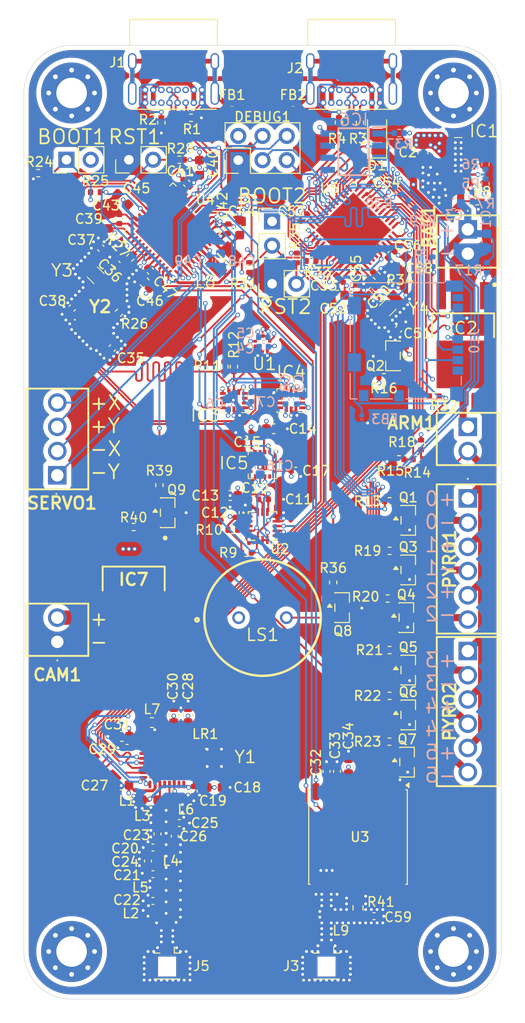
<source format=kicad_pcb>
(kicad_pcb (version 20241229) (generator "pcbnew") (generator_version "9.0")
  (layers (0 "F.Cu" signal) (4 "In1.Cu" signal) (6 "In2.Cu" signal) (2 "B.Cu" signal) (13 "F.Paste" user) (15 "B.Paste" user) (5 "F.SilkS" user "F.Silkscreen") (7 "B.SilkS" user "B.Silkscreen") (1 "F.Mask" user) (3 "B.Mask" user) (25 "Edge.Cuts" user))
  (net 0 "")
  (net 1 "GND")
  (net 2 "+3.3V")
  (net 3 "+5V")
  (net 4 "Net-(BOOT1-Pin_1)")
  (net 7 "Net-(IC1-EN)")
  (net 9 "Net-(IC1-FB)")
  (net 10 "Net-(IC1-AAM)")
  (net 12 "i2c1_sda")
  (net 14 "i2c1_sck")
  (net 18 "+BATT_SWITCHED")
  (net 19 "/rf/vr_pa")
  (net 20 "arm")
  (net 22 "imu1_int1")
  (net 26 "c1_fire")
  (net 27 "c6_fire")
  (net 29 "c2_fire")
  (net 30 "imu2_int1")
  (net 32 "c4_fire")
  (net 33 "c3_fire")
  (net 34 "Net-(J2-SHIELD)")
  (net 36 "Net-(J2-CC1)")
  (net 38 "Net-(J2-CC2)")
  (net 39 "c5_fire")
  (net 40 "/sensors/mag_cap")
  (net 41 "Net-(Q1-G)")
  (net 42 "/rf/lr_pre_rfin")
  (net 43 "Net-(Q3-G)")
  (net 44 "Net-(Q4-G)")
  (net 45 "Net-(LR1-LXB)")
  (net 46 "Net-(Q5-G)")
  (net 47 "Net-(LR1-LXA)")
  (net 48 "cont_test_out")
  (net 49 "Net-(C36-Pad1)")
  (net 50 "Net-(BOOT2-Pin_2)")
  (net 51 "USB_D-")
  (net 52 "USB_D+")
  (net 53 "bmp_int")
  (net 54 "gps_int")
  (net 55 "i2c2_sck")
  (net 56 "spi_miso")
  (net 57 "mag_int")
  (net 58 "telem_rst")
  (net 59 "spi_mosi")
  (net 60 "spi_sclk")
  (net 61 "gps_rst")
  (net 62 "Net-(IC2-G)")
  (net 63 "/main micro/lse_A")
  (net 65 "/peripheral micro/flash_clk")
  (net 66 "/peripheral micro/flash_miso")
  (net 67 "/peripheral micro/flash_cs")
  (net 69 "/peripheral micro/flash_mosi")
  (net 70 "/peripheral micro/sd_mosi")
  (net 71 "/peripheral micro/vbat_sense")
  (net 72 "+BATT")
  (net 80 "mpu_tx_external")
  (net 81 "ppu_tx_external")
  (net 82 "mpu_rx_external")
  (net 83 "USB2_D+")
  (net 84 "USB2_D-")
  (net 85 "/main micro/servo4")
  (net 86 "/main micro/servo1")
  (net 87 "/main micro/servo2")
  (net 88 "/main micro/servo3")
  (net 89 "/main micro/hse_A")
  (net 90 "usart_miso")
  (net 91 "ppu_rx_external")
  (net 92 "usart_mosi")
  (net 93 "usart_ck")
  (net 94 "telem_busy")
  (net 95 "i2c2_sda")
  (net 96 "/main micro/vdd11")
  (net 97 "Net-(C50-Pad1)")
  (net 98 "/peripheral micro/lse_A")
  (net 110 "/peripheral micro/sd_clk")
  (net 111 "/peripheral micro/sd_miso")
  (net 112 "/peripheral micro/sd_cs")
  (net 113 "spi_nss")
  (net 114 "/x")
  (net 115 "Net-(ARM1-Pin_1)")
  (net 116 "/mosfets/c3_n")
  (net 117 "/mosfets/c2_n")
  (net 118 "/mosfets/c1_n")
  (net 119 "/mosfets/c5_n")
  (net 120 "/rf/lr_rfout")
  (net 121 "/mosfets/c4_n")
  (net 122 "Net-(C20-Pad2)")
  (net 123 "Net-(C21-Pad2)")
  (net 124 "Net-(C23-Pad1)")
  (net 125 "Net-(C25-Pad1)")
  (net 126 "/rf/lr_rfin")
  (net 127 "Net-(Y2-OUT{slash}IN)")
  (net 128 "/rf/txco_out")
  (net 129 "/rf/txco_vdd")
  (net 130 "/mosfets/c0_n")
  (net 131 "/main micro/boot")
  (net 132 "/main micro/hse_B")
  (net 133 "/main micro/lse_B")
  (net 134 "/main micro/reset")
  (net 135 "Net-(J1-SHIELD)")
  (net 136 "Net-(J10-SHIELD)")
  (net 138 "Net-(J1-CC1)")
  (net 139 "Net-(J1-CC2)")
  (net 145 "Net-(U4-VLXSMPS)")
  (net 146 "Net-(Q8-E)")
  (net 147 "Net-(Q2-B)")
  (net 148 "Net-(Q6-G)")
  (net 149 "Net-(Q7-G)")
  (net 150 "Net-(Q8-B)")
  (net 151 "/peripheral micro/boot")
  (net 152 "/peripheral micro/lse_B")
  (net 153 "/peripheral micro/reset")
  (net 154 "/peripheral micro/piezo")
  (net 155 "accel_int1")
  (net 164 "Net-(C59-Pad1)")
  (net 166 "Net-(U3-VCC_RF)")
  (net 171 "Net-(CAM1-Pin_2)")
  (net 175 "Net-(J3-In)")
  (net 176 "Net-(IC7-G)")
  (net 177 "Net-(Q9-B)")
  (net 178 "cam_enable")
  (footprint "Resistor_SMD:R_0402_1005Metric" (layer "F.Cu") (at 116.29 87)
    (property "Reference" "R28")
    (property "Value" "10k")
  )
  (footprint "Capacitor_SMD:C_0402_1005Metric" (layer "F.Cu") (at 117.8 153.18 -90)
    (property "Reference" "C19")
    (property "Value" "47pF")
  )
  (footprint "Connector_PinHeader_2.54mm:PinHeader_1x02_P2.54mm_Vertical" (layer "F.Cu") (at 126 93.46)
    (property "Reference" "BOOT2")
    (property "Value" "Conn_01x02")
  )
  (footprint "Capacitor_SMD:C_0402_1005Metric" (layer "F.Cu") (at 109.260589 106.739411 -135)
    (property "Reference" "C35")
    (property "Value" "8pF")
  )
  (footprint "footprints:TBC05021GG" (layer "F.Cu") (at 146.5 94.3 -90)
    (property "Reference" "BAT1")
    (property "Value" "battery" (hide yes))
  )
  (footprint "Resistor_SMD:R_0402_1005Metric" (layer "F.Cu") (at 109.960624 103.039376 45)
    (property "Reference" "R26")
    (property "Value" "1k")
  )
  (footprint "Inductor_SMD:L_0603_1608Metric" (layer "F.Cu") (at 113.4125 146 180)
    (property "Reference" "L7")
    (property "Value" "2.2uH")
  )
  (footprint "footprints:BMP581" (layer "F.Cu") (at 125 106.275)
    (property "Reference" "U1")
    (property "Value" "BMP581" (hide yes))
  )
  (footprint "Resistor_SMD:R_0603_1608Metric" (layer "F.Cu") (at 135 165.425 -90)
    (property "Reference" "R41")
    (property "Value" "10")
  )
  (footprint "Capacitor_SMD:C_0603_1608Metric" (layer "F.Cu") (at 110.275 147.45 180)
    (property "Reference" "C31")
    (property "Value" "4.7uF")
  )
  (footprint "Resistor_SMD:R_0402_1005Metric" (layer "F.Cu") (at 137.71 109.8 180)
    (property "Reference" "R16")
    (property "Value" "1k")
  )
  (footprint "Resistor_SMD:R_0402_1005Metric" (layer "F.Cu") (at 132.4 131.31 -90)
    (property "Reference" "R36")
    (property "Value" "1k")
  )
  (footprint "Capacitor_SMD:C_0402_1005Metric" (layer "F.Cu") (at 113 160.52 -90)
    (property "Reference" "C24")
    (property "Value" "1.8pF")
  )
  (footprint "Resistor_SMD:R_0402_1005Metric" (layer "F.Cu") (at 141.6 116.89 -90)
    (property "Reference" "R18")
    (property "Value" "100k")
  )
  (footprint "MountingHole:MountingHole_3.2mm_M3_Pad_Via" (layer "F.Cu") (at 145 80)
    (property "Reference" "REF**" (hide yes))
    (property "Value" "MountingHole_3.2mm_M3_Pad_Via" (hide yes))
  )
  (footprint "Resistor_SMD:R_0402_1005Metric" (layer "F.Cu") (at 133 83.09 -90)
    (property "Reference" "R4")
    (property "Value" "5.1K")
  )
  (footprint "Inductor_SMD:L_0402_1005Metric" (layer "F.Cu") (at 114 155.785 -90)
    (property "Reference" "L3")
    (property "Value" "4.7nH")
  )
  (footprint "Package_TO_SOT_SMD:SOT-23" (layer "F.Cu") (at 140.0625 135)
    (property "Reference" "Q4")
    (property "Value" "DMN3404L")
  )
  (footprint "Capacitor_SMD:C_0402_1005Metric" (layer "F.Cu") (at 113.52 164.7)
    (property "Reference" "C22")
    (property "Value" "1.8pF")
  )
  (footprint "Package_DFN_QFN:QFN-48-1EP_7x7mm_P0.5mm_EP5.6x5.6mm" (layer "F.Cu") (at 115.624777 94.513864 45)
    (property "Reference" "U4")
    (property "Value" "STM32U585CIUxQ")
  )
  (footprint "Capacitor_SMD:C_0603_1608Metric" (layer "F.Cu") (at 121.625 122.2)
    (property "Reference" "C13")
    (property "Value" "10uF")
  )
  (footprint "Package_TO_SOT_SMD:SOT-23" (layer "F.Cu") (at 140.2625 140.5)
    (property "Reference" "Q5")
    (property "Value" "DMN3404L")
  )
  (footprint "Inductor_SMD:L_0402_1005Metric" (layer "F.Cu") (at 132.2 166.3)
    (property "Reference" "L9")
    (property "Value" "27nH")
  )
  (footprint "Capacitor_SMD:C_0603_1608Metric" (layer "F.Cu") (at 122.6 94.125 90)
    (property "Reference" "C44")
    (property "Value" "2.2uF")
  )
  (footprint "MountingHole:MountingHole_3.2mm_M3_Pad_Via" (layer "F.Cu") (at 105 170)
    (property "Reference" "REF**" (hide yes))
    (property "Value" "MountingHole_3.2mm_M3_Pad_Via" (hide yes))
  )
  (footprint "Capacitor_SMD:C_0603_1608Metric" (layer "F.Cu") (at 110.351992 91.151992 135)
    (property "Reference" "C45")
    (property "Value" "2.2uF")
  )
  (footprint "footprints:TBC05041GG" (layer "F.Cu") (at 103.5 120.08 90)
    (property "Reference" "SERVO1")
    (property "Value" "Conn_01x04" (hide yes))
  )
  (footprint "Capacitor_SMD:C_0402_1005Metric" (layer "F.Cu") (at 121.4 94.22 -90)
    (property "Reference" "C42")
    (property "Value" "100nF")
  )
  (footprint "Resistor_SMD:R_0402_1005Metric" (layer "F.Cu") (at 121 108.69 90)
    (property "Reference" "R11")
    (property "Value" "2.7k")
  )
  (footprint "footprints:QFN300X300X100-16N" (layer "F.Cu") (at 125 125.4)
    (property "Reference" "U2")
    (property "Value" "H3LIS331DLTR")
  )
  (footprint "Package_TO_SOT_SMD:SOT-23" (layer "F.Cu") (at 140.2625 124.8)
    (property "Reference" "Q1")
    (property "Value" "DMN3404L")
  )
  (footprint "Capacitor_SMD:C_0402_1005Metric" (layer "F.Cu") (at 131.7 151.12 -90)
    (property "Reference" "C32")
    (property "Value" "100nF")
  )
  (footprint "Connector_Coaxial:U.FL_Hirose_U.FL-R-SMT-1_Vertical" (layer "F.Cu") (at 131.7 171.05 -90)
    (property "Reference" "J3")
    (property "Value" "Conn_Coaxial")
  )
  (footprint "Capacitor_SMD:C_0402_1005Metric" (layer "F.Cu") (at 134.8 100.6 90)
    (property "Reference" "C55")
    (property "Value" "100nF")
  )
  (footprint "Connector_PinHeader_2.54mm:PinHeader_1x02_P2.54mm_Vertical" (layer "F.Cu") (at 104.46 87 90)
    (property "Reference" "BOOT1")
    (property "Value" "Conn_01x02")
  )
  (footprint "Resistor_SMD:R_0402_1005Metric" (layer "F.Cu") (at 130.09 97.6)
    (property "Reference" "R33")
    (property "Value" "10k")
  )
  (footprint "Resistor_SMD:R_0402_1005Metric" (layer "F.Cu") (at 117.51 82.6)
    (property "Reference" "R1")
    (property "Value" "5.1K")
  )
  (footprint "Capacitor_SMD:C_0603_1608Metric" (layer "F.Cu") (at 139.451992 97.748008 -135)
    (property "Reference" "C58")
    (property "Value" "1uF")
  )
  (footprint "footprints:CM7V32768TBQA020" (layer "F.Cu") (at 107.516117 99.116117 -45)
    (property "Reference" "Y3")
    (property "Value" "CM7V-T1A-32.768KHZ" (hide yes))
  )
  (footprint "footprints:LR2021" (layer "F.Cu") (at 115 150 180)
    (property "Reference" "LR1")
    (property "Value" "~")
  )
  (footprint "Capacitor_SMD:C_0402_1005Metric" (layer "F.Cu") (at 109.760589 97.960589 135)
    (property "Reference" "C36")
    (property "Value" "9pF")
  )
  (footprint "footprints:NFZ15SG152SN10B" (layer "F.Cu") (at 128.2 81.4 -90)
    (property "Reference" "FB2")
    (property "Value" "BLM15AX102SN1D" (hide yes))
  )
  (footprint "footprints:MPM3606GQVZ" (layer "F.Cu") (at 146.9 88.55 180)
    (property "Reference" "IC1")
    (property "Value" "MPM3610GQV-Z" (hide yes))
  )
  (footprint "Resistor_SMD:R_0402_1005Metric" (layer "F.Cu") (at 135.2 83.11 -90)
    (property "Reference" "R3")
    (property "Value" "5.1K")
  )
  (footprint "footprints:ECS160836B2CKMTR" (layer "F.Cu") (at 107.141421 104.66066 -45)
    (property "Reference" "Y2")
    (property "Value" "ECS-160-8-36B2-CKM-TR" (hide yes))
  )
  (footprint "Inductor_SMD:L_0603_1608Metric" (layer "F.Cu") (at 113.2125 154.1)
    (property "Reference" "L1")
    (property "Value" "12nH")
  )
  (footprint "Capacitor_SMD:C_0402_1005Metric" (layer "F.Cu") (at 136.68 166.3)
    (property "Reference" "C59")
    (property "Value" "10nF")
  )
  (footprint "footprints:TBC05021GG" (layer "F.Cu") (at 146.5 115 -90)
    (property "Reference" "ARM1")
    (property "Value" "Arm" (hide yes))
  )
  (footprint "Resistor_SMD:R_0402_1005Metric" (layer "F.Cu") (at 136.960624 99.160624 135)
    (property "Reference" "R34")
    (property "Value" "1k")
  )
  (footprint "RF_GPS:ublox_MAX" (layer "F.Cu") (at 135 158 -90)
    (property "Reference" "U3")
    (property "Value" "MAX-M10S")
  )
  (footprint "footprints:ICM42670P" (layer "F.Cu") (at 128 112.25)
    (property "Reference" "IC4")
    (property "Value" "ICM-45686" (hide yes))
  )
  (footprint "Capacitor_SMD:C_0402_1005Metric" (layer "F.Cu") (at 116.28 156.53)
    (property "Reference" "C25")
    (property "Value" "2.2pF")
  )
  (footprint "Inductor_SMD:L_0402_1005Metric" (layer "F.Cu") (at 114 160.515 -90)
    (property "Reference" "L4")
    (property "Value" "3.9nH")
  )
  (footprint "footprints:TO228P990X238-3N" (layer "F.Cu") (at 146 105.4 -90)
    (property "Reference" "IC2")
    (property "Value" "IRFR9014PBF" (hide yes))
  )
  (footprint "Resistor_SMD:R_0402_1005Metric" (layer "F.Cu") (at 138.31 143.2 180)
    (property "Reference" "R22")
    (property "Value" "1k")
  )
  (footprint "footprints:NFZ15SG152SN10B" (layer "F.Cu") (at 121.8 81.4 -90)
    (property "Reference" "FB1")
    (property "Value" "BLM15AX102SN1D" (hide yes))
  )
  (footprint "Capacitor_SMD:C_0402_1005Metric" (layer "F.Cu") (at 136.460589 100.739411 -135)
    (property "Reference" "C50")
    (property "Value" "9pF")
  )
  (footprint "Resistor_SMD:R_0402_1005Metric" (layer "F.Cu") (at 138.31 122.8 180)
    (property "Reference" "R13")
    (property "Value" "1k")
  )
  (footprint "Capacitor_SMD:C_0402_1005Metric" (layer "F.Cu") (at 115.8 157.91 -90)
    (property "Reference" "C26")
    (property "Value" "18pF")
  )
  (footprint "Package_TO_SOT_SMD:SOT-23" (layer "F.Cu") (at 140.2625 130)
    (property "Reference" "Q3")
    (property "Value" "DMN3404L")
  )
  (footprint "Capacitor_SMD:C_0402_1005Metric" (layer "F.Cu") (at 113.260589 98.660589 135)
    (property "Reference" "C47")
    (property "Value" "100nF")
  )
  (footprint "Resistor_SMD:R_0402_1005Metric" (layer "F.Cu") (at 114.2 121.11 90)
    (property "Reference" "R39")
    (property "Value" "1k")
  )
  (footprint "Connector_PinHeader_2.54mm:PinHeader_1x02_P2.54mm_Vertical" (layer "F.Cu") (at 126 100 90)
    (property "Reference" "RST2")
    (property "Value" "Conn_01x02")
  )
  (footprint "footprints:TBC05061GG" (layer "F.Cu") (at 146.5 122.5 -90)
    (property "Reference" "PYRO1")
    (property "Value" "Screw_Terminal_01x06" (hide yes))
  )
  (footprint "Resistor_SMD:R_0402_1005Metric" (layer "F.Cu") (at 143 111.8 180)
    (property "Reference" "R32")
    (property "Value" "100k")
  )
  (footprint "Diode_SMD:D_SOD-123" (layer "F.Cu") (at 137 84.45 90)
    (property "Reference" "D1")
    (property "Value" "D_Schottky")
  )
  (footprint "Capacitor_SMD:C_0603_1608Metric" (layer "F.Cu") (at 112.651992 99.851992 135)
    (property "Reference" "C46")
    (property "Value" "1uF")
  )
  (footprint "Capacitor_SMD:C_0402_1005Metric" (layer "F.Cu") (at 110 93.22 90)
    (property "Reference" "C43")
    (property "Value" "100nF")
  )
  (footprint "Connector_Coaxial:U.FL_Hirose_U.FL-R-SMT-1_Vertical" (layer "F.Cu") (at 115 171.05 -90)
    (property "Reference" "J5")
    (property "Value" "Conn_Coaxial")
  )
  (footprint "Capacitor_SMD:C_0402_1005Metric" (layer "F.Cu") (at 128.48 119.6 180)
    (property "Reference" "C17")
    (property "Value" "100nF")
  )
  (footprint "Resistor_SMD:R_0402_1005Metric" (layer "F.Cu") (at 138.11 133 180)
    (property "Reference" "R20")
    (property "Value" "1k")
  )
  (footprint "Capacitor_SMD:C_0603_1608Metric" (layer "F.Cu") (at 132.825 101.2 180)
    (property "Reference" "C52")
    (property "Value" "10uF")
  )
  (footprint "Capacitor_SMD:C_0603_1608Metric" (layer "F.Cu") (at 110.225 152.55 180)
    (property "Reference" "C27")
    (property "Value" "1uF")
  )
  (footprint "Capacitor_SMD:C_0402_1005Metric" (layer "F.Cu") (at 114 157.68 -90)
    (property "Reference" "C23")
    (property "Value" "22pF")
  )
  (footprint "Capacitor_SMD:C_0603_1608Metric" (layer "F.Cu") (at 134 150.575 90)
    (property "Reference" "C34")
    (property "Value" "10uF")
  )
  (footprint "Capacitor_SMD:C_0603_1608Metric" (layer "F.Cu") (at 141.8 86.225 90)
    (property "Reference" "C2")
    (property "Value" "22uF")
  )
  (footprint "Capacitor_SMD:C_0402_1005Metric" (layer "F.Cu") (at 135.939411 89.139411 135)
    (property "Reference" "C54")
    (property "Value" "100nF")
  )
  (footprint "Capacitor_SMD:C_0603_1608Metric" (layer "F.Cu") (at 126.175 115.2 180)
    (property "Reference" "C14")
    (property "Value" "1uF")
  )
  (footprint "Capacitor_SMD:C_0402_1005Metric" (layer "F.Cu") (at 117.060589 89.460589 -45)
    (property "Reference" "C41")
    (property "Value" "100nF")
  )
  (footprint "Capacitor_SMD:C_0603_1608Metric" (layer "F.Cu") (at 117.2 145.225 -90)
    (property "Reference" "C28")
    (property "Value" "1uF")
  )
  (footprint "Capacitor_SMD:C_0603_1608Metric" (layer "F.Cu") (at 119.975 152.8 180)
    (property "Reference" "C18")
    (property "Value" "2.2uF")
  )
  (footprint "footprints:PS1240P02BT" (layer "F.Cu") (at 125 135 90)
    (property "Reference" "LS1")
    (property "Value" "PS1240P02BT" (hide yes))
  )
  (footprint "Capacitor_SMD:C_0603_1608Metric" (layer "F.Cu") (at 108.8 93.425 90)
    (property "Reference" "C39")
    (property "Value" "1uF")
  )
  (footprint "Resistor_SMD:R_0402_1005Metric" (layer "F.Cu") (at 121.89 125.8 180)
    (property "Reference" "R10")
    (property "Value" "2.7k")
  )
  (footprint "Package_DFN_QFN:QFN-48-1EP_7x7mm_P0.5mm_EP5.6x5.6mm" (layer "F.Cu") (at 134.513864 94.375223 135)
    (property "Reference" "U5")
    (property "Value" "STM32U073CCUx")
  )
  (footprint "Connector_PinHeader_2.54mm:PinHeader_1x02_P2.54mm_Vertical" (layer "F.Cu") (at 111 87 90)
    (property "Reference" "RST1")
    (property "Value" "Conn_01x02")
  )
  (footprint "Package_TO_SOT_SMD:SOT-23" (layer "F.Cu") (at 140.1375 150.15)
    (property "Reference" "Q7")
    (property "Value" "DMN3404L")
  )
  (footprint "Package_TO_SOT_SMD:SOT-23" (layer "F.Cu") (at 140.2625 145.2)
    (property "Reference" "Q6")
    (property "Value" "DMN3404L")
  )
  (footprint "Resistor_SMD:R_0402_1005Metric" (layer "F.Cu") (at 147.49 91.35 180)
    (property "Reference" "R8")
    (property "Value" "100k")
  )
  (footprint "Capacitor_SMD:C_0402_1005Metric" (layer "F.Cu") (at 122.2 124 -90)
    (property "Reference" "C12")
    (property "Value" "100nF")
  )
  (footprint "Capacitor_SMD:C_0402_1005Metric" (layer "F.Cu") (at 108.060589 96.260589 135)
    (property "Reference" "C37")
    (property "Value" "9pF")
  )
  (footprint "Connector_USB:USB_C_Receptacle_GCT_USB4085" (layer "F.Cu") (at 118.65 81.025 180)
    (property "Reference" "J1")
    (property "Value" "USB_C_Receptacle_USB2.0_16P")
  )
  (footprint "Resistor_SMD:R_0402_1005Metric" (layer "F.Cu") (at 139.29 118.4)
    (property "Reference" "R15")
    (property "Value" "3k")
  )
  (footprint "Capacitor_SMD:C_0402_1005Metric" (layer "F.Cu") (at 113.52 161.9)
    (property "Reference" "C21")
    (property "Value" "3.9pF")
  )
  (footprint "Inductor_SMD:L_0402_1005Metric" (layer "F.Cu") (at 114 163.285 -90)
    (property "Reference" "L5")
    (property "Value" "7.5nH")
  )
  (footprint "Capacitor_SMD:C_0402_1005Metric" (layer "F.Cu") (at 110.82 148.65 180)
    (property "Reference" "C29")
    (property "Value" "100nF")
  )
  (footprint "Capacitor_SMD:C_0402_1005Metric" (layer "F.Cu") (at 113.52 159.1)
    (property "Reference" "C20")
    (property "Value" "7.5pF")
  )
  (footprint "footprints:TBC05061GG" (layer "F.Cu") (at 146.5 138.5 -90)
    (property "Reference" "PYRO2")
    (property "Value" "Screw_Terminal_01x06" (hide yes))
  )
  (footprint "Capacitor_SMD:C_0402_1005Metric" (layer "F.Cu") (at 124.12 122.6)
    (property "Reference" "C10")
    (property "Value" "100nF")
  )
  (footprint "Resistor_SMD:R_0402_1005Metric" (layer "F.Cu") (at 111.139376 97.260624 45)
    (property "Reference" "R27")
    (property "Value" "1k")
  )
  (footprint "Resistor_SMD:R_0402_1005Metric" (layer "F.Cu") (at 111.49 125.5 180)
    (property "Reference" "R40")
    (property "Value" "10k")
  )
  (footprint "Connector_USB:USB_C_Receptacle_GCT_USB4085" (layer "F.Cu") (at 137.3 81.025 180)
    (property "Reference" "J2")
    (property "Value" "USB_C_Receptacle_USB2.0_16P")
  )
  (footprint "Package_TO_SOT_SMD:SOT-23" (layer "F.Cu") (at 115.0625 124)
    (property "Reference" "Q9")
    (property "Value" "MMBT2222A")
  )
  (footprint "Package_TO_SOT_SMD:SOT-23" (layer "F.Cu") (at 133.3375 133.95)
    (property "Reference" "Q8")
    (property "Value" "MMBT2222A")
  )
  (footprint "Capacitor_SMD:C_0402_1005Metric" (layer "F.Cu") (at 139.260589 104.739411 45)
    (property "Reference" "C51")
    (property "Value" "9pF")
  )
  (footprint "footprints:ECSTXO25CSMV320AMTR" (layer "F.Cu") (at 120.725 149.675 -90)
    (property "Reference" "Y1")
    (property "Value" "ECS-TXO-25CSMV-320-AM-TR" (hide yes))
  )
  (footprint "Resistor_SMD:R_0402_1005Metric" (layer "F.Cu") (at 138.31 138.4 180)
    (property "Reference" "R21")
    (property "Value" "1k")
  )
  (footprint "footprints:TBC05021GG" (layer "F.Cu") (at 103.5 137.54 90)
    (property "Reference" "CAM1")
    (property "Value" "Screw_Terminal_01x02" (hide yes))
  )
  (footprint "footprints:CM7V32768TBQA020" (layer "F.Cu") (at 138.116117 102.483883 45)
    (property "Reference" "Y4")
    (property "Value" "CM7V-T1A-32.768KHZ" (hide yes))
  )
  (footprint "Resistor_SMD:R_0402_1005Metric" (layer "F.Cu") (at 107.49 90.4)
    (property "Reference" "R25")
    (property "Value" "10k")
  )
  (footprint "Capacitor_SMD:C_0402_1005Metric" (layer "F.Cu") (at 138.460589 96.939411 45)
    (property "Reference" "C56")
    (property "Value" "100nF")
  )
  (footprint "footprints:ICM42670P" (layer "F.Cu") (at 122 112.25)
    (property "Reference" "IC3")
    (property "Value" "ICM-45686" (hide yes))
  )
  (footprint "Package_TO_SOT_SMD:SOT-23" (layer "F.Cu") (at 138.6625 107.55 180)
    (property "Reference" "Q2")
    (property "Value" "MMBT2222A")
  )
  (footprint "Inductor_SMD:L_0402_1005Metric" (layer "F.Cu") (at 113.515 165.7)
    (property "Reference" "L2")
    (property "Value" "22nH")
  )
  (footprint "Capacitor_SMD:C_0603_1608Metric" (layer "F.Cu") (at 115.7 145.225 -90)
    (property "Reference" "C30")
    (property "Value" "2.2uF")
  )
  (footprint "footprints:MMC5983MA" (layer "F.Cu") (at 125 118.925)
    (property "Reference" "IC5")
    (property "Value" "MMC5983MA" (hide yes))
  )
  (footprint "MountingHole:MountingHole_3.2mm_M3_Pad_Via" (layer "F.Cu") (at 105 80)
    (property "Reference" "REF**" (hide yes))
    (property "Value" "MountingHole_3.2mm_M3_Pad_Via" (hide yes))
  )
  (footprint "Capacitor_SMD:C_0402_1005Metric" (layer "F.Cu") (at 132.8 151.12 90)
    (property "Reference" "C33")
    (property "Value" "100nF")
  )
  (footprint "Capacitor_SMD:C_0603_1608Metric" (layer "F.Cu") (at 118.4 87.825 -90)
    (property "Reference" "C40")
    (property "Value" "10uF")
  )
  (footprint "Capacitor_SMD:C_0402_1005Metric" (layer "F.Cu") (at 133.060589 99.460589 135)
    (property "Reference" "C53")
    (property "Value" "100nF")
  )
  (footprint "Capacitor_SMD:C_0402_1005Metric" (layer "F.Cu") (at 129.339411 93.060589 45)
    (property "Reference" "C57")
    (property "Value" "100nF")
  )
  (footprint "Resistor_SMD:R_0402_1005Metric" (layer "F.Cu") (at 128.6 97.29 90)
    (property "Reference" "R35")
    (property "Value" "10k")
  )
  (footprint "MountingHole:MountingHole_3.2mm_M3_Pad_Via" (layer "F.Cu") (at 145 170)
    (property "Reference" "REF**" (hide yes))
    (property "Value" "MountingHole_3.2mm_M3_Pad_Via" (hide yes))
  )
  (footprint "Inductor_SMD:L_0402_1005Metric" (layer "F.Cu") (at 115.8 155.115 -90)
    (property "Reference" "L6")
    (property "Value" "24nH")
  )
  (footprint "Capacitor_SMD:C_0402_1005Metric" (layer "F.Cu") (at 123.32 115.6)
    (property "Reference" "C15")
    (property "Value" "100nF")
  )
  (footprint "footprints:INDC2520X120N" (layer "F.Cu") (at 120.922183 97.477817 -135)
    (property "Reference" "L8")
    (property "Value" "2.2 uH, 1.5A" (hide yes))
  )
  (footprint "Resistor_SMD:R_0402_1005Metric" (layer "F.Cu") (at 138.31 128 180)
    (property "Reference" "R19")
    (property "Value" "1k")
  )
  (footprint "Capacitor_SMD:C_0402_1005Metric" (layer "F.Cu") (at 126.08 122.6 180)
    (property "Reference" "C11")
    (property "Value" "100nF")
  )
  (footprint "Resistor_SMD:R_0402_1005Metric" (layer "F.Cu") (at 101.51 88.4)
    (property "Reference" "R24")
    (property "Value" "10k")
  )
  (footprint "Resistor_SMD:R_0402_1005Metric" (layer "F.Cu") (at 114.4 83.11 -90)
    (property "Reference" "R2")
    (property "Value" "5.1K")
  )
  (footprint "Capacitor_SMD:C_0402_1005Metric" (layer "F.Cu") (at 105.060589 102.539411 45)
    (property "Reference" "C38")
    (property "Value" "8pF")
  )
  (footprint "Resistor_SMD:R_0402_1005Metric" (layer "F.Cu") (at 123.31 128.2 180)
    (property "Reference" "R9")
    (property "Value" "2.7k")
  )
  (footprint "Connector_PinHeader_2.54mm:PinHeader_2x03_P2.54mm_Vertical" (layer "F.Cu") (at 122.46 87.04 90)
    (property "Reference" "DEBUG1")
    (property "Value" "Conn_02x03_Top_Bottom")
  )
  (footprint "Resistor_SMD:R_0402_1005Metric" (layer "F.Cu") (at 122 108.69 90)
    (property "Reference" "R12")
    (property "Value" "2.7k")
  )
  (footprint "footprints:TO228P990X238-3N" (layer "F.Cu") (at 111.5 131.95 -90)
    (property "Reference" "IC7")
    (property "Value" "IRFR9014PBF" (hide yes))
  )
  (footprint "Resistor_SMD:R_0402_1005Metric" (layer "F.Cu") (at 141.29 118.4)
    (property "Reference" "R14")
    (property "Value" "12k")
  )
  (footprint "Resistor_SMD:R_0402_1005Metric" (layer "F.Cu") (at 123.6 98.29 90)
    (property "Reference" "R31")
    (property "Value" "10k")
  )
  (footprint "Resistor_SMD:R_0402_1005Metric" (layer "F.Cu") (at 138.29 148 180)
    (property "Reference" "R23")
    (property "Value" "1k")
  )
  (footprint "Capacitor_SMD:C_0603_1608Metric" (layer "B.Cu") (at 145.025 91.6 180)
    (property "Reference" "C3")
    (property "Value" "10uF")
  )
  (footprint "Resistor_SMD:R_0402_1005Metric" (layer "B.Cu") (at 142.8 97.69 -90)
    (property "Reference" "R38")
    (property "Value" "100k")
  )
  (footprint "Capacitor_SMD:C_0603_1608Metric" (layer "B.Cu") (at 120.6 97.625 -90)
    (property "Reference" "C48")
    (property "Value" "10uF")
  )
  (footprint "Capacitor_SMD:C_0402_1005Metric" (layer "B.Cu") (at 128.6 112.12 90)
    (property "Reference" "C9")
    (property "Value" "100nF")
  )
  (footprint "Connector_Card:microSD_HC_Molex_104031-0811" (layer "B.Cu") (at 140 106 90)
    (property "Reference" "J10")
    (property "Value" "Micro_SD_Card_Det2")
  )
  (footprint "Capacitor_SMD:C_0402_1005Metric" (layer "B.Cu") (at 123.8 111.88 90)
    (property "Reference" "C7")
    (property "Value" "100nF")
  )
  (footprint "footprints:NFZ15SG152SN10B" (layer "B.Cu") (at 135.4 114.2 90)
    (property "Reference" "FB3")
    (property "Value" "BLM15AX102SN1D" (hide yes))
  )
  (footprint "Resistor_SMD:R_0402_1005Metric" (layer "B.Cu") (at 148.35 89.51 90)
    (property "Reference" "R5")
    (property "Value" "75k")
  )
  (footprint "Resistor_SMD:R_0402_1005Metric" (layer "B.Cu") (at 140.639376 91.639376 -45)
    (property "Reference" "R29")
    (property "Value" "12k")
  )
  (footprint "Resistor_SMD:R_0402_1005Metric" (layer "B.Cu") (at 148.35 87.49 90)
    (property "Reference" "R6")
    (property "Value" "24k")
  )
  (footprint "Capacitor_SMD:C_0402_1005Metric" (layer "B.Cu") (at 119.4 97.52 -90)
    (property "Reference" "C49")
    (property "Value" "100nF")
  )
  (footprint "Resistor_SMD:R_0402_1005Metric" (layer "B.Cu") (at 147 90.91 -90)
    (property "Reference" "R7")
    (property "Value" "39k")
  )
  (footprint "Capacitor_SMD:C_0603_1608Metric" (layer "B.Cu") (at 124.75 119.225 90)
    (property "Reference" "C16")
    (property "Value" "10uF")
  )
  (footprint "Capacitor_SMD:C_0603_1608Metric" (layer "B.Cu") (at 148.5 95.525 -90)
    (property "Reference" "C1")
    (property "Value" "22uF")
  )
  (footprint "Resistor_SMD:R_0402_1005Metric" (layer "B.Cu") (at 148.5 98.31 90)
    (property "Reference" "R17")
    (property "Value" "10k")
  )
  (footprint "Capacitor_SMD:C_0402_1005Metric" (layer "B.Cu") (at 121.4 112.72 90)
    (property "Reference" "C6")
    (property "Value" "100nF")
  )
  (footprint "Resistor_SMD:R_0402_1005Metric" (layer "B.Cu") (at 139.239375 90.239375 -45)
    (property "Reference" "R30")
    (property "Value" "3k")
  )
  (footprint "Resistor_SMD:R_0402_1005Metric" (layer "B.Cu") (at 139.31 84.2)
    (property "Reference" "R37")
    (property "Value" "10k")
  )
  (footprint "Capacitor_SMD:C_0402_1005Metric" (layer "B.Cu") (at 125.08 105.6 180)
    (property "Reference" "C5")
    (property "Value" "100nF")
  )
  (footprint "Capacitor_SMD:C_0402_1005Metric" (layer "B.Cu") (at 125.12 106.6)
    (property "Reference" "C4")
    (property "Value" "100nF")
  )
  (footprint "footprints:SOIC127P600X175-8N" (layer "B.Cu") (at 134.538 86.155 180)
    (property "Reference" "IC6")
    (property "Value" "AT25SF041B-SSHB-B" (hide yes))
  )
  (footprint "Capacitor_SMD:C_0402_1005Metric" (layer "B.Cu") (at 127.4 112.12 90)
    (property "Reference" "C8")
    (property "Value" "100nF")
  )
  (gr_line (start 100 80) (end 100 170) (stroke (width 0.05)) (layer "Edge.Cuts"))
  (gr_arc (start 105 175) (mid 101.464466 173.535534) (end 100 170) (stroke (width 0.05)) (layer "Edge.Cuts"))
  (gr_line (start 145 175) (end 105 175) (stroke (width 0.05)) (layer "Edge.Cuts"))
  (gr_arc (start 150 170) (mid 148.535534 173.535534) (end 145 175) (stroke (width 0.05)) (layer "Edge.Cuts"))
  (gr_line (start 150 80) (end 150 170) (stroke (width 0.05)) (layer "Edge.Cuts"))
  (gr_arc (start 100 80) (mid 101.464466 76.464466) (end 105 75) (stroke (width 0.05)) (layer "Edge.Cuts"))
  (gr_arc (start 145 75) (mid 148.535534 76.464466) (end 150 80) (stroke (width 0.05)) (layer "Edge.Cuts"))
  (gr_line (start 105 75) (end 145 75) (stroke (width 0.05)) (layer "Edge.Cuts"))
  (gr_text "+\n-" (at 106.8 138.4 0) (layer "F.SilkS") (effects (font (size 1.5 1.5) (thickness 0.1875)) (justify left bottom)))
  (gr_text "+X\n+Y\n-X\n-Y" (at 106.8 120.6 0) (layer "F.SilkS") (effects (font (size 1.5 1.5) (thickness 0.1875)) (justify left bottom)))
  (gr_text "+\n-" (at 145.4 97.6 0) (layer "B.SilkS") (effects (font (size 1.5 1.5) (thickness 0.1875)) (justify left bottom mirror)))
  (gr_text "+0\n-0\n+1\n-1\n+2\n-2\n\n+3\n-3\n+4\n-4\n+5\n-5" (at 145.4 152.4 0) (layer "B.SilkS") (effects (font (size 1.5 1.5) (thickness 0.1875)) (justify left bottom mirror)))
  (segment (start 113.525 171.525) (end 112.875 171.525) (width 0.211549) (layer "F.Cu") (net 1))
  (segment (start 118.65 80.4) (end 118.65 81.025) (width 0.5) (layer "F.Cu") (net 1))
  (segment (start 108.89 92.74) (end 108.8 92.65) (width 0.2) (layer "F.Cu") (net 1))
  (segment (start 115.624777 91.331883) (end 115.624777 94.513864) (width 0.2) (layer "F.Cu") (net 1))
  (segment (start 115.75 152.5) (end 115.75 153.128595) (width 0.1524) (layer "F.Cu") (net 1))
  (segment (start 132.721178 99.736167) (end 132.692645 99.7647) (width 0.2) (layer "F.Cu") (net 1))
  (segment (start 115 150) (end 115.75 150.75) (width 0.3048) (layer "F.Cu") (net 1))
  (segment (start 142.4 88.6) (end 142.55 88.75) (width 0.75) (layer "F.Cu") (net 1))
  (segment (start 132.8 162.75) (end 132.8 164) (width 0.2) (layer "F.Cu") (net 1))
  (segment (start 106.8 103.6) (end 107 103.6) (width 0.2) (layer "F.Cu") (net 1))
  (segment (start 117.4 89.8) (end 117.8 89.4) (width 0.2) (layer "F.Cu") (net 1))
  (segment (start 135.2 83.62) (end 135.2 84.2) (width 0.2) (layer "F.Cu") (net 1))
  (segment (start 136.424266 89.333378) (end 136.278822 89.478822) (width 0.2) (layer "F.Cu") (net 1))
  (segment (start 142.675 90.725) (end 142.875 90.925) (width 0.75) (layer "F.Cu") (net 1))
  (segment (start 117.2 144.45) (end 117.2 143.75) (width 0.3048) (layer "F.Cu") (net 1))
  (segment (start 134.513864 97.557204) (end 134.513864 94.375223) (width 0.2) (layer "F.Cu") (net 1))
  (segment (start 134.513864 91.193242) (end 134.513864 94.375223) (width 0.2) (layer "F.Cu") (net 1))
  (segment (start 120.85 122.2) (end 121.6 122.2) (width 0.2) (layer "F.Cu") (net 1))
  (segment (start 124.25 120.2) (end 124.25 120.775) (width 0.2) (layer "F.Cu") (net 1))
  (segment (start 120 148.75) (end 119.25 148.75) (width 0.2) (layer "F.Cu") (net 1))
  (segment (start 132.692645 100.557355) (end 132.05 101.2) (width 0.2) (layer "F.Cu") (net 1))
  (segment (start 123.53 126.4) (end 123.53 126.73) (width 0.2) (layer "F.Cu") (net 1))
  (segment (start 109.421178 97.621178) (end 109 97.2) (width 0.1524) (layer "F.Cu") (net 1))
  (segment (start 139.6 104.4) (end 140 104) (width 0.2) (layer "F.Cu") (net 1))
  (segment (start 112.7 79.675) (end 112.7 80.4) (width 0.5) (layer "F.Cu") (net 1))
  (segment (start 109.803984 92.543984) (end 110 92.74) (width 0.2) (layer "F.Cu") (net 1))
  (segment (start 141.8 87) (end 141.8 87.8) (width 0.75) (layer "F.Cu") (net 1))
  (segment (start 126.95 115.2) (end 127.6 115.2) (width 0.2) (layer "F.Cu") (net 1))
  (segment (start 113.04 164.14) (end 113 164.1) (width 0.211549) (layer "F.Cu") (net 1))
  (segment (start 116.475 171.525) (end 117.075 171.525) (width 0.211549) (layer "F.Cu") (net 1))
  (segment (start 110.34 148.65) (end 109.5 147.81) (width 0.3048) (layer "F.Cu") (net 1))
  (segment (start 144.649 89.3) (end 144.649 89.45) (width 0.75) (layer "F.Cu") (net 1))
  (segment (start 138.78 118.4) (end 138.262076 118.4) (width 0.2) (layer "F.Cu") (net 1))
  (segment (start 126.8 124.4) (end 127.2 124) (width 0.2) (layer "F.Cu") (net 1))
  (segment (start 116.475 171.525) (end 117.125 171.525) (width 0.211549) (layer "F.Cu") (net 1))
  (segment (start 142.875 90.925) (end 143.5 91.55) (width 0.75) (layer "F.Cu") (net 1))
  (segment (start 144.25 90) (end 144.25 90.8) (width 0.75) (layer "F.Cu") (net 1))
  (segment (start 131.35 81.025) (end 131.35 79.675) (width 0.5) (layer "F.Cu") (net 1))
  (segment (start 128.2 81.8) (end 130.575 81.8) (width 0.5) (layer "F.Cu") (net 1))
  (segment (start 142.075 90.125) (end 142.375 90.425) (width 0.75) (layer "F.Cu") (net 1))
  (segment (start 136.65 107.55) (end 136.6 107.6) (width 0.2) (layer "F.Cu") (net 1))
  (segment (start 141.8 89.85) (end 142.075 90.125) (width 0.75) (layer "F.Cu") (net 1))
  (segment (start 136.228284 89.478822) (end 135.353553 90.353553) (width 0.2) (layer "F.Cu") (net 1))
  (segment (start 132.692645 99.7647) (end 132.692645 100.557355) (width 0.2) (layer "F.Cu") (net 1))
  (segment (start 144.649 89.149) (end 144.649 89.3) (width 0.75) (layer "F.Cu") (net 1))
  (segment (start 113.04 158.54) (end 113 158.5) (width 0.211549) (layer "F.Cu") (net 1))
  (segment (start 133 83.6) (end 133 84.2) (width 0.2) (layer "F.Cu") (net 1))
  (segment (start 144.649 89.3) (end 144.649 90.401) (width 0.75) (layer "F.Cu") (net 1))
  (segment (start 139.2 151.1) (end 140.1 151.1) (width 0.75) (layer "F.Cu") (net 1))
  (segment (start 141.8 89.2) (end 141.8 89.85) (width 0.75) (layer "F.Cu") (net 1))
  (segment (start 142.7 90.75) (end 144.2 90.75) (width 0.75) (layer "F.Cu") (net 1))
  (segment (start 134 149.85) (end 134 149) (width 0.2) (layer "F.Cu") (net 1))
  (segment (start 113.04 164.7) (end 112.5 164.7) (width 0.211549) (layer "F.Cu") (net 1))
  (segment (start 129.4 92) (end 129.4 92.442356) (width 0.2) (layer "F.Cu") (net 1))
  (segment (start 130.225 171.525) (end 129.475 171.525) (width 0.211549) (layer "F.Cu") (net 1))
  (segment (start 144.125 90.125) (end 144.25 90) (width 0.75) (layer "F.Cu") (net 1))
  (segment (start 125.225 105.5) (end 125 105.275) (width 0.2) (layer "F.Cu") (net 1))
  (segment (start 130.575 81.8) (end 131.35 81.025) (width 0.5) (layer "F.Cu") (net 1))
  (segment (start 116.45 144.45) (end 117.2 144.45) (width 0.3048) (layer "F.Cu") (net 1))
  (segment (start 137.474874 96.275572) (end 135.574525 94.375223) (width 0.2) (layer "F.Cu") (net 1))
  (segment (start 113.75 146.800958) (end 113.699361 146.750319) (width 0.1524) (layer "F.Cu") (net 1))
  (segment (start 117.4 89.8) (end 117.15666 89.8) (width 0.2) (layer "F.Cu") (net 1))
  (segment (start 112.7 80.4) (end 112.7 81.025) (width 0.5) (layer "F.Cu") (net 1))
  (segment (start 138.903984 98.061628) (end 138.521178 97.678822) (width 0.2) (layer "F.Cu") (net 1))
  (segment (start 113.03 165.7) (end 112.5 165.7) (width 0.211549) (layer "F.Cu") (net 1))
  (segment (start 137.16 166.3) (end 137.7 166.3) (width 0.3048) (layer "F.Cu") (net 1))
  (segment (start 127.2 124.8) (end 127.1 124.9) (width 0.2) (layer "F.Cu") (net 1))
  (segment (start 112.921178 98.278124) (end 113.724428 97.474874) (width 0.2) (layer "F.Cu") (net 1))
  (segment (start 139.325 125.75) (end 140.35 125.75) (width 0.75) (layer "F.Cu") (net 1))
  (segment (start 113.04 162.44) (end 113.2 162.6) (width 0.211549) (layer "F.Cu") (net 1))
  (segment (start 144.25 88.75) (end 144.649 89.149) (width 0.75) (layer "F.Cu") (net 1))
  (segment (start 134.275 133.95) (end 135.35 133.95) (width 0.2) (layer "F.Cu") (net 1))
  (segment (start 127.2 124.6) (end 127.2 124.8) (width 0.2) (layer "F.Cu") (net 1))
  (segment (start 142.375 90.425) (end 142.675 90.725) (width 0.75) (layer "F.Cu") (net 1))
  (segment (start 122.5 113.7) (end 122.6 113.8) (width 0.2) (layer "F.Cu") (net 1))
  (segment (start 125 104.825935) (end 125.047155 104.77878) (width 0.2) (layer "F.Cu") (net 1))
  (segment (start 140.35 146.15) (end 140.4 146.2) (width 0.75) (layer "F.Cu") (net 1))
  (segment (start 113.03 166.27) (end 113 166.3) (width 0.211549) (layer "F.Cu") (net 1))
  (segment (start 117.26 153.66) (end 117.2 153.6) (width 0.211549) (layer "F.Cu") (net 1))
  (segment (start 114.4 83.62) (end 114.4 84.2) (width 0.2) (layer "F.Cu") (net 1))
  (segment (start 121.8 81.8) (end 119.425 81.8) (width 0.5) (layer "F.Cu") (net 1))
  (segment (start 118.4 88.8) (end 117.8 89.4) (width 0.2) (layer "F.Cu") (net 1))
  (segment (start 140.35 125.75) (end 140.4 125.8) (width 0.75) (layer "F.Cu") (net 1))
  (segment (start 113.03 165.7) (end 113.03 165.22) (width 0.211549) (layer "F.Cu") (net 1))
  (segment (start 112.921178 98.321178) (end 112.921178 98.48679) (width 0.2) (layer "F.Cu") (net 1))
  (segment (start 120.9 94.7) (end 120.6 95) (width 0.2) (layer "F.Cu") (net 1))
  (segment (start 132.721178 99.121178) (end 132.94989 99.121178) (width 0.2) (layer "F.Cu") (net 1))
  (segment (start 125.25 120.2) (end 125.25 120.775) (width 0.2) (layer "F.Cu") (net 1))
  (segment (start 136.121178 101.078822) (end 136.121178 101.178822) (width 0.2) (layer "F.Cu") (net 1))
  (segment (start 143.35 88.55) (end 143.3 88.5) (width 0.75) (layer "F.Cu") (net 1))
  (segment (start 145.5 85.2) (end 145.5 88.2) (width 0.5) (layer "F.Cu") (net 1))
  (segment (start 118.4 88.6) (end 118.4 88.8) (width 0.2) (layer "F.Cu") (net 1))
  (segment (start 125.5 105.5) (end 125.225 105.5) (width 0.2) (layer "F.Cu") (net 1))
  (segment (start 117.8 153.66) (end 117.8 154.2) (width 0.211549) (layer "F.Cu") (net 1))
  (segment (start 139.325 130.95) (end 140.35 130.95) (width 0.75) (layer "F.Cu") (net 1))
  (segment (start 113.04 161.9) (end 113.04 162.44) (width 0.211549) (layer "F.Cu") (net 1))
  (segment (start 117.15666 89.8) (end 116.464466 90.492194) (width 0.2) (layer "F.Cu") (net 1))
  (segment (start 144.25 89.45) (end 144.25 88.75) (width 0.75) (layer "F.Cu") (net 1))
  (segment (start 112.103984 99.303984) (end 112.096016 99.303984) (width 0.2) (layer "F.Cu") (net 1))
  (segment (start 113.03 165.22) (end 113.05 165.2) (width 0.211549) (layer "F.Cu") (net 1))
  (segment (start 128.5 113.15) (end 128.5 113.7) (width 0.2) (layer "F.Cu") (net 1))
  (segment (start 143.6 89.45) (end 144.25 89.45) (width 0.75) (layer "F.Cu") (net 1))
  (segment (start 110 92.74) (end 110.668932 92.74) (width 0.2) (layer "F.Cu") (net 1))
  (segment (start 142.675 90.725) (end 142.7 90.75) (width 0.75) (layer "F.Cu") (net 1))
  (segment (start 129.678822 92.722162) (end 130.492194 93.535534) (width 0.2) (layer "F.Cu") (net 1))
  (segment (start 123.64 122.6) (end 123.64 122.76) (width 0.2) (layer "F.Cu") (net 1))
  (segment (start 118.4 88.6) (end 117.6 88.6) (width 0.2) (layer "F.Cu") (net 1))
  (segment (start 135.574525 94.375223) (end 134.513864 94.375223) (width 0.2) (layer "F.Cu") (net 1))
  (segment (start 125 105.5) (end 125 105.275) (width 0.2) (layer "F.Cu") (net 1))
  (segment (start 113.03 165.7) (end 113.03 166.27) (width 0.211549) (layer "F.Cu") (net 1))
  (segment (start 125 105.275) (end 125 104.825935) (width 0.2) (layer "F.Cu") (net 1))
  (segment (start 110 92.74) (end 108.89 92.74) (width 0.2) (layer "F.Cu") (net 1))
  (segment (start 119.25 148.75) (end 119.2 148.8) (width 0.2) (layer "F.Cu") (net 1))
  (segment (start 135.3 100.669) (end 134.889 101.08) (width 0.2) (layer "F.Cu") (net 1))
  (segment (start 145.8 85.2) (end 145.8 88.2) (width 0.5) (layer "F.Cu") (net 1))
  (segment (start 110.34 148.65) (end 109.85 148.65) (width 0.3048) (layer "F.Cu") (net 1))
  (segment (start 129.525 171.525) (end 129.2 171.2) (width 0.211549) (layer "F.Cu") (net 1))
  (segment (start 112.096016 99.303984) (end 111.6 99.8) (width 0.2) (layer "F.Cu") (net 1))
  (segment (start 125.5 107.05) (end 125.5 107.525) (width 0.2) (layer "F.Cu") (net 1))
  (segment (start 119.001211 95.415425) (end 118.32946 95.415425) (width 0.2) (layer "F.Cu") (net 1))
  (segment (start 112.442796 94.513864) (end 115.624777 94.513864) (width 0.2) (layer "F.Cu") (net 1))
  (segment (start 140.15 135.95) (end 140.2 136) (width 0.75) (layer "F.Cu") (net 1))
  (segment (start 121.4 94.7) (end 120.9 94.7) (width 0.2) (layer "F.Cu") (net 1))
  (segment (start 118.4 88.6) (end 119 88) (width 0.2) (layer "F.Cu") (net 1))
  (segment (start 145.2 88.2) (end 145.2 85.2) (width 0.5) (layer "F.Cu") (net 1))
  (segment (start 139.325 141.45) (end 140.25 141.45) (width 0.75) (layer "F.Cu") (net 1))
  (segment (start 118.02 82.6) (end 118.02 81.655) (width 0.2) (layer "F.Cu") (net 1))
  (segment (start 142.075 90.125) (end 143 90.125) (width 0.75) (layer "F.Cu") (net 1))
  (segment (start 133.875 171.525) (end 134.2 171.2) (width 0.211549) (layer "F.Cu") (net 1))
  (segment (start 113.04 164.7) (end 113.04 164.14) (width 0.211549) (layer "F.Cu") (net 1))
  (segment (start 115.7 144.45) (end 115.7 143.75) (width 0.3048) (layer "F.Cu") (net 1))
  (segment (start 143 89.45) (end 143.6 89.45) (width 0.75) (layer "F.Cu") (net 1))
  (segment (start 118.65 79.675) (end 118.65 80.4) (width 0.5) (layer "F.Cu") (net 1))
  (segment (start 113.04 164.7) (end 113.04 165.19) (width 0.211549) (layer "F.Cu") (net 1))
  (segment (start 133.175 171.525) (end 133.875 171.525) (width 0.211549) (layer "F.Cu") (net 1))
  (segment (start 129.475 171.525) (end 129.2 171.8) (width 0.211549) (layer "F.Cu") (net 1))
  (segment (start 141.8 87.8) (end 141.8 88) (width 0.75) (layer "F.Cu") (net 1))
  (segment (start 130.225 171.525) (end 129.525 171.525) (width 0.211549) (layer "F.Cu") (net 1))
  (segment (start 108.921178 107.078822) (end 107.563676 105.72132) (width 0.2) (layer "F.Cu") (net 1))
  (segment (start 126.47 125.9) (end 127.1 125.9) (width 0.2) (layer "F.Cu") (net 1))
  (segment (start 110.15 152.55) (end 110.2 152.6) (width 0.3048) (layer "F.Cu") (net 1))
  (segment (start 109.5 147.45) (end 109.05 147.45) (width 0.3048) (layer "F.Cu") (net 1))
  (segment (start 117.075 171.525) (end 117.4 171.2) (width 0.211549) (layer "F.Cu") (net 1))
  (segment (start 132.94989 99.121178) (end 133.674175 98.396893) (width 0.2) (layer "F.Cu") (net 1))
  (segment (start 144.25 90.8) (end 143.5 91.55) (width 0.75) (layer "F.Cu") (net 1))
  (segment (start 118.02 82.6) (end 118.6 82.6) (width 0.2) (layer "F.Cu") (net 1))
  (segment (start 126.2 111.4) (end 126.75 111.4) (width 0.2) (layer "F.Cu") (net 1))
  (segment (start 141.8 88) (end 142.4 88.6) (width 0.75) (layer "F.Cu") (net 1))
  (segment (start 113.525 171.525) (end 112.925 171.525) (width 0.211549) (layer "F.Cu") (net 1))
  (segment (start 145.5 85.2) (end 145.8 85.2) (width 0.5) (layer "F.Cu") (net 1))
  (segment (start 137.725 107.55) (end 136.65 107.55) (width 0.2) (layer "F.Cu") (net 1))
  (segment (start 114.9 155.2) (end 114.9 166) (width 0.5) (layer "F.Cu") (net 1))
  (segment (start 126.56 122.6) (end 127.2 122.6) (width 0.2) (layer "F.Cu") (net 1))
  (segment (start 129.4 92.442356) (end 129.678822 92.721178) (width 0.2) (layer "F.Cu") (net 1))
  (segment (start 139.325 146.15) (end 140.35 146.15) (width 0.75) (layer "F.Cu") (net 1))
  (segment (start 101 88.4) (end 101 89) (width 0.2) (layer "F.Cu") (net 1))
  (segment (start 145.5 88.2) (end 145.2 88.2) (width 0.5) (layer "F.Cu") (net 1))
  (segment (start 135.6 100.669) (end 135.3 100.669) (width 0.2) (layer "F.Cu") (net 1))
  (segment (start 130.492194 93.535534) (end 131.331883 94.375223) (width 0.2) (layer "F.Cu") (net 1))
  (segment (start 124.13 123.93) (end 124 123.8) (width 0.2) (layer "F.Cu") (net 1))
  (segment (start 122.6 93.35) (end 122.6 92.7) (width 0.3048) (layer "F.Cu") (net 1))
  (segment (start 126.47 124.4) (end 126.8 124.4) (width 0.2) (layer "F.Cu") (net 1))
  (segment (start 131.7 150.64) (end 131.7 150.1) (width 0.2) (layer "F.Cu") (net 1))
  (segment (start 122.5 113.15) (end 122.5 113.7) (width 0.2) (layer "F.Cu") (net 1))
  (segment (start 118.34 153.66) (end 118.4 153.6) (width 0.211549) (layer "F.Cu") (net 1))
  (segment (start 118.02 81.655) (end 118.65 81.025) (width 0.2) (layer "F.Cu") (net 1))
  (segment (start 109.803984 90.603984) (end 109.803984 92.543984) (width 0.2) (layer "F.Cu") (net 1))
  (segment (start 141.8 89.2) (end 142.1 89.2) (width 0.75) (layer "F.Cu") (net 1))
  (segment (start 115 150) (end 113.75 148.75) (width 0.3048) (layer "F.Cu") (net 1))
  (segment (start 115.75 153.128595) (end 115.81242 153.191015) (width 0.1524) (layer "F.Cu") (net 1))
  (segment (start 120.6 95) (end 120 95) (width 0.2) (layer "F.Cu") (net 1))
  (segment (start 120.75 152.8) (end 121.6 152.8) (width 0.3048) (layer "F.Cu") (net 1))
  (segment (start 113.04 165.19) (end 113.05 165.2) (width 0.211549) (layer "F.Cu") (net 1))
  (segment (start 116.76 156.53) (end 116.76 157.12) (width 0.211549) (layer "F.Cu") (net 1))
  (segment (start 115.624777 95.574525) (end 115.624777 94.513864) (width 0.2) (layer "F.Cu") (net 1))
  (segment (start 133.674175 98.396893) (end 134.513864 97.557204) (width 0.2) (layer "F.Cu") (net 1))
  (segment (start 129.678822 92.721178) (end 129.678822 92.722162) (width 0.2) (layer "F.Cu") (net 1))
  (segment (start 116 124) (end 117 124) (width 0.2) (layer "F.Cu") (net 1))
  (segment (start 113.04 159.1) (end 112.5 159.1) (width 0.211549) (layer "F.Cu") (net 1))
  (segment (start 133.175 171.525) (end 133.925 171.525) (width 0.211549) (layer "F.Cu") (net 1))
  (segment (start 120 95) (end 119.513864 94.513864) (width 0.2) (layer "F.Cu") (net 1))
  (segment (start 132.721178 99.121178) (end 132.721178 99.736167) (width 0.2) (layer "F.Cu") (net 1))
  (segment (start 140.1 151.1) (end 140.2 151.2) (width 0.75) (layer "F.Cu") (net 1))
  (segment (start 119.292893 95.707107) (end 118.09965 94.513864) (width 0.2) (layer "F.Cu") (net 1))
  (segment (start 127.1 125.9) (end 127.2 126) (width 0.2) (layer "F.Cu") (net 1))
  (segment (start 122.2 123.52) (end 121.72 123.52) (width 0.2) (layer "F.Cu") (net 1))
  (segment (start 136.278822 89.478822) (end 136.228284 89.478822) (width 0.2) (layer "F.Cu") (net 1))
  (segment (start 110.668932 92.74) (end 111.603107 93.674175) (width 0.2) (layer "F.Cu") (net 1))
  (segment (start 132.8 150.64) (end 132.8 150.1) (width 0.2) (layer "F.Cu") (net 1))
  (segment (start 117.8 153.66) (end 117.26 153.66) (width 0.211549) (layer "F.Cu") (net 1))
  (segment (start 123.64 122.76) (end 123.2 123.2) (width 0.2) (layer "F.Cu") (net 1))
  (segment (start 144.649 90.401) (end 144.25 90.8) (width 0.75) (layer "F.Cu") (net 1))
  (segment (start 145.2 85.2) (end 145.5 85.2) (width 0.5) (layer "F.Cu") (net 1))
  (segment (start 116.464466 90.492194) (end 115.624777 91.331883) (width 0.2) (layer "F.Cu") (net 1))
  (segment (start 144.05 88.55) (end 143.35 88.55) (width 0.75) (layer "F.Cu") (net 1))
  (segment (start 112.5 161.9) (end 112.4 161.8) (width 0.211549) (layer "F.Cu") (net 1))
  (segment (start 107.721178 95.921178) (end 107.621178 95.921178) (width 0.1524) (layer "F.Cu") (net 1))
  (segment (start 115.75 150.75) (end 115.75 152.5) (width 0.3048) (layer "F.Cu") (net 1))
  (segment (start 138.903984 98.296016) (end 138.903984 98.061628) (width 0.2) (layer "F.Cu") (net 1))
  (segment (start 142.35 89.45) (end 143 89.45) (width 0.75) (layer "F.Cu") (net 1))
  (segment (start 117.125 171.525) (end 117.4 171.8) (width 0.211549) (layer "F.Cu") (net 1))
  (segment (start 146.75 87.25) (end 147.55 87.25) (width 0.2) (layer "F.Cu") (net 1))
  (segment (start 116.76 156.53) (end 116.76 155.94) (width 0.211549) (layer "F.Cu") (net 1))
  (segment (start 112.875 171.525) (end 112.6 171.8) (width 0.211549) (layer "F.Cu") (net 1))
  (segment (start 130.6 162.75) (end 130.6 164) (width 0.2) (layer "F.Cu") (net 1))
  (segment (start 119.292893 95.707107) (end 119.001211 95.415425) (width 0.2) (layer "F.Cu") (net 1))
  (segment (start 139.4 153.25) (end 139.4 152) (width 0.2) (layer "F.Cu") (net 1))
  (segment (start 109.05 147.45) (end 109 147.4) (width 0.3048) (layer "F.Cu") (net 1))
  (segment (start 138.521178 97.678822) (end 138.121178 97.278822) (width 0.2) (layer "F.Cu") (net 1))
  (segment (start 134.889 101.08) (end 134.8 101.08) (width 0.2) (layer "F.Cu") (net 1))
  (segment (start 142.55 88.75) (end 144.25 88.75) (width 0.75) (layer "F.Cu") (net 1))
  (segment (start 105.4 102.2) (end 106.8 103.6) (width 0.2) (layer "F.Cu") (net 1))
  (segment (start 109.5 147.81) (end 109.5 147.45) (width 0.3048) (layer "F.Cu") (net 1))
  (segment (start 109.45 152.55) (end 110.15 152.55) (width 0.3048) (layer "F.Cu") (net 1))
  (segment (start 113.04 159.1) (end 113.04 158.54) (width 0.211549) (layer "F.Cu") (net 1))
  (segment (start 136.121178 101.178822) (end 135.7 101.6) (width 0.2) (layer "F.Cu") (net 1))
  (segment (start 141.8 88.4) (end 141.8 89.2) (width 0.75) (layer "F.Cu") (net 1))
  (segment (start 128.96 120.16) (end 129 120.2) (width 0.2) (layer "F.Cu") (net 1))
  (segment (start 123.53 126.73) (end 123.6 126.8) (width 0.2) (layer "F.Cu") (net 1))
  (segment (start 117.8 153.66) (end 118.34 153.66) (width 0.211549) (layer "F.Cu") (net 1))
  (segment (start 143.3 88.5) (end 142.6 87.8) (width 0.75) (layer "F.Cu") (net 1))
  (segment (start 113.724428 97.474874) (end 115.624777 95.574525) (width 0.2) (layer "F.Cu") (net 1))
  (segment (start 141.8 88) (end 141.8 88.4) (width 0.75) (layer "F.Cu") (net 1))
  (segment (start 116.76 156.53) (end 117.35 156.53) (width 0.211549) (layer "F.Cu") (net 1))
  (segment (start 120 148.75) (end 120.668197 148.75) (width 0.2) (layer "F.Cu") (net 1))
  (segment (start 120 150.6) (end 119.2 150.6) (width 0.2) (layer "F.Cu") (net 1))
  (segment (start 113.04 161.9) (end 112.5 161.9) (width 0.211549) (layer "F.Cu") (net 1))
  (segment (start 124.5 107.05) (end 124.5 107.525) (width 0.2) (layer "F.Cu") (net 1))
  (segment (start 138.262076 118.4) (end 138.031038 118.631038) (width 0.2) (layer "F.Cu") (net 1))
  (segment (start 120 150.6) (end 120.699998 150.6) (width 0.2) (layer "F.Cu") (net 1))
  (segment (start 107.563676 105.72132) (end 107.282842 105.72132) (width 0.2) (layer "F.Cu") (net 1))
  (segment (start 142.1 89.2) (end 142.35 89.45) (width 0.75) (layer "F.Cu") (net 1))
  (segment (start 144.25 89.45) (end 144.25 90) (width 0.75) (layer "F.Cu") (net 1))
  (segment (start 113.75 148.75) (end 113.75 147.5) (width 0.3048) (layer "F.Cu") (net 1))
  (segment (start 142.6 87.8) (end 141.8 87) (width 0.75) (layer "F.Cu") (net 1))
  (segment (start 112.921178 98.48679) (end 112.103984 99.303984) (width 0.2) (layer "F.Cu") (net 1))
  (segment (start 107.621178 95.921178) (end 107.3 95.6) (width 0.1524) (layer "F.Cu") (net 1))
  (segment (start 140.35 130.95) (end 140.4 131) (width 0.75) (layer "F.Cu") (net 1))
  (segment (start 136.424266 88.824266) (end 136.424266 89.333378) (width 0.2) (layer "F.Cu") (net 1))
  (segment (start 139.125 135.95) (end 140.15 135.95) (width 0.75) (layer "F.Cu") (net 1))
  (segment (start 140.25 141.45) (end 140.4 141.6) (width 0.75) (layer "F.Cu") (net 1))
  (segment (start 122 113.15) (end 122 113.8) (width 0.2) (layer "F.Cu") (net 1))
  (segment (start 119.425 81.8) (end 118.65 81.025) (width 0.5) (layer "F.Cu") (net 1))
  (segment (start 119.513864 94.513864) (end 115.624777 94.513864) (width 0.2) (layer "F.Cu") (net 1))
  (segment (start 111.603107 93.674175) (end 112.442796 94.513864) (width 0.2) (layer "F.Cu") (net 1))
  (segment (start 144.25 88.75) (end 144.05 88.55) (width 0.75) (layer "F.Cu") (net 1))
  (segment (start 121.72 123.52) (end 121.6 123.4) (width 0.2) (layer "F.Cu") (net 1))
  (segment (start 113.75 147.5) (end 113.75 146.800958) (width 0.1524) (layer "F.Cu") (net 1))
  (segment (start 115.7 144.45) (end 116.45 144.45) (width 0.3048) (layer "F.Cu") (net 1))
  (segment (start 133.925 171.525) (end 134.2 171.8) (width 0.211549) (layer "F.Cu") (net 1))
  (segment (start 127.1 124.9) (end 126.47 124.9) (width 0.2) (layer "F.Cu") (net 1))
  (segment (start 135.353553 90.353553) (end 134.513864 91.193242) (width 0.2) (layer "F.Cu") (net 1))
  (segment (start 109.5 147.45) (end 108.8 147.45) (width 0.3048) (layer "F.Cu") (net 1))
  (segment (start 131.331883 94.375223) (end 134.513864 94.375223) (width 0.2) (layer "F.Cu") (net 1))
  (segment (start 123.6 98.8) (end 123.6 99.4) (width 0.2) (layer "F.Cu") (net 1))
  (segment (start 118.09965 94.513864) (end 115.624777 94.513864) (width 0.2) (layer "F.Cu") (net 1))
  (segment (start 144.25 89.45) (end 144.649 89.45) (width 0.75) (layer "F.Cu") (net 1))
  (segment (start 124.5 123.93) (end 124.13 123.93) (width 0.2) (layer "F.Cu") (net 1))
  (segment (start 126.75 111.4) (end 126.85 111.5) (width 0.2) (layer "F.Cu") (net 1))
  (segment (start 122.84 115.6) (end 122.2 115.6) (width 0.2) (layer "F.Cu") (net 1))
  (segment (start 137.3 81.025) (end 137.3 79.675) (width 0.5) (layer "F.Cu") (net 1))
  (segment (start 138.121178 97.278822) (end 138.121178 96.921876) (width 0.2) (layer "F.Cu") (net 1))
  (segment (start 120.668197 148.75) (end 120.699998 148.781801) (width 0.2) (layer "F.Cu") (net 1))
  (segment (start 128.5 113.7) (end 128.6 113.8) (width 0.2) (layer "F.Cu") (net 1))
  (segment (start 145.8 88.2) (end 145.5 88.2) (width 0.5) (layer "F.Cu") (net 1))
  (segment (start 135.35 133.95) (end 135.4 134) (width 0.2) (layer "F.Cu") (net 1))
  (segment (start 112.921178 98.321178) (end 112.921178 98.278124) (width 0.2) (layer "F.Cu") (net 1))
  (segment (start 128.96 119.6) (end 128.96 120.16) (width 0.2) (layer "F.Cu") (net 1))
  (segment (start 143 90.125) (end 144.125 90.125) (width 0.75) (layer "F.Cu") (net 1))
  (segment (start 112.925 171.525) (end 112.6 171.2) (width 0.211549) (layer "F.Cu") (net 1))
  (segment (start 128 113.15) (end 128 113.8) (width 0.2) (layer "F.Cu") (net 1))
  (segment (start 138.121178 96.921876) (end 137.474874 96.275572) (width 0.2) (layer "F.Cu") (net 1))
  (via (at 129.9 173) (size 0.5) (drill 0.3) (layers "F.Cu" "B.Cu") (net 1))
  (via (at 109.8 107.2) (size 0.5) (drill 0.3) (layers "F.Cu" "B.Cu") (net 1))
  (via (at 133.8 164.4) (size 0.5) (drill 0.3) (layers "F.Cu" "B.Cu") (net 1))
  (via (at 113.699361 146.750319) (size 0.5) (drill 0.3) (layers "F.Cu" "B.Cu") (net 1))
  (via (at 134 167) (size 0.5) (drill 0.3) (layers "F.Cu" "B.Cu") (net 1))
  (via (at 136.4 103.8) (size 0.5) (drill 0.3) (layers "F.Cu" "B.Cu") (net 1))
  (via (at 111 99.4) (size 0.5) (drill 0.3) (layers "F.Cu" "B.Cu") (net 1))
  (via (at 110.2 103.8) (size 0.5) (drill 0.3) (layers "F.Cu" "B.Cu") (net 1))
  (via (at 107.8 95.2) (size 0.5) (drill 0.3) (layers "F.Cu" "B.Cu") (net 1))
  (via (at 133 84.2) (size 0.5) (drill 0.3) (layers "F.Cu" "B.Cu") (net 1))
  (via (at 115.6 169) (size 0.5) (drill 0.3) (layers "F.Cu" "B.Cu") (net 1))
  (via (at 110.2 106) (size 0.5) (drill 0.3) (layers "F.Cu" "B.Cu") (net 1))
  (via (at 132.692645 99.7647) (size 0.5) (drill 0.3) (layers "F.Cu" "B.Cu") (net 1))
  (via (at 135.6 100) (size 0.5) (drill 0.3) (layers "F.Cu" "B.Cu") (net 1))
  (via (at 114.9 155.2) (size 0.5) (drill 0.3) (layers "F.Cu" "B.Cu") (net 1))
  (via (at 116.4 170) (size 0.5) (drill 0.3) (layers "F.Cu" "B.Cu") (net 1))
  (via (at 118.6 82.6) (size 0.5) (drill 0.3) (layers "F.Cu" "B.Cu") (net 1))
  (via (at 140 104) (size 0.5) (drill 0.3) (layers "F.Cu" "B.Cu") (net 1))
  (via (at 111.4 99) (size 0.5) (drill 0.3) (layers "F.Cu" "B.Cu") (net 1))
  (via (at 116.8 173) (size 0.5) (drill 0.3) (layers "F.Cu" "B.Cu") (net 1))
  (via (at 118.4 153.6) (size 0.5) (drill 0.3) (layers "F.Cu" "B.Cu") (net 1))
  (via (at 140.2 136) (size 0.5) (drill 0.3) (layers "F.Cu" "B.Cu") (net 1))
  (via (at 139 104.2) (size 0.5) (drill 0.3) (layers "F.Cu" "B.Cu") (net 1))
  (via (at 112.1 161) (size 0.5) (drill 0.3) (layers "F.Cu" "B.Cu") (net 1))
  (via (at 137.8 98.8) (size 0.5) (drill 0.3) (layers "F.Cu" "B.Cu") (net 1))
  (via (at 131.2 168.2) (size 0.5) (drill 0.3) (layers "F.Cu" "B.Cu") (net 1))
  (via (at 130.2 170) (size 0.5) (drill 0.3) (layers "F.Cu" "B.Cu") (net 1))
  (via (at 101 89) (size 0.5) (drill 0.3) (layers "F.Cu" "B.Cu") (net 1))
  (via (at 138.2 99.2) (size 0.5) (drill 0.3) (layers "F.Cu" "B.Cu") (net 1))
  (via (at 122 113.8) (size 0.5) (drill 0.3) (layers "F.Cu" "B.Cu") (net 1))
  (via (at 110.6 103.4) (size 0.5) (drill 0.3) (layers "F.Cu" "B.Cu") (net 1))
  (via (at 107.068329 96.263341) (size 0.5) (drill 0.3) (layers "F.Cu" "B.Cu") (net 1))
  (via (at 136.4 165.6) (size 0.5) (drill 0.3) (layers "F.Cu" "B.Cu") (net 1))
  (via (at 118.65 80.4) (size 0.5) (drill 0.3) (layers "F.Cu" "B.Cu") (net 1))
  (via (at 134.2 172.4) (size 0.5) (drill 0.3) (layers "F.Cu" "B.Cu") (net 1))
  (via (at 135.2 84.2) (size 0.5) (drill 0.3) (layers "F.Cu" "B.Cu") (net 1))
  (via (at 120.699998 148.781801) (size 0.5) (drill 0.3) (layers "F.Cu" "B.Cu") (net 1))
  (via (at 121.95 112.19207) (size 0.5) (drill 0.3) (layers "F.Cu" "B.Cu") (net 1))
  (via (at 112.6 172.4) (size 0.5) (drill 0.3) (layers "F.Cu" "B.Cu") (net 1))
  (via (at 104.6 102) (size 0.5) (drill 0.3) (layers "F.Cu" "B.Cu") (net 1))
  (via (at 116.6 155.4) (size 0.5) (drill 0.3) (layers "F.Cu" "B.Cu") (net 1))
  (via (at 115.947281 166.947281) (size 0.5) (drill 0.3) (layers "F.Cu" "B.Cu") (net 1))
  (via (at 110.8 100.6) (size 0.5) (drill 0.3) (layers "F.Cu" "B.Cu") (net 1))
  (via (at 133.5 173) (size 0.5) (drill 0.3) (layers "F.Cu" "B.Cu") (net 1))
  (via (at 112.6 173) (size 0.5) (drill 0.3) (layers "F.Cu" "B.Cu") (net 1))
  (via (at 112.6 171.2) (size 0.5) (drill 0.3) (layers "F.Cu" "B.Cu") (net 1))
  (via (at 105.8 105.6) (size 0.5) (drill 0.3) (layers "F.Cu" "B.Cu") (net 1))
  (via (at 111.8 98.6) (size 0.5) (drill 0.3) (layers "F.Cu" "B.Cu") (net 1))
  (via (at 113.3 158) (size 0.5) (drill 0.3) (layers "F.Cu" "B.Cu") (net 1))
  (via (at 138.2 105) (size 0.5) (drill 0.3) (layers "F.Cu" "B.Cu") (net 1))
  (via (at 145.8 87.6) (size 0.5) (drill 0.3) (layers "F.Cu" "B.Cu") (net 1))
  (via (at 111 103) (size 0.5) (drill 0.3) (layers "F.Cu" "B.Cu") (net 1))
  (via (at 109 97.2) (size 0.5) (drill 0.3) (layers "F.Cu" "B.Cu") (net 1))
  (via (at 114.9 164.8) (size 0.5) (drill 0.3) (layers "F.Cu" "B.Cu") (net 1))
  (via (at 114.9 163.6) (size 0.5) (drill 0.3) (layers "F.Cu" "B.Cu") (net 1))
  (via (at 116.4 166.4) (size 0.5) (drill 0.3) (layers "F.Cu" "B.Cu") (net 1))
  (via (at 136 102.8) (size 0.5) (drill 0.3) (layers "F.Cu" "B.Cu") (net 1))
  (via (at 106.8 96.8) (size 0.5) (drill 0.3) (layers "F.Cu" "B.Cu") (net 1))
  (via (at 145.8 87) (size 0.5) (drill 0.3) (layers "F.Cu" "B.Cu") (net 1))
  (via (at 106 97.6) (size 0.5) (drill 0.3) (layers "F.Cu" "B.Cu") (net 1))
  (via (at 137.8 104.6) (size 0.5) (drill 0.3) (layers "F.Cu" "B.Cu") (net 1))
  (via (at 107.3 95.6) (size 0.5) (drill 0.3) (layers "F.Cu" "B.Cu") (net 1))
  (via (at 116.75 155.93) (size 0.5) (drill 0.3) (layers "F.Cu" "B.Cu") (net 1))
  (via (at 111.5 153.7) (size 0.5) (drill 0.3) (layers "F.Cu" "B.Cu") (net 1))
  (via (at 106.2 100.4) (size 0.5) (drill 0.3) (layers "F.Cu" "B.Cu") (net 1))
  (via (at 120.6 95) (size 0.5) (drill 0.3) (layers "F.Cu" "B.Cu") (net 1))
  (via (at 116.45 144.45) (size 0.5) (drill 0.3) (layers "F.Cu" "B.Cu") (net 1))
  (via (at 143 90.125) (size 0.5) (drill 0.3) (layers "F.Cu" "B.Cu") (net 1))
  (via (at 116.4 158.8) (size 0.5) (drill 0.3) (layers "F.Cu" "B.Cu") (net 1))
  (via (at 114.9 162.4) (size 0.5) (drill 0.3) (layers "F.Cu" "B.Cu") (net 1))
  (via (at 113.3 154.9) (size 0.5) (drill 0.3) (layers "F.Cu" "B.Cu") (net 1))
  (via (at 140.4 101.6) (size 0.5) (drill 0.3) (layers "F.Cu" "B.Cu") (net 1))
  (via (at 131.2 167.6) (size 0.5) (drill 0.3) (layers "F.Cu" "B.Cu") (net 1))
  (via (at 114.9 160) (size 0.5) (drill 0.3) (layers "F.Cu" "B.Cu") (net 1))
  (via (at 116.4 160.6) (size 0.5) (drill 0.3) (layers "F.Cu" "B.Cu") (net 1))
  (via (at 108.4 95.6) (size 0.5) (drill 0.3) (layers "F.Cu" "B.Cu") (net 1))
  (via (at 137.2 104.6) (size 0.5) (drill 0.3) (layers "F.Cu" "B.Cu") (net 1))
  (via (at 113 166.3) (size 0.5) (drill 0.3) (layers "F.Cu" "B.Cu") (net 1))
  (via (at 114.9 158.8) (size 0.5) (drill 0.3) (layers "F.Cu" "B.Cu") (net 1))
  (via (at 139.4 105.6) (size 0.5) (drill 0.3) (layers "F.Cu" "B.Cu") (net 1))
  (via (at 127.2 124) (size 0.5) (drill 0.3) (layers "F.Cu" "B.Cu") (net 1))
  (via (at 132.2 167) (size 0.5) (drill 0.3) (layers "F.Cu" "B.Cu") (net 1))
  (via (at 125.25 120.775) (size 0.5) (drill 0.3) (layers "F.Cu" "B.Cu") (net 1))
  (via (at 142.875 90.925) (size 0.5) (drill 0.3) (layers "F.Cu" "B.Cu") (net 1))
  (via (at 116.4 162.6) (size 0.5) (drill 0.3) (layers "F.Cu" "B.Cu") (net 1))
  (via (at 132.2 168.8) (size 0.5) (drill 0.3) (layers "F.Cu" "B.Cu") (net 1))
  (via (at 131.7 173) (size 0.5) (drill 0.3) (layers "F.Cu" "B.Cu") (net 1))
  (via (at 147.55 87.25) (size 0.5) (drill 0.3) (layers "F.Cu" "B.Cu") (net 1))
  (via (at 131.7 150.1) (size 0.5) (drill 0.3) (layers "F.Cu" "B.Cu") (net 1))
  (via (at 105.6 98) (size 0.5) (drill 0.3) (layers "F.Cu" "B.Cu") (net 1))
  (via (at 123.2 123.2) (size 0.5) (drill 0.3) (layers "F.Cu" "B.Cu") (net 1))
  (via (at 143.5 90.95) (size 0.5) (drill 0.3) (layers "F.Cu" "B.Cu") (net 1))
  (via (at 105.4 101.2) (size 0.5) (drill 0.3) (layers "F.Cu" "B.Cu") (net 1))
  (via (at 137.7 166.3) (size 0.5) (drill 0.3) (layers "F.Cu" "B.Cu") (net 1))
  (via (at 110.2 96) (size 0.5) (drill 0.3) (layers "F.Cu" "B.Cu") (net 1))
  (via (at 134.2 171.2) (size 0.5) (drill 0.3) (layers "F.Cu" "B.Cu") (net 1))
  (via (at 116.6 154.6) (size 0.5) (drill 0.3) (layers "F.Cu" "B.Cu") (net 1))
  (via (at 111.7 154.9) (size 0.5) (drill 0.3) (layers "F.Cu" "B.Cu") (net 1))
  (via (at 112.1 159.6) (size 0.5) (drill 0.3) (layers "F.Cu" "B.Cu") (net 1))
  (via (at 117.4 172.4) (size 0.5) (drill 0.3) (layers "F.Cu" "B.Cu") (net 1))
  (via (at 140.2 151.2) (size 0.5) (drill 0.3) (layers "F.Cu" "B.Cu") (net 1))
  (via (at 133.4 167) (size 0.5) (drill 0.3) (layers "F.Cu" "B.Cu") (net 1))
  (via (at 109.8 105.6) (size 0.5) (drill 0.3) (layers "F.Cu" "B.Cu") (net 1))
  (via (at 116.4 161.6) (size 0.5) (drill 0.3) (layers "F.Cu" "B.Cu") (net 1))
  (via (at 116.4 165.6) (size 0.5) (drill 0.3) (layers "F.Cu" "B.Cu") (net 1))
  (via (at 114.4 167.8) (size 0.5) (drill 0.3) (layers "F.Cu" "B.Cu") (net 1))
  (via (at 104 103.2) (size 0.5) (drill 0.3) (layers "F.Cu" "B.Cu") (net 1))
  (via (at 137 165.6) (size 0.5) (drill 0.3) (layers "F.Cu" "B.Cu") (net 1))
  (via (at 136.4 167) (size 0.5) (drill 0.3) (layers "F.Cu" "B.Cu") (net 1))
  (via (at 113.2 173) (size 0.5) (drill 0.3) (layers "F.Cu" "B.Cu") (net 1))
  (via (at 111.5 154.3) (size 0.5) (drill 0.3) (layers "F.Cu" "B.Cu") (net 1))
  (via (at 142.4 88.6) (size 0.5) (drill 0.3) (layers "F.Cu" "B.Cu") (net 1))
  (via (at 117.35 156.53) (size 0.5) (drill 0.3) (layers "F.Cu" "B.Cu") (net 1))
  (via (at 145.2 85.8) (size 0.5) (drill 0.3) (layers "F.Cu" "B.Cu") (net 1))
  (via (at 130.8 169.4) (size 0.5) (drill 0.3) (layers "F.Cu" "B.Cu") (net 1))
  (via (at 105 104.8) (size 0.5) (drill 0.3) (layers "F.Cu" "B.Cu") (net 1))
  (via (at 115.6 173) (size 0.5) (drill 0.3) (layers "F.Cu" "B.Cu") (net 1))
  (via (at 106.2 106) (size 0.5) (drill 0.3) (layers "F.Cu" "B.Cu") (net 1))
  (via (at 104.2 102.4) (size 0.5) (drill 0.3) (layers "F.Cu" "B.Cu") (net 1))
  (via (at 133.8 165) (size 0.5) (drill 0.3) (layers "F.Cu" "B.Cu") (net 1))
  (via (at 132.2 164) (size 0.5) (drill 0.3) (layers "F.Cu" "B.Cu") (net 1))
  (via (at 106.6 106.4) (size 0.5) (drill 0.3) (layers "F.Cu" "B.Cu") (net 1))
  (via (at 116.4 164.6) (size 0.5) (drill 0.3) (layers "F.Cu" "B.Cu") (net 1))
  (via (at 121.6 122.2) (size 0.5) (drill 0.3) (layers "F.Cu" "B.Cu") (net 1))
  (via (at 109 95.8) (size 0.5) (drill 0.3) (layers "F.Cu" "B.Cu") (net 1))
  (via (at 135.6 100.669) (size 0.5) (drill 0.3) (layers "F.Cu" "B.Cu") (net 1))
  (via (at 136.4 102.4) (size 0.5) (drill 0.3) (layers "F.Cu" "B.Cu") (net 1))
  (via (at 127.2 126) (size 0.5) (drill 0.3) (layers "F.Cu" "B.Cu") (net 1))
  (via (at 143.5 91.55) (size 0.5) (drill 0.3) (layers "F.Cu" "B.Cu") (net 1))
  (via (at 139.8 102.6) (size 0.5) (drill 0.3) (layers "F.Cu" "B.Cu") (net 1))
  (via (at 123.8 110.8) (size 0.5) (drill 0.3) (layers "F.Cu" "B.Cu") (net 1))
  (via (at 132.9 173) (size 0.5) (drill 0.3) (layers "F.Cu" "B.Cu") (net 1))
  (via (at 122.6 113.8) (size 0.5) (drill 0.3) (layers "F.Cu" "B.Cu") (net 1))
  (via (at 105.4 105.2) (size 0.5) (drill 0.3) (layers "F.Cu" "B.Cu") (net 1))
  (via (at 125.5 107.525) (size 0.5) (drill 0.3) (layers "F.Cu" "B.Cu") (net 1))
  (via (at 113.3 156.5) (size 0.5) (drill 0.3) (layers "F.Cu" "B.Cu") (net 1))
  (via (at 110.6 106.4) (size 0.5) (drill 0.3) (layers "F.Cu" "B.Cu") (net 1))
  (via (at 132.2 168.2) (size 0.5) (drill 0.3) (layers "F.Cu" "B.Cu") (net 1))
  (via (at 115.6 167.8) (size 0.5) (drill 0.3) (layers "F.Cu" "B.Cu") (net 1))
  (via (at 132.6 165.6) (size 0.5) (drill 0.3) (layers "F.Cu" "B.Cu") (net 1))
  (via (at 113.3 155.7) (size 0.5) (drill 0.3) (layers "F.Cu" "B.Cu") (net 1))
  (via (at 140.4 131) (size 0.5) (drill 0.3) (layers "F.Cu" "B.Cu") (net 1))
  (via (at 110.2 106.8) (size 0.5) (drill 0.3) (layers "F.Cu" "B.Cu") (net 1))
  (via (at 131.7 161.5) (size 0.5) (drill 0.3) (layers "F.Cu" "B.Cu") (net 1))
  (via (at 129 120.2) (size 0.5) (drill 0.3) (layers "F.Cu" "B.Cu") (net 1))
  (via (at 113.9 167) (size 0.5) (drill 0.3) (layers "F.Cu" "B.Cu") (net 1))
  (via (at 117.6 88.6) (size 0.5) (drill 0.3) (layers "F.Cu" "B.Cu") (net 1))
  (via (at 129.6 170) (size 0.5) (drill 0.3) (layers "F.Cu" "B.Cu") (net 1))
  (via (at 116 169.6) (size 0.5) (drill 0.3) (layers "F.Cu" "B.Cu") (net 1))
  (via (at 140 101.2) (size 0.5) (drill 0.3) (layers "F.Cu" "B.Cu") (net 1))
  (via (at 114.9 161.2) (size 0.5) (drill 0.3) (layers "F.Cu" "B.Cu") (net 1))
  (via (at 116.4 158) (size 0.5) (drill 0.3) (layers "F.Cu" "B.Cu") (net 1))
  (via (at 136.424266 88.824266) (size 0.5) (drill 0.3) (layers "F.Cu" "B.Cu") (net 1))
  (via (at 136.8 104.2) (size 0.5) (drill 0.3) (layers "F.Cu" "B.Cu") (net 1))
  (via (at 112.7 80.4) (size 0.5) (drill 0.3) (layers "F.Cu" "B.Cu") (net 1))
  (via (at 135.8 167) (size 0.5) (drill 0.3) (layers "F.Cu" "B.Cu") (net 1))
  (via (at 114.9 157.6) (size 0.5) (drill 0.3) (layers "F.Cu" "B.Cu") (net 1))
  (via (at 131.2 164) (size 0.5) (drill 0.3) (layers "F.Cu" "B.Cu") (net 1))
  (via (at 112.1 160.3) (size 0.5) (drill 0.3) (layers "F.Cu" "B.Cu") (net 1))
  (via (at 135.7 101.6) (size 0.5) (drill 0.3) (layers "F.Cu" "B.Cu") (net 1))
  (via (at 131.1 173) (size 0.5) (drill 0.3) (layers "F.Cu" "B.Cu") (net 1))
  (via (at 110.8 101.2) (size 0.5) (drill 0.3) (layers "F.Cu" "B.Cu") (net 1))
  (via (at 134.6 167) (size 0.5) (drill 0.3) (layers "F.Cu" "B.Cu") (net 1))
  (via (at 106.4 97.2) (size 0.5) (drill 0.3) (layers "F.Cu" "B.Cu") (net 1))
  (via (at 113 158.5) (size 0.5) (drill 0.3) (layers "F.Cu" "B.Cu") (net 1))
  (via (at 134 149) (size 0.5) (drill 0.3) (layers "F.Cu" "B.Cu") (net 1))
  (via (at 144.125 90.125) (size 0.5) (drill 0.3) (layers "F.Cu" "B.Cu") (net 1))
  (via (at 129.2 170.6) (size 0.5) (drill 0.3) (layers "F.Cu" "B.Cu") (net 1))
  (via (at 137.6 165.6) (size 0.5) (drill 0.3) (layers "F.Cu" "B.Cu") (net 1))
  (via (at 135.8 165) (size 0.5) (drill 0.3) (layers "F.Cu" "B.Cu") (net 1))
  (via (at 117.2 153.6) (size 0.5) (drill 0.3) (layers "F.Cu" "B.Cu") (net 1))
  (via (at 145.8 86.4) (size 0.5) (drill 0.3) (layers "F.Cu" "B.Cu") (net 1))
  (via (at 119.2 150.6) (size 0.5) (drill 0.3) (layers "F.Cu" "B.Cu") (net 1))
  (via (at 108 107.4) (size 0.5) (drill 0.3) (layers "F.Cu" "B.Cu") (net 1))
  (via (at 114 169.6) (size 0.5) (drill 0.3) (layers "F.Cu" "B.Cu") (net 1))
  (via (at 123.6 99.4) (size 0.5) (drill 0.3) (layers "F.Cu" "B.Cu") (net 1))
  (via (at 133.8 165.6) (size 0.5) (drill 0.3) (layers "F.Cu" "B.Cu") (net 1))
  (via (at 138.521178 97.678822) (size 0.5) (drill 0.3) (layers "F.Cu" "B.Cu") (net 1))
  (via (at 130.5 173) (size 0.5) (drill 0.3) (layers "F.Cu" "B.Cu") (net 1))
  (via (at 129.4 92) (size 0.5) (drill 0.3) (layers "F.Cu" "B.Cu") (net 1))
  (via (at 117.2 143.75) (size 0.5) (drill 0.3) (layers "F.Cu" "B.Cu") (net 1))
  (via (at 137.4 98.4) (size 0.5) (drill 0.3) (layers "F.Cu" "B.Cu") (net 1))
  (via (at 114.9 156.4) (size 0.5) (drill 0.3) (layers "F.Cu" "B.Cu") (net 1))
  (via (at 145.8 85.8) (size 0.5) (drill 0.3) (layers "F.Cu" "B.Cu") (net 1))
  (via (at 117 124) (size 0.5) (drill 0.3) (layers "F.Cu" "B.Cu") (net 1))
  (via (at 109.8 104.2) (size 0.5) (drill 0.3) (layers "F.Cu" "B.Cu") (net 1))
  (via (at 124.75 119.2) (size 0.5) (drill 0.3) (layers "F.Cu" "B.Cu") (net 1))
  (via (at 139.2 100.4) (size 0.5) (drill 0.3) (layers "F.Cu" "B.Cu") (net 1))
  (via (at 115.6 168.4) (size 0.5) (drill 0.3) (layers "F.Cu" "B.Cu") (net 1))
  (via (at 104.8 104.2) (size 0.5) (drill 0.3) (layers "F.Cu" "B.Cu") (net 1))
  (via (at 129.3 173) (size 0.5) (drill 0.3) (layers "F.Cu" "B.Cu") (net 1))
  (via (at 106.2 99.8) (size 0.5) (drill 0.3) (layers "F.Cu" "B.Cu") (net 1))
  (via (at 132.8 164) (size 0.5) (drill 0.3) (layers "F.Cu" "B.Cu") (net 1))
  (via (at 114.4 169) (size 0.5) (drill 0.3) (layers "F.Cu" "B.Cu") (net 1))
  (via (at 114.4 173) (size 0.5) (drill 0.3) (layers "F.Cu" "B.Cu") (net 1))
  (via (at 131.2 165.2) (size 0.5) (drill 0.3) (layers "F.Cu" "B.Cu") (net 1))
  (via (at 136.6 107.6) (size 0.5) (drill 0.3) (layers "F.Cu" "B.Cu") (net 1))
  (via (at 123.6 126.8) (size 0.5) (drill 0.3) (layers "F.Cu" "B.Cu") (net 1))
  (via (at 140.4 146.2) (size 0.5) (drill 0.3) (layers "F.Cu" "B.Cu") (net 1))
  (via (at 105.8 99.4) (size 0.5) (drill 0.3) (layers "F.Cu" "B.Cu") (net 1))
  (via (at 127.6 115.2) (size 0.5) (drill 0.3) (layers "F.Cu" "B.Cu") (net 1))
  (via (at 138.031038 118.631038) (size 0.5) (drill 0.3) (layers "F.Cu" "B.Cu") (net 1))
  (via (at 142.6 87.8) (size 0.5) (drill 0.3) (layers "F.Cu" "B.Cu") (net 1))
  (via (at 113.2 162.6) (size 0.5) (drill 0.3) (layers "F.Cu" "B.Cu") (net 1))
  (via (at 138.2 99.8) (size 0.5) (drill 0.3) (layers "F.Cu" "B.Cu") (net 1))
  (via (at 109.85 148.65) (size 0.5) (drill 0.3) (layers "F.Cu" "B.Cu") (net 1))
  (via (at 109.4 105.2) (size 0.5) (drill 0.3) (layers "F.Cu" "B.Cu") (net 1))
  (via (at 112.5 164.7) (size 0.5) (drill 0.3) (layers "F.Cu" "B.Cu") (net 1))
  (via (at 135.4 134) (size 0.5) (drill 0.3) (layers "F.Cu" "B.Cu") (net 1))
  (via (at 125.047155 104.77878) (size 0.5) (drill 0.3) (layers "F.Cu" "B.Cu") (net 1))
  (via (at 113.8 173) (size 0.5) (drill 0.3) (layers "F.Cu" "B.Cu") (net 1))
  (via (at 116.75 157.13) (size 0.5) (drill 0.3) (layers "F.Cu" "B.Cu") (net 1))
  (via (at 105.4 99) (size 0.5) (drill 0.3) (layers "F.Cu" "B.Cu") (net 1))
  (via (at 112.5 159.1) (size 0.5) (drill 0.3) (layers "F.Cu" "B.Cu") (net 1))
  (via (at 110.8 100) (size 0.5) (drill 0.3) (layers "F.Cu" "B.Cu") (net 1))
  (via (at 115.81242 153.191015) (size 0.5) (drill 0.3) (layers "F.Cu" "B.Cu") (net 1))
  (via (at 113.2 163.3) (size 0.5) (drill 0.3) (layers "F.Cu" "B.Cu") (net 1))
  (via (at 128 113.8) (size 0.5) (drill 0.3) (layers "F.Cu" "B.Cu") (net 1))
  (via (at 133.8 170) (size 0.5) (drill 0.3) (layers "F.Cu" "B.Cu") (net 1))
  (via (at 145.2 87) (size 0.5) (drill 0.3) (layers "F.Cu" "B.Cu") (net 1))
  (via (at 139.4 103) (size 0.5) (drill 0.3) (layers "F.Cu" "B.Cu") (net 1))
  (via (at 112.6 170.6) (size 0.5) (drill 0.3) (layers "F.Cu" "B.Cu") (net 1))
  (via (at 117.4 173) (size 0.5) (drill 0.3) (layers "F.Cu" "B.Cu") (net 1))
  (via (at 113.6 170) (size 0.5) (drill 0.3) (layers "F.Cu" "B.Cu") (net 1))
  (via (at 117.8 89.4) (size 0.5) (drill 0.3) (layers "F.Cu" "B.Cu") (net 1))
  (via (at 127.2 122.6) (size 0.5) (drill 0.3) (layers "F.Cu" "B.Cu") (net 1))
  (via (at 146.4 103.6) (size 0.5) (drill 0.3) (layers "F.Cu" "B.Cu") (net 1))
  (via (at 115 173) (size 0.5) (drill 0.3) (layers "F.Cu" "B.Cu") (net 1))
  (via (at 125.6 105) (size 0.5) (drill 0.3) (layers "F.Cu" "B.Cu") (net 1))
  (via (at 132.2 164.6) (size 0.5) (drill 0.3) (layers "F.Cu" "B.Cu") (net 1))
  (via (at 116.4 163.6) (size 0.5) (drill 0.3) (layers "F.Cu" "B.Cu") (net 1))
  (via (at 131.2 168.8) (size 0.5) (drill 0.3) (layers "F.Cu" "B.Cu") (net 1))
  (via (at 145.2 88.2) (size 0.5) (drill 0.3) (layers "F.Cu" "B.Cu") (net 1))
  (via (at 122.6 92.7) (size 0.5) (drill 0.3) (layers "F.Cu" "B.Cu") (net 1))
  (via (at 136.6 101.8) (size 0.5) (drill 0.3) (layers "F.Cu" "B.Cu") (net 1))
  (via (at 140.4 125.8) (size 0.5) (drill 0.3) (layers "F.Cu" "B.Cu") (net 1))
  (via (at 134.2 171.8) (size 0.5) (drill 0.3) (layers "F.Cu" "B.Cu") (net 1))
  (via (at 105 101.6) (size 0.5) (drill 0.3) (layers "F.Cu" "B.Cu") (net 1))
  (via (at 145.2 87.6) (size 0.5) (drill 0.3) (layers "F.Cu" "B.Cu") (net 1))
  (via (at 135.2 167) (size 0.5) (drill 0.3) (layers "F.Cu" "B.Cu") (net 1))
  (via (at 113.3 157.3) (size 0.5) (drill 0.3) (layers "F.Cu" "B.Cu") (net 1))
  (via (at 145.2 86.4) (size 0.5) (drill 0.3) (layers "F.Cu" "B.Cu") (net 1))
  (via (at 127.2 124.6) (size 0.5) (drill 0.3) (layers "F.Cu" "B.Cu") (net 1))
  (via (at 113 164.1) (size 0.5) (drill 0.3) (layers "F.Cu" "B.Cu") (net 1))
  (via (at 131.1 161.5) (size 0.5) (drill 0.3) (layers "F.Cu" "B.Cu") (net 1))
  (via (at 131 166.4) (size 0.5) (drill 0.3) (layers "F.Cu" "B.Cu") (net 1))
  (via (at 129.2 171.2) (size 0.5) (drill 0.3) (layers "F.Cu" "B.Cu") (net 1))
  (via (at 141.8 89.85) (size 0.5) (drill 0.3) (layers "F.Cu" "B.Cu") (net 1))
  (via (at 109 108) (size 0.5) (drill 0.3) (layers "F.Cu" "B.Cu") (net 1))
  (via (at 124 123.8) (size 0.5) (drill 0.3) (layers "F.Cu" "B.Cu") (net 1))
  (via (at 109.4 104.6) (size 0.5) (drill 0.3) (layers "F.Cu" "B.Cu") (net 1))
  (via (at 116.2 173) (size 0.5) (drill 0.3) (layers "F.Cu" "B.Cu") (net 1))
  (via (at 145.8 88.2) (size 0.5) (drill 0.3) (layers "F.Cu" "B.Cu") (net 1))
  (via (at 121.6 123.4) (size 0.5) (drill 0.3) (layers "F.Cu" "B.Cu") (net 1))
  (via (at 119.2 148.8) (size 0.5) (drill 0.3) (layers "F.Cu" "B.Cu") (net 1))
  (via (at 117.4 171.2) (size 0.5) (drill 0.3) (layers "F.Cu" "B.Cu") (net 1))
  (via (at 109.6 96) (size 0.5) (drill 0.3) (layers "F.Cu" "B.Cu") (net 1))
  (via (at 115.7 143.75) (size 0.5) (drill 0.3) (layers "F.Cu" "B.Cu") (net 1))
  (via (at 111.6 99.8) (size 0.5) (drill 0.3) (layers "F.Cu" "B.Cu") (net 1))
  (via (at 131.2 164.6) (size 0.5) (drill 0.3) (layers "F.Cu" "B.Cu") (net 1))
  (via (at 124.25 120.775) (size 0.5) (drill 0.3) (layers "F.Cu" "B.Cu") (net 1))
  (via (at 112.4 155) (size 0.5) (drill 0.3) (layers "F.Cu" "B.Cu") (net 1))
  (via (at 134.2 170.6) (size 0.5) (drill 0.3) (layers "F.Cu" "B.Cu") (net 1))
  (via (at 110.2 152.6) (size 0.5) (drill 0.3) (layers "F.Cu" "B.Cu") (net 1))
  (via (at 132.3 173) (size 0.5) (drill 0.3) (layers "F.Cu" "B.Cu") (net 1))
  (via (at 141.8 89.2) (size 0.5) (drill 0.3) (layers "F.Cu" "B.Cu") (net 1))
  (via (at 113.05 165.2) (size 0.5) (drill 0.3) (layers "F.Cu" "B.Cu") (net 1))
  (via (at 140.4 141.6) (size 0.5) (drill 0.3) (layers "F.Cu" "B.Cu") (net 1))
  (via (at 110.8 101.8) (size 0.5) (drill 0.3) (layers "F.Cu" "B.Cu") (net 1))
  (via (at 122.2 115.6) (size 0.5) (drill 0.3) (layers "F.Cu" "B.Cu") (net 1))
  (via (at 143.3 88.5) (size 0.5) (drill 0.3) (layers "F.Cu" "B.Cu") (net 1))
  (via (at 139.4 152) (size 0.5) (drill 0.3) (layers "F.Cu" "B.Cu") (net 1))
  (via (at 129.2 171.8) (size 0.5) (drill 0.3) (layers "F.Cu" "B.Cu") (net 1))
  (via (at 141.8 87.8) (size 0.5) (drill 0.3) (layers "F.Cu" "B.Cu") (net 1))
  (via (at 144.2 90.75) (size 0.5) (drill 0.3) (layers "F.Cu" "B.Cu") (net 1))
  (via (at 112.5 165.7) (size 0.5) (drill 0.3) (layers "F.Cu" "B.Cu") (net 1))
  (via (at 113 170) (size 0.5) (drill 0.3) (layers "F.Cu" "B.Cu") (net 1))
  (via (at 117.4 171.8) (size 0.5) (drill 0.3) (layers "F.Cu" "B.Cu") (net 1))
  (via (at 138.4 105.6) (size 0.5) (drill 0.3) (layers "F.Cu" "B.Cu") (net 1))
  (via (at 114.4 168.4) (size 0.5) (drill 0.3) (layers "F.Cu" "B.Cu") (net 1))
  (via (at 105.8 100.8) (size 0.5) (drill 0.3) (layers "F.Cu" "B.Cu") (net 1))
  (via (at 132.6 169.4) (size 0.5) (drill 0.3) (layers "F.Cu" "B.Cu") (net 1))
  (via (at 145.8 85.2) (size 0.5) (drill 0.3) (layers "F.Cu" "B.Cu") (net 1))
  (via (at 121.2 97.8) (size 0.5) (drill 0.3) (layers "F.Cu" "B.Cu") (net 1))
  (via (at 133.2 170) (size 0.5) (drill 0.3) (layers "F.Cu" "B.Cu") (net 1))
  (via (at 117 170) (size 0.5) (drill 0.3) (layers "F.Cu" "B.Cu") (net 1))
  (via (at 132.2 165.2) (size 0.5) (drill 0.3) (layers "F.Cu" "B.Cu") (net 1))
  (via (at 116.4 159.6) (size 0.5) (drill 0.3) (layers "F.Cu" "B.Cu") (net 1))
  (via (at 131 165.8) (size 0.5) (drill 0.3) (layers "F.Cu" "B.Cu") (net 1))
  (via (at 112.6 171.8) (size 0.5) (drill 0.3) (layers "F.Cu" "B.Cu") (net 1))
  (via (at 114.4 84.2) (size 0.5) (drill 0.3) (layers "F.Cu" "B.Cu") (net 1))
  (via (at 138.6635 88) (size 0.5) (drill 0.3) (layers "F.Cu" "B.Cu") (net 1))
  (via (at 142.375 90.425) (size 0.5) (drill 0.3) (layers "F.Cu" "B.Cu") (net 1))
  (via (at 117.4 170.6) (size 0.5) (drill 0.3) (layers "F.Cu" "B.Cu") (net 1))
  (via (at 132.2 167.6) (size 0.5) (drill 0.3) (layers "F.Cu" "B.Cu") (net 1))
  (via (at 132.3 161.5) (size 0.5) (drill 0.3) (layers "F.Cu" "B.Cu") (net 1))
  (via (at 130.6 164) (size 0.5) (drill 0.3) (layers "F.Cu" "B.Cu") (net 1))
  (via (at 107.6 107) (size 0.5) (drill 0.3) (layers "F.Cu" "B.Cu") (net 1))
  (via (at 128.6 113.8) (size 0.5) (drill 0.3) (layers "F.Cu" "B.Cu") (net 1))
  (via (at 141.8 88.4) (size 0.5) (drill 0.3) (layers "F.Cu" "B.Cu") (net 1))
  (via (at 133.2 165.6) (size 0.5) (drill 0.3) (layers "F.Cu" "B.Cu") (net 1))
  (via (at 132.8 150.1) (size 0.5) (drill 0.3) (layers "F.Cu" "B.Cu") (net 1))
  (via (at 138.6 100.2) (size 0.5) (drill 0.3) (layers "F.Cu" "B.Cu") (net 1))
  (via (at 134.1 173) (size 0.5) (drill 0.3) (layers "F.Cu" "B.Cu") (net 1))
  (via (at 107 106.8) (size 0.5) (drill 0.3) (layers "F.Cu" "B.Cu") (net 1))
  (via (at 138.6 103.8) (size 0.5) (drill 0.3) (layers "F.Cu" "B.Cu") (net 1))
  (via (at 129.2 172.4) (size 0.5) (drill 0.3) (layers "F.Cu" "B.Cu") (net 1))
  (via (at 108.8 147.45) (size 0.5) (drill 0.3) (layers "F.Cu" "B.Cu") (net 1))
  (via (at 135.6 99.4) (size 0.5) (drill 0.3) (layers "F.Cu" "B.Cu") (net 1))
  (via (at 117.8 154.2) (size 0.5) (drill 0.3) (layers "F.Cu" "B.Cu") (net 1))
  (via (at 109.4 107.6) (size 0.5) (drill 0.3) (layers "F.Cu" "B.Cu") (net 1))
  (via (at 135.8 164.2) (size 0.5) (drill 0.3) (layers "F.Cu" "B.Cu") (net 1))
  (via (at 139 103.4) (size 0.5) (drill 0.3) (layers "F.Cu" "B.Cu") (net 1))
  (via (at 136 114.6) (size 0.5) (drill 0.3) (layers "F.Cu" "B.Cu") (net 1))
  (via (at 143.6 89.45) (size 0.5) (drill 0.3) (layers "F.Cu" "B.Cu") (net 1))
  (via (at 145.2 85.2) (size 0.5) (drill 0.3) (layers "F.Cu" "B.Cu") (net 1))
  (via (at 104.4 103.8) (size 0.5) (drill 0.3) (layers "F.Cu" "B.Cu") (net 1))
  (via (at 105.2 98.4) (size 0.5) (drill 0.3) (layers "F.Cu" "B.Cu") (net 1))
  (via (at 130.8 170) (size 0.5) (drill 0.3) (layers "F.Cu" "B.Cu") (net 1))
  (via (at 111 102.4) (size 0.5) (drill 0.3) (layers "F.Cu" "B.Cu") (net 1))
  (via (at 143 89.45) (size 0.5) (drill 0.3) (layers "F.Cu" "B.Cu") (net 1))
  (via (at 119 88) (size 0.5) (drill 0.3) (layers "F.Cu" "B.Cu") (net 1))
  (via (at 137 167) (size 0.5) (drill 0.3) (layers "F.Cu" "B.Cu") (net 1))
  (via (at 137.6 167) (size 0.5) (drill 0.3) (layers "F.Cu" "B.Cu") (net 1))
  (via (at 132.6 170) (size 0.5) (drill 0.3) (layers "F.Cu" "B.Cu") (net 1))
  (via (at 124.5 107.525) (size 0.5) (drill 0.3) (layers "F.Cu" "B.Cu") (net 1))
  (via (at 121.6 152.8) (size 0.5) (drill 0.3) (layers "F.Cu" "B.Cu") (net 1))
  (via (at 114.9 166) (size 0.5) (drill 0.3) (layers "F.Cu" "B.Cu") (net 1))
  (via (at 108.4 107.8) (size 0.5) (drill 0.3) (layers "F.Cu" "B.Cu") (net 1))
  (via (at 112.2 98.2) (size 0.5) (drill 0.3) (layers "F.Cu" "B.Cu") (net 1))
  (via (at 135.8 165.6) (size 0.5) (drill 0.3) (layers "F.Cu" "B.Cu") (net 1))
  (via (at 140.2 102.2) (size 0.5) (drill 0.3) (layers "F.Cu" "B.Cu") (net 1))
  (via (at 120.699998 150.6) (size 0.5) (drill 0.3) (layers "F.Cu" "B.Cu") (net 1))
  (via (at 110.8 96) (size 0.5) (drill 0.3) (layers "F.Cu" "B.Cu") (net 1))
  (via (at 126.2 111.4) (size 0.5) (drill 0.3) (layers "F.Cu" "B.Cu") (net 1))
  (via (at 138.9 105.9) (size 0.5) (drill 0.3) (layers "F.Cu" "B.Cu") (net 1))
  (via (at 131.2 167) (size 0.5) (drill 0.3) (layers "F.Cu" "B.Cu") (net 1))
  (via (at 142.35 89.45) (size 0.5) (drill 0.3) (layers "F.Cu" "B.Cu") (net 1))
  (via (at 147.6 92.2) (size 0.5) (drill 0.3) (layers "F.Cu" "B.Cu") (net 1))
  (via (at 112.4 161.8) (size 0.5) (drill 0.3) (layers "F.Cu" "B.Cu") (net 1))
  (via (at 136 103.4) (size 0.5) (drill 0.3) (layers "F.Cu" "B.Cu") (net 1))
  (via (at 132.8 167) (size 0.5) (drill 0.3) (layers "F.Cu" "B.Cu") (net 1))
  (segment (start 121.90207 112.24) (end 121.95 112.19207) (width 0.2) (layer "B.Cu") (net 1))
  (segment (start 138.648 88.0155) (end 138.6635 88) (width 0.2) (layer "B.Cu") (net 1))
  (segment (start 147.55 87.25) (end 148.08 87.25) (width 0.2) (layer "B.Cu") (net 1))
  (segment (start 138.87875 89.87875) (end 138.648 89.648) (width 0.2) (layer "B.Cu") (net 1))
  (segment (start 148.08 87.25) (end 148.35 86.98) (width 0.2) (layer "B.Cu") (net 1))
  (segment (start 147 91.42) (end 147 91.6) (width 0.2) (layer "B.Cu") (net 1))
  (segment (start 136.424266 88.824266) (end 136.975734 88.824266) (width 0.2) (layer "B.Cu") (net 1))
  (segment (start 125.56 105.6) (end 125.56 105.04) (width 0.2) (layer "B.Cu") (net 1))
  (segment (start 119.4 98) (end 120.2 98) (width 0.2) (layer "B.Cu") (net 1))
  (segment (start 146.395 103.605) (end 146.4 103.6) (width 0.2) (layer "B.Cu") (net 1))
  (segment (start 129.4 92) (end 128.8 91.4) (width 0.2) (layer "B.Cu") (net 1))
  (segment (start 144.15 91.6) (end 143.5 90.95) (width 0.75) (layer "B.Cu") (net 1))
  (segment (start 124.75 118.45) (end 124.75 119.2) (width 0.2) (layer "B.Cu") (net 1))
  (segment (start 147 91.6) (end 147.6 92.2) (width 0.2) (layer "B.Cu") (net 1))
  (segment (start 144.25 91.6) (end 143.55 91.6) (width 0.75) (layer "B.Cu") (net 1))
  (segment (start 135.4 114.6) (end 136 114.6) (width 0.2) (layer "B.Cu") (net 1))
  (segment (start 124.64 107.385) (end 124.5 107.525) (width 0.2) (layer "B.Cu") (net 1))
  (segment (start 120.2 98) (end 120.6 98.4) (width 0.2) (layer "B.Cu") (net 1))
  (segment (start 143.55 91.6) (end 143.5 91.55) (width 0.75) (layer "B.Cu") (net 1))
  (segment (start 124.64 106.6) (end 124.64 107.385) (width 0.2) (layer "B.Cu") (net 1))
  (segment (start 144.25 90.8) (end 144.2 90.75) (width 0.75) (layer "B.Cu") (net 1))
  (segment (start 143.7 90.75) (end 143.5 90.95) (width 0.75) (layer "B.Cu") (net 1))
  (segment (start 125.56 105.04) (end 125.6 105) (width 0.2) (layer "B.Cu") (net 1))
  (segment (start 120.6 98.4) (end 121.2 97.8) (width 0.2) (layer "B.Cu") (net 1))
  (segment (start 123.8 111.4) (end 123.8 110.8) (width 0.2) (layer "B.Cu") (net 1))
  (segment (start 148.5 96.3) (end 147.04 96.3) (width 0.75) (layer "B.Cu") (net 1))
  (segment (start 144.25 91.6) (end 144.15 91.6) (width 0.75) (layer "B.Cu") (net 1))
  (segment (start 145.45 103.605) (end 146.395 103.605) (width 0.2) (layer "B.Cu") (net 1))
  (segment (start 144.2 90.75) (end 143.7 90.75) (width 0.75) (layer "B.Cu") (net 1))
  (segment (start 121.4 112.24) (end 121.90207 112.24) (width 0.2) (layer "B.Cu") (net 1))
  (segment (start 137.25 88.55) (end 137.25 88.06) (width 0.2) (layer "B.Cu") (net 1))
  (segment (start 136.975734 88.824266) (end 137.25 88.55) (width 0.2) (layer "B.Cu") (net 1))
  (segment (start 128.6 111.64) (end 127.4 111.64) (width 0.2) (layer "B.Cu") (net 1))
  (segment (start 127.4 111.64) (end 126.44 111.64) (width 0.2) (layer "B.Cu") (net 1))
  (segment (start 138.648 89.648) (end 138.648 88.0155) (width 0.2) (layer "B.Cu") (net 1))
  (segment (start 147.04 96.3) (end 146.5 96.84) (width 0.75) (layer "B.Cu") (net 1))
  (segment (start 144.25 91.6) (end 144.25 90.8) (width 0.75) (layer "B.Cu") (net 1))
  (segment (start 126.44 111.64) (end 126.2 111.4) (width 0.2) (layer "B.Cu") (net 1))
  (segment (start 143.5 91.55) (end 143.5 90.95) (width 0.75) (layer "B.Cu") (net 1))
  (segment (start 143.378875 85.11698) (end 143.461895 85.2) (width 0.75) (layer "F.Cu") (net 2))
  (segment (start 142.257171 85.45) (end 141.8 85.45) (width 0.75) (layer "F.Cu") (net 2))
  (segment (start 111 153.376803) (end 110.985502 153.391301) (width 0.3048) (layer "F.Cu") (net 2))
  (segment (start 141.3 84.45) (end 143.7 84.45) (width 0.75) (layer "F.Cu") (net 2))
  (segment (start 125.6 123.83) (end 125.5 123.93) (width 0.2) (layer "F.Cu") (net 2))
  (segment (start 133.4 99.8) (end 133.4 99.378174) (width 0.2) (layer "F.Cu") (net 2))
  (segment (start 138.8 96.6) (end 138.506408 96.6) (width 0.2) (layer "F.Cu") (net 2))
  (segment (start 112.5 148.25) (end 111.85 148.25) (width 0.3048) (layer "F.Cu") (net 2))
  (segment (start 123.8 115.6) (end 125 115.6) (width 0.2) (layer "F.Cu") (net 2))
  (segment (start 133.4 99.8) (end 133.8 100.2) (width 0.2) (layer "F.Cu") (net 2))
  (segment (start 113.2 100.6) (end 112.8 101) (width 0.2) (layer "F.Cu") (net 2))
  (segment (start 143.7 85.15) (end 143.7 84.45) (width 0.75) (layer "F.Cu") (net 2))
  (segment (start 141.1 84.95) (end 141.1 84.65) (width 0.75) (layer "F.Cu") (net 2))
  (segment (start 143.3 84.910459) (end 143.3 84.65) (width 0.75) (layer "F.Cu") (net 2))
  (segment (start 139.2 97) (end 138.8 96.6) (width 0.2) (layer "F.Cu") (net 2))
  (segment (start 119.2 152.8) (end 119.95 152.8) (width 0.3048) (layer "F.Cu") (net 2))
  (segment (start 122.511 122.089) (end 124.089 122.089) (width 0.2) (layer "F.Cu") (net 2))
  (segment (start 141.8 85.45) (end 141.8 84.55) (width 0.75) (layer "F.Cu") (net 2))
  (segment (start 124.6 122.6) (end 125 123) (width 0.2) (layer "F.Cu") (net 2))
  (segment (start 142.7 85.007171) (end 142.7 84.65) (width 0.75) (layer "F.Cu") (net 2))
  (segment (start 111.85 148.25) (end 111.8 148.2) (width 0.3048) (layer "F.Cu") (net 2))
  (segment (start 143.1005 85.6995) (end 142.851 85.45) (width 0.75) (layer "F.Cu") (net 2))
  (segment (start 137.828427 95.922019) (end 138.506408 96.6) (width 0.2) (layer "F.Cu") (net 2))
  (segment (start 143.378875 85.092053) (end 143.378875 84.989334) (width 0.75) (layer "F.Cu") (net 2))
  (segment (start 132.8 151.6) (end 133.8 151.6) (width 0.2) (layer "F.Cu") (net 2))
  (segment (start 109.3 93.7) (end 108.8 94.2) (width 0.2) (layer "F.Cu") (net 2))
  (segment (start 120.85 111.05) (end 120.8 111) (width 0.2) (layer "F.Cu") (net 2))
  (segment (start 143.688105 85.45) (end 143.95 85.45) (width 0.75) (layer "F.Cu") (net 2))
  (segment (start 144.474 85.224) (end 144.474 86.4) (width 0.75) (layer "F.Cu") (net 2))
  (segment (start 133.8 151.6) (end 134 151.4) (width 0.2) (layer "F.Cu") (net 2))
  (segment (start 122.78 128.2) (end 122.78 127.18) (width 0.211549) (layer "F.Cu") (net 2))
  (segment (start 126.35 119.6) (end 126.275 119.675) (width 0.2) (layer "F.Cu") (net 2))
  (segment (start 113.6 98.306408) (end 114.077981 97.828427) (width 0.2) (layer "F.Cu") (net 2))
  (segment (start 143.378875 85.092053) (end 143.45 85.163178) (width 0.75) (layer "F.Cu") (net 2))
  (segment (start 124.089 122.089) (end 124.6 122.6) (width 0.2) (layer "F.Cu") (net 2))
  (segment (start 125 126.87) (end 125.5 126.87) (width 0.2) (layer "F.Cu") (net 2))
  (segment (start 115.25 147.133494) (end 115.536894 146.8466) (width 0.3048) (layer "F.Cu") (net 2))
  (segment (start 120.6 94.04) (end 120.012272 94.04) (width 0.2) (layer "F.Cu") (net 2))
  (segment (start 125.089 122.089) (end 125.6 122.6) (width 0.2) (layer "F.Cu") (net 2))
  (segment (start 131.7 151.6) (end 132.25 151.6) (width 0.2) (layer "F.Cu") (net 2))
  (segment (start 128 119.6) (end 128 120.2) (width 0.2) (layer "F.Cu") (net 2))
  (segment (start 139.4 97.2) (end 139.2 97) (width 0.2) (layer "F.Cu") (net 2))
  (segment (start 117.2 146) (end 117.2 145.3) (width 0.3048) (layer "F.Cu") (net 2))
  (segment (start 143.45 85.163178) (end 143.45 85.45) (width 0.75) (layer "F.Cu") (net 2))
  (segment (start 116.721178 89.528376) (end 116.110913 90.138641) (width 0.2) (layer "F.Cu") (net 2))
  (segment (start 123.45 124.48) (end 123.53 124.4) (width 0.2) (layer "F.Cu") (net 2))
  (segment (start 128.5 111.35) (end 128.5 110.9) (width 0.2) (layer "F.Cu") (net 2))
  (segment (start 114.75 146.95) (end 115.7 146) (width 0.3048) (layer "F.Cu") (net 2))
  (segment (start 141.8 85.45) (end 141.8 84.95) (width 0.75) (layer "F.Cu") (net 2))
  (segment (start 143.95 84.9) (end 143.95 84.7) (width 0.75) (layer "F.Cu") (net 2))
  (segment (start 143.95 86.549) (end 143.95 86.3) (width 0.75) (layer "F.Cu") (net 2))
  (segment (start 134.753281 100.12) (end 134.287227 100.586054) (width 0.2) (layer "F.Cu") (net 2))
  (segment (start 141.8 85.45) (end 141.1 85.45) (width 0.75) (layer "F.Cu") (net 2))
  (segment (start 122.2 124.48) (end 121.68 124.48) (width 0.2) (layer "F.Cu") (net 2))
  (segment (start 129.649554 93.4) (end 130.138641 93.889087) (width 0.2) (layer "F.Cu") (net 2))
  (segment (start 114.75 147.5) (end 114.75 146.95) (width 0.3048) (layer "F.Cu") (net 2))
  (segment (start 120.85 111.5) (end 120.85 111.05) (width 0.2) (layer "F.Cu") (net 2))
  (segment (start 125.25 117.65) (end 125.149 117.549) (width 0.2) (layer "F.Cu") (net 2))
  (segment (start 124.5 105.5) (end 124.5 105.025) (width 0.2) (layer "F.Cu") (net 2))
  (segment (start 143.3 84.65) (end 143.1 84.45) (width 0.75) (layer "F.Cu") (net 2))
  (segment (start 129 92.45) (end 128.95 92.4) (width 0.2) (layer "F.Cu") (net 2))
  (segment (start 121.68 124.48) (end 121.6 124.4) (width 0.2) (layer "F.Cu") (net 2))
  (segment (start 120.012272 94.04) (end 120 94.027728) (width 0.2) (layer "F.Cu") (net 2))
  (segment (start 143.5005 86.0995) (end 143.1005 85.6995) (width 0.75) (layer "F.Cu") (net 2))
  (segment (start 128.5 110.9) (end 128.6 110.8) (width 0.2) (layer "F.Cu") (net 2))
  (segment (start 125 123) (end 125 123.93) (width 0.2) (layer "F.Cu") (net 2))
  (segment (start 122.711 123.969) (end 122.711 122.511) (width 0.2) (layer "F.Cu") (net 2))
  (segment (start 124.089 122.089) (end 125.089 122.089) (width 0.2) (layer "F.Cu") (net 2))
  (segment (start 143.7 84.45) (end 144.474 85.224) (width 0.75) (layer "F.Cu") (net 2))
  (segment (start 115.7 146) (end 115.7 145.3) (width 0.3048) (layer "F.Cu") (net 2))
  (segment (start 119.006654 96.06066) (end 119.472997 96.527003) (width 0.2) (layer "F.Cu") (net 2))
  (segment (start 111 152.55) (end 111 153.376803) (width 0.3048) (layer "F.Cu") (net 2))
  (segment (start 143.063009 85.14745) (end 142.840279 85.14745) (width 0.75) (layer "F.Cu") (net 2))
  (segment (start 143.378875 85.092053) (end 143.259033 85.211895) (width 0.75) (layer "F.Cu") (net 2))
  (segment (start 111.75 148.2) (end 111.3 148.65) (width 0.3048) (layer "F.Cu") (net 2))
  (segment (start 111.6034 153.1534) (end 112.8 153.1534) (width 0.3048) (layer "F.Cu") (net 2))
  (segment (start 122.711 122.511) (end 122.4 122.2) (width 0.2) (layer "F.Cu") (net 2))
  (segment (start 134.8 100.12) (end 134.753281 100.12) (width 0.2) (layer "F.Cu") (net 2))
  (segment (start 123.15 113) (end 123.8 113) (width 0.2) (layer "F.Cu") (net 2))
  (segment (start 123.8 115.6) (end 123.8 115) (width 0.2) (layer "F.Cu") (net 2))
  (segment (start 143.65 85.2) (end 143.95 84.9) (width 0.75) (layer "F.Cu") (net 2))
  (segment (start 133.6 101.2) (end 133.6 100.4) (width 0.2) (layer "F.Cu") (net 2))
  (segment (start 142.7 84.65) (end 142.5 84.45) (width 0.75) (layer "F.Cu") (net 2))
  (segment (start 143.461895 85.2) (end 143.65 85.2) (width 0.75) (layer "F.Cu") (net 2))
  (segment (start 125.5 126.1) (end 125.5 126.87) (width 0.2) (layer "F.Cu") (net 2))
  (segment (start 111.75 148.25) (end 112.5 148.25) (width 0.3048) (layer "F.Cu") (net 2))
  (segment (start 141.8 84.55) (end 141.9 84.45) (width 0.75) (layer "F.Cu") (net 2))
  (segment (start 111.249554 95) (end 110.824777 94.575223) (width 0.2) (layer "F.Cu") (net 2))
  (segment (start 141.1 84.65) (end 141.3 84.45) (width 0.75) (layer "F.Cu") (net 2))
  (segment (start 123.8 117.2) (end 123.8 115.6) (width 0.2) (layer "F.Cu") (net 2))
  (segment (start 143.378875 85.092053) (end 143.378875 85.14077) (width 0.75) (layer "F.Cu") (net 2))
  (segment (start 111.8 148.2) (end 111.75 148.2) (width 0.3048) (layer "F.Cu") (net 2))
  (segment (start 122.4 122.2) (end 122.511 122.089) (width 0.2) (layer "F.Cu") (net 2))
  (segment (start 111 152.55) (end 111.6034 153.1534) (width 0.3048) (layer "F.Cu") (net 2))
  (segment (start 125 115.6) (end 125.4 115.2) (width 0.2) (layer "F.Cu") (net 2))
  (segment (start 125.6 122.6) (end 125.6 123.83) (width 0.2) (layer "F.Cu") (net 2))
  (segment (start 125.149 117.549) (end 125.149 115.451) (width 0.2) (layer "F.Cu") (net 2))
  (segment (start 119.2 152.8) (end 119.2 152.325) (width 0.3048) (layer "F.Cu") (net 2))
  (segment (start 133.4 99.378174) (end 134.027728 98.750446) (width 0.2) (layer "F.Cu") (net 2))
  (segment (start 125.6 122.6) (end 125.6 122) (width 0.2) (layer "F.Cu") (net 2))
  (segment (start 108.8 94.2) (end 109.061582 94.2) (width 0.2) (layer "F.Cu") (net 2))
  (segment (start 112.8 153.1534) (end 113.496599 153.1534) (width 0.3048) (layer "F.Cu") (net 2))
  (segment (start 143.95 84.7) (end 143.7 84.45) (width 0.75) (layer "F.Cu") (net 2))
  (segment (start 111.05 147.45) (end 111.05 146.65) (width 0.3048) (layer "F.Cu") (net 2))
  (segment (start 123.75 106.025) (end 122 107.775) (width 0.2) (layer "F.Cu") (net 2))
  (segment (start 121.5 113.15) (end 121.5 113.7) (width 0.2) (layer "F.Cu") (net 2))
  (segment (start 110.824777 94.575223) (end 110.449554 94.2) (width 0.2) (layer "F.Cu") (net 2))
  (segment (start 128 119.6) (end 126.35 119.6) (width 0.2) (layer "F.Cu") (net 2))
  (segment (start 121.4 125.8) (end 121.4 125.28) (width 0.211549) (layer "F.Cu") (net 2))
  (segment (start 132.8 151.6) (end 132.8 153.25) (width 0.2) (layer "F.Cu") (net 2))
  (segment (start 122.2 124.48) (end 122.711 123.969) (width 0.2) (layer "F.Cu") (net 2))
  (segment (start 143.519052 85.280948) (end 143.688105 85.45) (width 0.75) (layer "F.Cu") (net 2))
  (segment (start 111.8 148.2) (end 111.05 147.45) (width 0.3048) (layer "F.Cu") (net 2))
  (segment (start 143.378875 85.14077) (end 143.519052 85.280948) (width 0.75) (layer "F.Cu") (net 2))
  (segment (start 117.45 87.05) (end 117.4 87) (width 0.2) (layer "F.Cu") (net 2))
  (segment (start 118.125 151.25) (end 117.5 151.25) (width 0.3048) (layer "F.Cu") (net 2))
  (segment (start 134 151.4) (end 134 150.65) (width 0.2) (layer "F.Cu") (net 2))
  (segment (start 113.6 99) (end 113.6 98.306408) (width 0.2) (layer "F.Cu") (net 2))
  (segment (start 141.1 85.45) (end 141.1 84.95) (width 0.75) (layer "F.Cu") (net 2))
  (segment (start 122.5 111.3) (end 123 110.8) (width 0.2) (layer "F.Cu") (net 2))
  (segment (start 121.701552 93.74) (end 121.981565 94.020013) (width 0.2) (layer "F.Cu") (net 2))
  (segment (start 142.7 85.007171) (end 142.257171 85.45) (width 0.75) (layer "F.Cu") (net 2))
  (segment (start 143.95 85.45) (end 143.95 85.95) (width 0.75) (layer "F.Cu") (net 2))
  (segment (start 143.259033 85.211895) (end 143.127454 85.211895) (width 0.75) (layer "F.Cu") (net 2))
  (segment (start 118.4 87.05) (end 117.45 87.05) (width 0.2) (layer "F.Cu") (net 2))
  (segment (start 128.6 96.78) (end 128.02 96.78) (width 0.2) (layer "F.Cu") (net 2))
  (segment (start 113.2 100.4) (end 113.2 100.6) (width 0.2) (layer "F.Cu") (net 2))
  (segment (start 143.95 84.9) (end 143.95 85.45) (width 0.75) (layer "F.Cu") (net 2))
  (segment (start 141.8 85.15) (end 142.5 84.45) (width 0.75) (layer "F.Cu") (net 2))
  (segment (start 124.25 117.65) (end 123.8 117.2) (width 0.2) (layer "F.Cu") (net 2))
  (segment (start 122 107.775) (end 122 108.18) (width 0.2) (layer "F.Cu") (net 2))
  (segment (start 127.4 113.8) (end 127.4 113.25) (width 0.2) (layer "F.Cu") (net 2))
  (segment (start 134.8 98.950446) (end 135 98.750446) (width 0.2) (layer "F.Cu") (net 2))
  (segment (start 113.6 99) (end 113.6 100) (width 0.2) (layer "F.Cu") (net 2))
  (segment (start 116.721178 89.121178) (end 116.2 88.6) (width 0.2) (layer "F.Cu") (net 2))
  (segment (start 125.75 106.525) (end 126.25 106.525) (width 0.2) (layer "F.Cu") (net 2))
  (segment (start 135.6 88.8) (end 136 88.4) (width 0.2) (layer "F.Cu") (net 2))
  (segment (start 121.5 113.7) (end 121.4 113.8) (width 0.2) (layer "F.Cu") (net 2))
  (segment (start 134.8 100.12) (end 134.8 98.950446) (width 0.2) (layer "F.Cu") (net 2))
  (segment (start 144.325 86.549) (end 143.95 86.549) (width 0.75) (layer "F.Cu") (net 2))
  (segment (start 113.6 100) (end 113.2 100.4) (width 0.2) (layer "F.Cu") (net 2))
  (segment (start 110 93.7) (end 110.921826 93.7) (width 0.2) (layer "F.Cu") (net 2))
  (segment (start 135 90) (end 135 89.4) (width 0.2) (layer "F.Cu") (net 2))
  (segment (start 121.4 93.74) (end 120.9 93.74) (width 0.2) (layer "F.Cu") (net 2))
  (segment (start 143.95 86.549) (end 143.5005 86.0995) (width 0.75) (layer "F.Cu") (net 2))
  (segment (start 143.378875 85.092053) (end 143.378875 85.11698) (width 0.75) (layer "F.Cu") (net 2))
  (segment (start 141.8 85.45) (end 141.8 85.15) (width 0.75) (layer "F.Cu") (net 2))
  (segment (start 143.378875 84.989334) (end 143.3 84.910459) (width 0.75) (layer "F.Cu") (net 2))
  (segment (start 141.6 116.38) (end 141.6 115.8) (width 0.2) (layer "F.Cu") (net 2))
  (segment (start 122.5 111.35) (end 122.5 111.3) (width 0.2) (layer "F.Cu") (net 2))
  (segment (start 129.8 113) (end 129.15 113) (width 0.2) (layer "F.Cu") (net 2))
  (segment (start 142.8 113) (end 142.8 112.51) (width 0.2) (layer "F.Cu") (net 2))
  (segment (start 142.6 85.45) (end 141.8 85.45) (width 0.75) (layer "F.Cu") (net 2))
  (segment (start 132.8 151.6) (end 132.25 151.6) (width 0.2) (layer "F.Cu") (net 2))
  (segment (start 111.05 146.65) (end 111 146.6) (width 0.3048) (layer "F.Cu") (net 2))
  (segment (start 110.921826 93.7) (end 111.249554 94.027728) (width 0.2) (layer "F.Cu") (net 2))
  (segment (start 122.4 122.2) (end 122.4 121.4) (width 0.2) (layer "F.Cu") (net 2))
  (segment (start 118.1375 151.2625) (end 118.125 151.25) (width 0.3048) (layer "F.Cu") (net 2))
  (segment (start 115.25 147.5) (end 115.25 147.133494) (width 0.3048) (layer "F.Cu") (net 2))
  (segment (start 129 93.4) (end 129.649554 93.4) (width 0.2) (layer "F.Cu") (net 2))
  (segment (start 127.4 113.25) (end 127.5 113.15) (width 0.2) (layer "F.Cu") (net 2))
  (segment (start 121.4 93.74) (end 121.701552 93.74) (width 0.2) (layer "F.Cu") (net 2))
  (segment (start 113.75 152.899999) (end 113.75 152.5) (width 0.3048) (layer "F.Cu") (net 2))
  (segment (start 140 97.2) (end 139.4 97.2) (width 0.2) (layer "F.Cu") (net 2))
  (segment (start 119.2 152.325) (end 118.1375 151.2625) (width 0.3048) (layer "F.Cu") (net 2))
  (segment (start 115.536894 146.8466) (end 116.3534 146.8466) (width 0.3048) (layer "F.Cu") (net 2))
  (segment (start 143.45 85.45) (end 143.95 85.95) (width 0.75) (layer "F.Cu") (net 2))
  (segment (start 128.02 96.78) (end 128 96.8) (width 0.2) (layer "F.Cu") (net 2))
  (segment (start 122 108.18) (end 121 108.18) (width 0.2) (layer "F.Cu") (net 2))
  (segment (start 142.8 112.51) (end 143.51 111.8) (width 0.2) (layer "F.Cu") (net 2))
  (segment (start 125.518199 126.081801) (end 125.5 126.1) (width 0.2) (layer "F.Cu") (net 2))
  (segment (start 116.3534 146.8466) (end 117.2 146) (width 0.3048) (layer "F.Cu") (net 2))
  (segment (start 122.2 124.48) (end 123.45 124.48) (width 0.2) (layer "F.Cu") (net 2))
  (segment (start 109.061582 94.2) (end 109.530791 94.669209) (width 0.2) (layer "F.Cu") (net 2))
  (segment (start 116.8 87) (end 117.4 87) (width 0.2) (layer "F.Cu") (net 2))
  (segment (start 125.4 115.2) (end 125.4 114.4) (width 0.2) (layer "F.Cu") (net 2))
  (segment (start 143.95 85.95) (end 143.95 86.549) (width 0.75) (layer "F.Cu") (net 2))
  (segment (start 124.25 106.025) (end 123.75 106.025) (width 0.2) (layer "F.Cu") (net 2))
  (segment (start 129 93.4) (end 129 92.45) (width 0.2) (layer "F.Cu") (net 2))
  (segment (start 120.9 93.74) (end 120.6 94.04) (width 0.2) (layer "F.Cu") (net 2))
  (segment (start 135 89.4) (end 135.6 88.8) (width 0.2) (layer "F.Cu") (net 2))
  (segment (start 122.78 127.18) (end 121.4 125.8) (width 0.211549) (layer "F.Cu") (net 2))
  (segment (start 133.6 100.4) (end 133.8 100.2) (width 0.2) (layer "F.Cu") (net 2))
  (segment (start 144.474 86.4) (end 144.325 86.549) (width 0.75) (layer "F.Cu") (net 2))
  (segment (start 118.93934 96.06066) (end 119.006654 96.06066) (width 0.2) (layer "F.Cu") (net 2))
  (segment (start 125.149 115.451) (end 125.4 115.2) (width 0.2) (layer "F.Cu") (net 2))
  (segment (start 116.721178 89.121178) (end 116.721178 89.528376) (width 0.2) (layer "F.Cu") (net 2))
  (segment (start 113.496599 153.1534) (end 113.75 152.899999) (width 0.3048) (layer "F.Cu") (net 2))
  (segment (start 143.65 85.2) (end 143.7 85.15) (width 0.75) (layer "F.Cu") (net 2))
  (segment (start 141.8 84.95) (end 141.3 84.45) (width 0.75) (layer "F.Cu") (net 2))
  (segment (start 118.4 87.05) (end 118.4 87.8) (width 0.2) (layer "F.Cu") (net 2))
  (segment (start 118.4 87.05) (end 118.4 86.2) (width 0.2) (layer "F.Cu") (net 2))
  (segment (start 110 93.7) (end 109.3 93.7) (width 0.2) (layer "F.Cu") (net 2))
  (segment (start 110.449554 94.2) (end 108.8 94.2) (width 0.2) (layer "F.Cu") (net 2))
  (segment (start 142.851 85.45) (end 142.6 85.45) (width 0.75) (layer "F.Cu") (net 2))
  (segment (start 131.7 151.6) (end 131.7 153.25) (width 0.2) (layer "F.Cu") (net 2))
  (segment (start 121.4 125.28) (end 122.2 124.48) (width 0.211549) (layer "F.Cu") (net 2))
  (via (at 123.75 106.025) (size 0.5) (drill 0.3) (layers "F.Cu" "B.Cu") (net 2))
  (via (at 119.95 152.8) (size 0.5) (drill 0.3) (layers "F.Cu" "B.Cu") (net 2))
  (via (at 141.3 84.45) (size 0.5) (drill 0.3) (layers "F.Cu" "B.Cu") (net 2))
  (via (at 142.6 103.6) (size 0.5) (drill 0.3) (layers "F.Cu" "B.Cu") (net 2))
  (via (at 123 110.8) (size 0.5) (drill 0.3) (layers "F.Cu" "B.Cu") (net 2))
  (via (at 118.4 86.2) (size 0.5) (drill 0.3) (layers "F.Cu" "B.Cu") (net 2))
  (via (at 129.8 113) (size 0.5) (drill 0.3) (layers "F.Cu" "B.Cu") (net 2))
  (via (at 142.5 84.45) (size 0.5) (drill 0.3) (layers "F.Cu" "B.Cu") (net 2))
  (via (at 144.4 105.6) (size 0.5) (drill 0.3) (layers "F.Cu" "B.Cu") (net 2))
  (via (at 117.4 87) (size 0.5) (drill 0.3) (layers "F.Cu" "B.Cu") (net 2))
  (via (at 131 83.6) (size 0.5) (drill 0.3) (layers "F.Cu" "B.Cu") (net 2))
  (via (at 111 146.6) (size 0.5) (drill 0.3) (layers "F.Cu" "B.Cu") (net 2))
  (via (at 128.95 92.4) (size 0.5) (drill 0.3) (layers "F.Cu" "B.Cu") (net 2))
  (via (at 119.472997 96.527003) (size 0.5) (drill 0.3) (layers "F.Cu" "B.Cu") (net 2))
  (via (at 124.5 105.025) (size 0.5) (drill 0.3) (layers "F.Cu" "B.Cu") (net 2))
  (via (at 116.2 88.6) (size 0.5) (drill 0.3) (layers "F.Cu" "B.Cu") (net 2))
  (via (at 128 96.8) (size 0.5) (drill 0.3) (layers "F.Cu" "B.Cu") (net 2))
  (via (at 121.981565 94.020013) (size 0.5) (drill 0.3) (layers "F.Cu" "B.Cu") (net 2))
  (via (at 128 120.2) (size 0.5) (drill 0.3) (layers "F.Cu" "B.Cu") (net 2))
  (via (at 143.1 84.45) (size 0.5) (drill 0.3) (layers "F.Cu" "B.Cu") (net 2))
  (via (at 117.2 145.3) (size 0.5) (drill 0.3) (layers "F.Cu" "B.Cu") (net 2))
  (via (at 110.985502 153.391301) (size 0.5) (drill 0.3) (layers "F.Cu" "B.Cu") (net 2))
  (via (at 128.6 110.8) (size 0.5) (drill 0.3) (layers "F.Cu" "B.Cu") (net 2))
  (via (at 121.4 113.8) (size 0.5) (drill 0.3) (layers "F.Cu" "B.Cu") (net 2))
  (via (at 134 150.65) (size 0.5) (drill 0.3) (layers "F.Cu" "B.Cu") (net 2))
  (via (at 118.4 87.8) (size 0.5) (drill 0.3) (layers "F.Cu" "B.Cu") (net 2))
  (via (at 126.25 106.525) (size 0.5) (drill 0.3) (layers "F.Cu" "B.Cu") (net 2))
  (via (at 143.1005 85.6995) (size 0.5) (drill 0.3) (layers "F.Cu" "B.Cu") (net 2))
  (via (at 143.519052 85.280948) (size 0.5) (drill 0.3) (layers "F.Cu" "B.Cu") (net 2))
  (via (at 141.9 84.45) (size 0.5) (drill 0.3) (layers "F.Cu" "B.Cu") (net 2))
  (via (at 123.8 115) (size 0.5) (drill 0.3) (layers "F.Cu" "B.Cu") (net 2))
  (via (at 136 88.4) (size 0.5) (drill 0.3) (layers "F.Cu" "B.Cu") (net 2))
  (via (at 121.6 124.4) (size 0.5) (drill 0.3) (layers "F.Cu" "B.Cu") (net 2))
  (via (at 133.8 100.2) (size 0.5) (drill 0.3) (layers "F.Cu" "B.Cu") (net 2))
  (via (at 112.8 101) (size 0.5) (drill 0.3) (layers "F.Cu" "B.Cu") (net 2))
  (via (at 148.2 90.6) (size 0.5) (drill 0.3) (layers "F.Cu" "B.Cu") (net 2))
  (via (at 109.530791 94.669209) (size 0.5) (drill 0.3) (layers "F.Cu" "B.Cu") (net 2))
  (via (at 141.1 85.45) (size 0.5) (drill 0.3) (layers "F.Cu" "B.Cu") (net 2))
  (via (at 142.6 85.45) (size 0.5) (drill 0.3) (layers "F.Cu" "B.Cu") (net 2))
  (via (at 139.2 97) (size 0.5) (drill 0.3) (layers "F.Cu" "B.Cu") (net 2))
  (via (at 143.7 84.45) (size 0.5) (drill 0.3) (layers "F.Cu" "B.Cu") (net 2))
  (via (at 115.7 145.3) (size 0.5) (drill 0.3) (layers "F.Cu" "B.Cu") (net 2))
  (via (at 141.1 84.95) (size 0.5) (drill 0.3) (layers "F.Cu" "B.Cu") (net 2))
  (via (at 141.6 115.8) (size 0.5) (drill 0.3) (layers "F.Cu" "B.Cu") (net 2))
  (via (at 140.4 84.2) (size 0.5) (drill 0.3) (layers "F.Cu" "B.Cu") (net 2))
  (via (at 125.518199 126.081801) (size 0.5) (drill 0.3) (layers "F.Cu" "B.Cu") (net 2))
  (via (at 127.4 113.8) (size 0.5) (drill 0.3) (layers "F.Cu" "B.Cu") (net 2))
  (via (at 123.8 113) (size 0.5) (drill 0.3) (layers "F.Cu" "B.Cu") (net 2))
  (via (at 142.8 113) (size 0.5) (drill 0.3) (layers "F.Cu" "B.Cu") (net 2))
  (via (at 125.4 114.4) (size 0.5) (drill 0.3) (layers "F.Cu" "B.Cu") (net 2))
  (via (at 143.5005 86.0995) (size 0.5) (drill 0.3) (layers "F.Cu" "B.Cu") (net 2))
  (via (at 120.8 111) (size 0.5) (drill 0.3) (layers "F.Cu" "B.Cu") (net 2))
  (via (at 134.287227 100.586054) (size 0.5) (drill 0.3) (layers "F.Cu" "B.Cu") (net 2))
  (via (at 125.6 122) (size 0.5) (drill 0.3) (layers "F.Cu" "B.Cu") (net 2))
  (via (at 122.4 121.4) (size 0.5) (drill 0.3) (layers "F.Cu" "B.Cu") (net 2))
  (segment (start 125.6 106.6) (end 126.175 106.6) (width 0.2) (layer "B.Cu") (net 2))
  (segment (start 131.65 84.25) (end 131 83.6) (width 0.2) (layer "B.Cu") (net 2))
  (segment (start 142.8 97.18) (end 142.279 97.701) (width 0.2) (layer "B.Cu") (net 2))
  (segment (start 127.4 112.6) (end 127.4 113.8) (width 0.2) (layer "B.Cu") (net 2))
  (segment (start 119.4 97.04) (end 119.4 96.6) (width 0.2) (layer "B.Cu") (net 2))
  (segment (start 142.279 103.279) (end 142.6 103.6) (width 0.2) (layer "B.Cu") (net 2))
  (segment (start 148.35 90.02) (end 148.35 90.45) (width 0.2) (layer "B.Cu") (net 2))
  (segment (start 129.4 112.6) (end 129.8 113) (width 0.2) (layer "B.Cu") (net 2))
  (segment (start 123 110.8) (end 123 112.2) (width 0.2) (layer "B.Cu") (net 2))
  (segment (start 144.4 105.6) (end 144.762657 105.6) (width 0.2) (layer "B.Cu") (net 2))
  (segment (start 125.518199 126.081801) (end 125.518199 125.918199) (width 0.2) (layer "B.Cu") (net 2))
  (segment (start 124.6 105.125) (end 124.5 105.025) (width 0.2) (layer "B.Cu") (net 2))
  (segment (start 120.41 97.04) (end 120.6 96.85) (width 0.2) (layer "B.Cu") (net 2))
  (segment (start 121.4 113.2) (end 121.4 113.8) (width 0.2) (layer "B.Cu") (net 2))
  (segment (start 142.279 97.701) (end 142.279 103.279) (width 0.2) (layer "B.Cu") (net 2))
  (segment (start 125.518199 125.918199) (end 125.149 125.549) (width 0.2) (layer "B.Cu") (net 2))
  (segment (start 126.175 106.6) (end 126.25 106.525) (width 0.2) (layer "B.Cu") (net 2))
  (segment (start 125.149 125.549) (end 125.149 122.451) (width 0.2) (layer "B.Cu") (net 2))
  (segment (start 144.762657 105.6) (end 144.967657 105.805) (width 0.2) (layer "B.Cu") (net 2))
  (segment (start 119.4 96.6) (end 119.472997 96.527003) (width 0.2) (layer "B.Cu") (net 2))
  (segment (start 148.35 90.45) (end 148.2 90.6) (width 0.2) (layer "B.Cu") (net 2))
  (segment (start 123.8 112.36) (end 123.8 113) (width 0.2) (layer "B.Cu") (net 2))
  (segment (start 123 112.2) (end 123.8 113) (width 0.2) (layer "B.Cu") (net 2))
  (segment (start 125.149 122.451) (end 125.6 122) (width 0.2) (layer "B.Cu") (net 2))
  (segment (start 124.6 105.6) (end 124.6 105.125) (width 0.2) (layer "B.Cu") (net 2))
  (segment (start 144.967657 105.805) (end 145.45 105.805) (width 0.2) (layer "B.Cu") (net 2))
  (segment (start 131.826 84.25) (end 131.65 84.25) (width 0.2) (layer "B.Cu") (net 2))
  (segment (start 119.4 97.04) (end 120.41 97.04) (width 0.2) (layer "B.Cu") (net 2))
  (segment (start 139.82 84.2) (end 140.4 84.2) (width 0.2) (layer "B.Cu") (net 2))
  (segment (start 128.6 112.6) (end 129.4 112.6) (width 0.2) (layer "B.Cu") (net 2))
  (segment (start 132.2 79.533636) (end 132.759636 78.974) (width 0.5) (layer "F.Cu") (net 3))
  (segment (start 113.55 81.025) (end 113.55 79.533636) (width 0.5) (layer "F.Cu") (net 3))
  (segment (start 136.45 79.45) (end 136.45 81.025) (width 0.5) (layer "F.Cu") (net 3))
  (segment (start 117.240364 78.974) (end 117.8 79.533636) (width 0.5) (layer "F.Cu") (net 3))
  (segment (start 114.109636 78.974) (end 117.240364 78.974) (width 0.5) (layer "F.Cu") (net 3))
  (segment (start 135.974 78.974) (end 136.45 79.45) (width 0.5) (layer "F.Cu") (net 3))
  (segment (start 132.2 81.025) (end 132.2 79.533636) (width 0.5) (layer "F.Cu") (net 3))
  (segment (start 117.720364 78.494) (end 117.240364 78.974) (width 0.5) (layer "F.Cu") (net 3))
  (segment (start 132.759636 78.974) (end 135.974 78.974) (width 0.5) (layer "F.Cu") (net 3))
  (segment (start 113.55 79.533636) (end 114.109636 78.974) (width 0.5) (layer "F.Cu") (net 3))
  (segment (start 136.45 81.025) (end 136.45 82.25) (width 0.5) (layer "F.Cu") (net 3))
  (segment (start 136.45 82.25) (end 137 82.8) (width 0.5) (layer "F.Cu") (net 3))
  (segment (start 132.279636 78.494) (end 117.720364 78.494) (width 0.5) (layer "F.Cu") (net 3))
  (segment (start 132.759636 78.974) (end 132.279636 78.494) (width 0.5) (layer "F.Cu") (net 3))
  (segment (start 117.8 79.533636) (end 117.8 81.025) (width 0.5) (layer "F.Cu") (net 3))
  (segment (start 102.02 88.4) (end 103.06 88.4) (width 0.2) (layer "F.Cu") (net 4))
  (segment (start 103.06 88.4) (end 104.46 87) (width 0.2) (layer "F.Cu") (net 4))
  (segment (start 106.98 90.4) (end 106.98 91.18) (width 0.2) (layer "F.Cu") (net 4))
  (segment (start 106.98 91.18) (end 107 91.2) (width 0.2) (layer "F.Cu") (net 4))
  (via (at 107 91.2) (size 0.5) (drill 0.3) (layers "F.Cu" "B.Cu") (net 4))
  (segment (start 107 91.2) (end 107 89.54) (width 0.2) (layer "B.Cu") (net 4))
  (segment (start 107 89.54) (end 104.46 87) (width 0.2) (layer "B.Cu") (net 4))
  (segment (start 146.25 89.821082) (end 147.778918 91.35) (width 0.2) (layer "F.Cu") (net 7))
  (segment (start 147.778918 91.35) (end 148 91.35) (width 0.2) (layer "F.Cu") (net 7))
  (segment (start 146.25 89.45) (end 146.25 89.821082) (width 0.2) (layer "F.Cu") (net 7))
  (segment (start 146.9 88.55) (end 147.55 88.55) (width 0.2) (layer "F.Cu") (net 9))
  (via (at 147.55 88.55) (size 0.5) (drill 0.3) (layers "F.Cu" "B.Cu") (net 9))
  (segment (start 147.55 88.55) (end 148.2 88.55) (width 0.2) (layer "B.Cu") (net 9))
  (segment (start 148.35 88.7) (end 148.35 89) (width 0.2) (layer "B.Cu") (net 9))
  (segment (start 148.2 88.55) (end 148.35 88.4) (width 0.2) (layer "B.Cu") (net 9))
  (segment (start 148.35 88.4) (end 148.35 89) (width 0.2) (layer "B.Cu") (net 9))
  (segment (start 148.2 88.55) (end 148.35 88.7) (width 0.2) (layer "B.Cu") (net 9))
  (segment (start 148.35 88) (end 148.35 88.4) (width 0.2) (layer "B.Cu") (net 9))
  (segment (start 146.845345 89.45) (end 147.175785 89.78044) (width 0.2) (layer "F.Cu") (net 10))
  (segment (start 146.75 89.45) (end 146.845345 89.45) (width 0.2) (layer "F.Cu") (net 10))
  (via (at 147.175785 89.78044) (size 0.5) (drill 0.3) (layers "F.Cu" "B.Cu") (net 10))
  (segment (start 147 90.4) (end 147 89.956225) (width 0.2) (layer "B.Cu") (net 10))
  (segment (start 147 89.956225) (end 147.175785 89.78044) (width 0.2) (layer "B.Cu") (net 10))
  (segment (start 125.568594 108.231406) (end 125.768594 108.431406) (width 0.2) (layer "F.Cu") (net 12))
  (segment (start 113.32 110.17307) (end 113.2 110.17307) (width 0.2) (layer "F.Cu") (net 12))
  (segment (start 115.36 109.2) (end 115.36 108.46693) (width 0.2) (layer "F.Cu") (net 12))
  (segment (start 111.4 109.2) (end 109.786537 109.2) (width 0.2) (layer "F.Cu") (net 12))
  (segment (start 114.76 108.46693) (end 114.76 109.2) (width 0.2) (layer "F.Cu") (net 12))
  (segment (start 103.549 92.851) (end 106.6 89.8) (width 0.2) (layer "F.Cu") (net 12))
  (segment (start 125 107.662811) (end 125.468594 108.131406) (width 0.2) (layer "F.Cu") (net 12))
  (segment (start 108.6 109.2) (end 103.549 104.149) (width 0.2) (layer "F.Cu") (net 12))
  (segment (start 121.4 110.6) (end 120 109.2) (width 0.2) (layer "F.Cu") (net 12))
  (segment (start 120 109.2) (end 116.8 109.2) (width 0.2) (layer "F.Cu") (net 12))
  (segment (start 127.5 110.162811) (end 127.5 111.35) (width 0.2) (layer "F.Cu") (net 12))
  (segment (start 115.96 108.96) (end 115.96 109.2) (width 0.2) (layer "F.Cu") (net 12))
  (segment (start 109.786537 109.2) (end 108.6 109.2) (width 0.2) (layer "F.Cu") (net 12))
  (segment (start 113.92 108.22693) (end 113.8 108.22693) (width 0.2) (layer "F.Cu") (net 12))
  (segment (start 112.36 109.2) (end 112.36 109.44) (width 0.2) (layer "F.Cu") (net 12))
  (segment (start 115.72 110.17307) (end 115.6 110.17307) (width 0.2) (layer "F.Cu") (net 12))
  (segment (start 120 109.2) (end 121 109.2) (width 0.2) (layer "F.Cu") (net 12))
  (segment (start 112.36 109.44) (end 112.36 109.933058) (width 0.2) (layer "F.Cu") (net 12))
  (segment (start 116.32 108.22693) (end 116.2 108.22693) (width 0.2) (layer "F.Cu") (net 12))
  (segment (start 115.36 109.93307) (end 115.36 109.2) (width 0.2) (layer "F.Cu") (net 12))
  (segment (start 115.12 108.22693) (end 115 108.22693) (width 0.2) (layer "F.Cu") (net 12))
  (segment (start 114.16 109.2) (end 114.16 108.46693) (width 0.2) (layer "F.Cu") (net 12))
  (segment (start 103.549 104.149) (end 103.549 92.851) (width 0.2) (layer "F.Cu") (net 12))
  (segment (start 112.12 110.173058) (end 112 110.173058) (width 0.2) (layer "F.Cu") (net 12))
  (segment (start 115.96 108.46693) (end 115.96 108.96) (width 0.2) (layer "F.Cu") (net 12))
  (segment (start 116.56 108.96) (end 116.56 108.46693) (width 0.2) (layer "F.Cu") (net 12))
  (segment (start 125.468594 108.131406) (end 125.568594 108.231406) (width 0.2) (layer "F.Cu") (net 12))
  (segment (start 112.96 109.2) (end 112.96 108.466942) (width 0.2) (layer "F.Cu") (net 12))
  (segment (start 111.52 109.2) (end 111.4 109.2) (width 0.2) (layer "F.Cu") (net 12))
  (segment (start 115.96 109.2) (end 115.96 109.93307) (width 0.2) (layer "F.Cu") (net 12))
  (segment (start 112.96 109.93307) (end 112.96 109.2) (width 0.2) (layer "F.Cu") (net 12))
  (segment (start 125.7 108.362812) (end 125.768594 108.431406) (width 0.2) (layer "F.Cu") (net 12))
  (segment (start 113.56 109.2) (end 113.56 109.93307) (width 0.2) (layer "F.Cu") (net 12))
  (segment (start 106.6 89.8) (end 110.55736 89.8) (width 0.2) (layer "F.Cu") (net 12))
  (segment (start 125 107.05) (end 125 107.662811) (width 0.2) (layer "F.Cu") (net 12))
  (segment (start 112.36 108.466942) (end 112.36 109.2) (width 0.2) (layer "F.Cu") (net 12))
  (segment (start 110.55736 89.8) (end 113.017321 92.259961) (width 0.2) (layer "F.Cu") (net 12))
  (segment (start 125.768594 108.431406) (end 127.5 110.162811) (width 0.2) (layer "F.Cu") (net 12))
  (segment (start 121.4 111.25) (end 121.5 111.35) (width 0.2) (layer "F.Cu") (net 12))
  (segment (start 112.72 108.226942) (end 112.6 108.226942) (width 0.2) (layer "F.Cu") (net 12))
  (segment (start 114.76 109.2) (end 114.76 109.93307) (width 0.2) (layer "F.Cu") (net 12))
  (segment (start 113.56 108.46693) (end 113.56 109.2) (width 0.2) (layer "F.Cu") (net 12))
  (segment (start 114.16 109.93307) (end 114.16 109.2) (width 0.2) (layer "F.Cu") (net 12))
  (segment (start 111.76 109.933058) (end 111.76 109.44) (width 0.2) (layer "F.Cu") (net 12))
  (segment (start 121.4 110.6) (end 121.4 111.25) (width 0.2) (layer "F.Cu") (net 12))
  (segment (start 114.52 110.17307) (end 114.4 110.17307) (width 0.2) (layer "F.Cu") (net 12))
  (via (at 127.5 110.162811) (size 0.5) (drill 0.3) (layers "F.Cu" "B.Cu") (net 12))
  (via (at 121.4 110.6) (size 0.5) (drill 0.3) (layers "F.Cu" "B.Cu") (net 12))
  (arc (start 115.96 109.93307) (mid 115.889706 110.102776) (end 115.72 110.17307) (width 0.2) (layer "F.Cu") (net 12))
  (arc (start 113.8 108.22693) (mid 113.630294 108.297224) (end 113.56 108.46693) (width 0.2) (layer "F.Cu") (net 12))
  (arc (start 116.56 108.46693) (mid 116.489706 108.297224) (end 116.32 108.22693) (width 0.2) (layer "F.Cu") (net 12))
  (arc (start 114.4 110.17307) (mid 114.230294 110.102776) (end 114.16 109.93307) (width 0.2) (layer "F.Cu") (net 12))
  (arc (start 115 108.22693) (mid 114.830294 108.297224) (end 114.76 108.46693) (width 0.2) (layer "F.Cu") (net 12))
  (arc (start 113.2 110.17307) (mid 113.030294 110.102776) (end 112.96 109.93307) (width 0.2) (layer "F.Cu") (net 12))
  (arc (start 111.76 109.44) (mid 111.689706 109.270294) (end 111.52 109.2) (width 0.2) (layer "F.Cu") (net 12))
  (arc (start 112.6 108.226942) (mid 112.430294 108.297236) (end 112.36 108.466942) (width 0.2) (layer "F.Cu") (net 12))
  (arc (start 114.16 108.46693) (mid 114.089706 108.297224) (end 113.92 108.22693) (width 0.2) (layer "F.Cu") (net 12))
  (arc (start 112 110.173058) (mid 111.830294 110.102764) (end 111.76 109.933058) (width 0.2) (layer "F.Cu") (net 12))
  (arc (start 116.8 109.2) (mid 116.630294 109.129706) (end 116.56 108.96) (width 0.2) (layer "F.Cu") (net 12))
  (arc (start 116.2 108.22693) (mid 116.030294 108.297224) (end 115.96 108.46693) (width 0.2) (layer "F.Cu") (net 12))
  (arc (start 112.96 108.466942) (mid 112.889706 108.297236) (end 112.72 108.226942) (width 0.2) (layer "F.Cu") (net 12))
  (arc (start 113.56 109.93307) (mid 113.489706 110.102776) (end 113.32 110.17307) (width 0.2) (layer "F.Cu") (net 12))
  (arc (start 114.76 109.93307) (mid 114.689706 110.102776) (end 114.52 110.17307) (width 0.2) (layer "F.Cu") (net 12))
  (arc (start 115.6 110.17307) (mid 115.430294 110.102776) (end 115.36 109.93307) (width 0.2) (layer "F.Cu") (net 12))
  (arc (start 115.36 108.46693) (mid 115.289706 108.297224) (end 115.12 108.22693) (width 0.2) (layer "F.Cu") (net 12))
  (arc (start 112.36 109.933058) (mid 112.289706 110.102764) (end 112.12 110.173058) (width 0.2) (layer "F.Cu") (net 12))
  (segment (start 127.5 110.162811) (end 127.286189 109.949) (width 0.2) (layer "B.Cu") (net 12))
  (segment (start 121.813189 109.949) (end 121.4 110.362189) (width 0.2) (layer "B.Cu") (net 12))
  (segment (start 122 109.949) (end 121.813189 109.949) (width 0.2) (layer "B.Cu") (net 12))
  (segment (start 127.286189 109.949) (end 122 109.949) (width 0.2) (layer "B.Cu") (net 12))
  (segment (start 121.4 110.362189) (end 121.4 110.6) (width 0.2) (layer "B.Cu") (net 12))
  (segment (start 110.963466 89.499) (end 106.475322 89.499) (width 0.2) (layer "F.Cu") (net 14))
  (segment (start 103.248 104.273678) (end 113.374322 114.4) (width 0.2) (layer "F.Cu") (net 14))
  (segment (start 123.299 109.101) (end 123.299 107.476) (width 0.2) (layer "F.Cu") (net 14))
  (segment (start 123.037811 114.4) (end 124.251 113.186811) (width 0.2) (layer "F.Cu") (net 14))
  (segment (start 124.251 113.186811) (end 124.251 110.053) (width 0.2) (layer "F.Cu") (net 14))
  (segment (start 122.4 110) (end 122 110.4) (width 0.2) (layer "F.Cu") (net 14))
  (segment (start 122 110.4) (end 122 111.35) (width 0.2) (layer "F.Cu") (net 14))
  (segment (start 127.986189 110.613811) (end 127.986189 111.336189) (width 0.2) (layer "F.Cu") (net 14))
  (segment (start 113.374322 114.4) (end 123.037811 114.4) (width 0.2) (layer "F.Cu") (net 14))
  (segment (start 127.986189 111.336189) (end 128 111.35) (width 0.2) (layer "F.Cu") (net 14))
  (segment (start 124.251 110.053) (end 123.398 109.2) (width 0.2) (layer "F.Cu") (net 14))
  (segment (start 122.7 109.7) (end 122.4 110) (width 0.2) (layer "F.Cu") (net 14))
  (segment (start 103.248 92.726322) (end 103.248 104.273678) (width 0.2) (layer "F.Cu") (net 14))
  (segment (start 123.398 109.2) (end 123.299 109.101) (width 0.2) (layer "F.Cu") (net 14))
  (segment (start 106.475322 89.499) (end 103.248 92.726322) (width 0.2) (layer "F.Cu") (net 14))
  (segment (start 122 110.4) (end 122 109.2) (width 0.2) (layer "F.Cu") (net 14))
  (segment (start 123.299 109.101) (end 123.2 109.2) (width 0.2) (layer "F.Cu") (net 14))
  (segment (start 123.299 107.476) (end 124.25 106.525) (width 0.2) (layer "F.Cu") (net 14))
  (segment (start 123.2 109.2) (end 123.398 109.2) (width 0.2) (layer "F.Cu") (net 14))
  (segment (start 122.8 109.6) (end 122.7 109.7) (width 0.2) (layer "F.Cu") (net 14))
  (segment (start 113.370874 91.906408) (end 110.963466 89.499) (width 0.2) (layer "F.Cu") (net 14))
  (segment (start 122.9 109.5) (end 122.8 109.6) (width 0.2) (layer "F.Cu") (net 14))
  (segment (start 123.2 109.2) (end 122.9 109.5) (width 0.2) (layer "F.Cu") (net 14))
  (via (at 122 110.4) (size 0.5) (drill 0.3) (layers "F.Cu" "B.Cu") (net 14))
  (via (at 127.986189 110.613811) (size 0.5) (drill 0.3) (layers "F.Cu" "B.Cu") (net 14))
  (segment (start 127.313189 110.613811) (end 127.986189 110.613811) (width 0.2) (layer "B.Cu") (net 14))
  (segment (start 127.049 110.349622) (end 127.313189 110.613811) (width 0.2) (layer "B.Cu") (net 14))
  (segment (start 122 110.4) (end 122.050378 110.349622) (width 0.2) (layer "B.Cu") (net 14))
  (segment (start 122.050378 110.349622) (end 127.049 110.349622) (width 0.2) (layer "B.Cu") (net 14))
  (segment (start 147.951 126.129) (end 146.5 127.58) (width 0.75) (layer "F.Cu") (net 18))
  (segment (start 147.951 137.049) (end 147.951 142.129) (width 0.75) (layer "F.Cu") (net 18))
  (segment (start 145.44 118.6) (end 146.5 117.54) (width 0.2) (layer "F.Cu") (net 18))
  (segment (start 141.8 118.4) (end 142 118.6) (width 0.2) (layer "F.Cu") (net 18))
  (segment (start 147.951 121.049) (end 146.5 122.5) (width 0.75) (layer "F.Cu") (net 18))
  (segment (start 147.951 118.991) (end 147.951 120.8) (width 0.75) (layer "F.Cu") (net 18))
  (segment (start 147.951 137.049) (end 146.5 138.5) (width 0.75) (layer "F.Cu") (net 18))
  (segment (start 147.951 131.209) (end 147.951 137.049) (width 0.75) (layer "F.Cu") (net 18))
  (segment (start 147.951 142.129) (end 146.5 143.58) (width 0.75) (layer "F.Cu") (net 18))
  (segment (start 141.6 118.2) (end 141.8 118.4) (width 0.2) (layer "F.Cu") (net 18))
  (segment (start 141.6 117.4) (end 141.6 118.2) (width 0.2) (layer "F.Cu") (net 18))
  (segment (start 147.951 126.129) (end 147.951 131.209) (width 0.75) (layer "F.Cu") (net 18))
  (segment (start 146.5 117.54) (end 147.951 118.991) (width 0.75) (layer "F.Cu") (net 18))
  (segment (start 147.951 120.8) (end 147.951 126.129) (width 0.75) (layer "F.Cu") (net 18))
  (segment (start 147.951 120.8) (end 147.951 121.049) (width 0.75) (layer "F.Cu") (net 18))
  (segment (start 142 118.6) (end 145.44 118.6) (width 0.2) (layer "F.Cu") (net 18))
  (segment (start 147.951 142.129) (end 147.951 147.209) (width 0.75) (layer "F.Cu") (net 18))
  (segment (start 147.951 131.209) (end 146.5 132.66) (width 0.75) (layer "F.Cu") (net 18))
  (segment (start 147.951 147.209) (end 146.5 148.66) (width 0.75) (layer "F.Cu") (net 18))
  (segment (start 117.8 152.2) (end 117.8 152.05) (width 0.211549) (layer "F.Cu") (net 19))
  (segment (start 117.8 152.7) (end 117.35 152.7) (width 0.211549) (layer "F.Cu") (net 19))
  (segment (start 117.8 152.05) (end 117.5 151.75) (width 0.211549) (layer "F.Cu") (net 19))
  (segment (start 117.35 152.7) (end 117.25 152.8) (width 0.211549) (layer "F.Cu") (net 19))
  (segment (start 113.1 154.1) (end 113.2 154) (width 0.425096) (layer "F.Cu") (net 19))
  (segment (start 117.8 152.7) (end 117.8 152.2) (width 0.211549) (layer "F.Cu") (net 19))
  (segment (start 112.425 154.1) (end 113.1 154.1) (width 0.425096) (layer "F.Cu") (net 19))
  (via (at 113.2 154) (size 0.5) (drill 0.3) (layers "F.Cu" "B.Cu") (net 19))
  (via (at 117.25 152.8) (size 0.5) (drill 0.3) (layers "F.Cu" "B.Cu") (net 19))
  (segment (start 117.1453 152.6953) (end 117.25 152.8) (width 0.28943) (layer "B.Cu") (net 19))
  (segment (start 114.5047 152.6953) (end 117.1453 152.6953) (width 0.28943) (layer "B.Cu") (net 19))
  (segment (start 113.2 154) (end 114.5047 152.6953) (width 0.28943) (layer "B.Cu") (net 19))
  (segment (start 132.613515 91.414213) (end 132.613515 91.413515) (width 0.2) (layer "F.Cu") (net 20))
  (segment (start 132.613515 91.413515) (end 131.8 90.6) (width 0.2) (layer "F.Cu") (net 20))
  (segment (start 137.2 109.8) (end 137.2 110.4) (width 0.2) (layer "F.Cu") (net 20))
  (via (at 142.8 110) (size 0.5) (drill 0.3) (layers "F.Cu" "B.Cu") (net 20))
  (via (at 129.8 94.4) (size 0.5) (drill 0.3) (layers "F.Cu" "B.Cu") (net 20))
  (via (at 137.2 110.4) (size 0.5) (drill 0.3) (layers "F.Cu" "B.Cu") (net 20))
  (via (at 131.8 90.6) (size 0.5) (drill 0.3) (layers "F.Cu" "B.Cu") (net 20))
  (segment (start 130.749 95.349) (end 129.8 94.4) (width 0.2) (layer "B.Cu") (net 20))
  (segment (start 140.749 95.349) (end 130.749 95.349) (width 0.2) (layer "B.Cu") (net 20))
  (segment (start 141.753 108.727322) (end 141.753 96.353) (width 0.2) (layer "B.Cu") (net 20))
  (segment (start 141.753 96.353) (end 140.749 95.349) (width 0.2) (layer "B.Cu") (net 20))
  (segment (start 141.753 108.727322) (end 141.753 108.953) (width 0.2) (layer "B.Cu") (net 20))
  (segment (start 141.753 108.953) (end 142.8 110) (width 0.2) (layer "B.Cu") (net 20))
  (segment (start 123.851 91.051) (end 123.851 96.662661) (width 0.2) (layer "F.Cu") (net 22))
  (segment (start 121.548994 90.748994) (end 120.675 89.875) (width 0.2) (layer "F.Cu") (net 22))
  (segment (start 116.329 86.672082) (end 116.329 87.833189) (width 0.2) (layer "F.Cu") (net 22))
  (segment (start 114.211004 90.625218) (end 114.431534 90.845748) (width 0.2) (layer "F.Cu") (net 22))
  (segment (start 117.225348 85.775734) (end 116.329 86.672082) (width 0.2) (layer "F.Cu") (net 22))
  (segment (start 117.975734 85.775734) (end 117.225348 85.775734) (width 0.2) (layer "F.Cu") (net 22))
  (segment (start 122.399 103.275) (end 118.4 107.274) (width 0.2) (layer "F.Cu") (net 22))
  (segment (start 121.548994 90.748994) (end 123.548994 90.748994) (width 0.2) (layer "F.Cu") (net 22))
  (segment (start 123.851 96.662661) (end 122.831218 97.682443) (width 0.2) (layer "F.Cu") (net 22))
  (segment (start 118.4 107.274) (end 118.4 107.4) (width 0.2) (layer "F.Cu") (net 22))
  (segment (start 120.675 89.875) (end 120.675 86.024) (width 0.2) (layer "F.Cu") (net 22))
  (segment (start 118.8 113) (end 120.85 113) (width 0.2) (layer "F.Cu") (net 22))
  (segment (start 123.548994 90.748994) (end 123.851 91.051) (width 0.2) (layer "F.Cu") (net 22))
  (segment (start 116.329 87.833189) (end 114.211004 89.951185) (width 0.2) (layer "F.Cu") (net 22))
  (segment (start 114.211004 89.951185) (end 114.211004 90.625218) (width 0.2) (layer "F.Cu") (net 22))
  (segment (start 122.831218 98.8) (end 122.831218 97.682443) (width 0.2) (layer "F.Cu") (net 22))
  (segment (start 118.4 112.6) (end 118.8 113) (width 0.2) (layer "F.Cu") (net 22))
  (segment (start 120.675 86.024) (end 120.4 85.749) (width 0.2) (layer "F.Cu") (net 22))
  (via (at 118.4 112.6) (size 0.5) (drill 0.3) (layers "F.Cu" "B.Cu") (net 22))
  (via (at 122.831218 98.8) (size 0.5) (drill 0.3) (layers "F.Cu" "B.Cu") (net 22))
  (via (at 118.4 107.4) (size 0.5) (drill 0.3) (layers "F.Cu" "B.Cu") (net 22))
  (via (at 122.399 103.275) (size 0.5) (drill 0.3) (layers "F.Cu" "B.Cu") (net 22))
  (via (at 120.4 85.749) (size 0.5) (drill 0.3) (layers "F.Cu" "B.Cu") (net 22))
  (via (at 117.975734 85.775734) (size 0.5) (drill 0.3) (layers "F.Cu" "B.Cu") (net 22))
  (segment (start 118.002468 85.749) (end 117.975734 85.775734) (width 0.2) (layer "B.Cu") (net 22))
  (segment (start 118.4 112.6) (end 118.4 107.4) (width 0.2) (layer "B.Cu") (net 22))
  (segment (start 120.4 85.749) (end 118.002468 85.749) (width 0.2) (layer "B.Cu") (net 22))
  (segment (start 130.6 98.986021) (end 131.2 98.386021) (width 0.2) (layer "F.Cu") (net 26))
  (segment (start 131.2 97.335534) (end 131.906408 96.629126) (width 0.2) (layer "F.Cu") (net 26))
  (segment (start 137.8 123.6) (end 137.8 122.8) (width 0.2) (layer "F.Cu") (net 26))
  (segment (start 131.2 98.386021) (end 131.2 97.335534) (width 0.2) (layer "F.Cu") (net 26))
  (via (at 130.6 98.986021) (size 0.5) (drill 0.3) (layers "F.Cu" "B.Cu") (net 26))
  (via (at 132.252199 103.252199) (size 0.5) (drill 0.3) (layers "F.Cu" "B.Cu") (net 26))
  (via (at 137.8 123.6) (size 0.5) (drill 0.3) (layers "F.Cu" "B.Cu") (net 26))
  (segment (start 132.252199 104.052199) (end 132.598 104.398) (width 0.2) (layer "B.Cu") (net 26))
  (segment (start 132.598 120.049356) (end 135.748644 123.2) (width 0.2) (layer "B.Cu") (net 26))
  (segment (start 132.598 104.398) (end 132.598 120.049356) (width 0.2) (layer "B.Cu") (net 26))
  (segment (start 132.252199 103.252199) (end 132.252199 104.052199) (width 0.2) (layer "B.Cu") (net 26))
  (segment (start 136.148644 123.6) (end 137.8 123.6) (width 0.2) (layer "B.Cu") (net 26))
  (segment (start 135.748644 123.2) (end 136.148644 123.6) (width 0.2) (layer "B.Cu") (net 26))
  (segment (start 136 146.22) (end 137.78 148) (width 0.2) (layer "F.Cu") (net 27))
  (segment (start 135.631038 121.031038) (end 136 121.4) (width 0.2) (layer "F.Cu") (net 27))
  (segment (start 136 121.4) (end 136 146.22) (width 0.2) (layer "F.Cu") (net 27))
  (segment (start 135.941425 90.707107) (end 137.224266 89.424266) (width 0.2) (layer "F.Cu") (net 27))
  (segment (start 135.707107 90.707107) (end 135.941425 90.707107) (width 0.2) (layer "F.Cu") (net 27))
  (via (at 139.131671 88.463341) (size 0.5) (drill 0.3) (layers "F.Cu" "B.Cu") (net 27))
  (via (at 135.631038 121.031038) (size 0.5) (drill 0.3) (layers "F.Cu" "B.Cu") (net 27))
  (via (at 137.224266 89.424266) (size 0.5) (drill 0.3) (layers "F.Cu" "B.Cu") (net 27))
  (segment (start 135.604304 121.004304) (end 135.631038 121.031038) (width 0.2) (layer "B.Cu") (net 27))
  (segment (start 135.604304 120.419961) (end 135.604304 121.004304) (width 0.2) (layer "B.Cu") (net 27))
  (segment (start 139.542 119.2) (end 136.824265 119.2) (width 0.2) (layer "B.Cu") (net 27))
  (segment (start 147.2 100.458) (end 147.2 110.2) (width 0.2) (layer "B.Cu") (net 27))
  (segment (start 138.949 88.646012) (end 138.949 89.186811) (width 0.2) (layer "B.Cu") (net 27))
  (segment (start 144.099 97.357) (end 147.2 100.458) (width 0.2) (layer "B.Cu") (net 27))
  (segment (start 136.824265 119.2) (end 135.604304 120.419961) (width 0.2) (layer "B.Cu") (net 27))
  (segment (start 139.425322 89.451) (end 144.099 94.124678) (width 0.2) (layer "B.Cu") (net 27))
  (segment (start 144.099 94.124678) (end 144.099 97.357) (width 0.2) (layer "B.Cu") (net 27))
  (segment (start 147.2 110.2) (end 146.201 111.199) (width 0.2) (layer "B.Cu") (net 27))
  (segment (start 146.201 112.541) (end 139.542 119.2) (width 0.2) (layer "B.Cu") (net 27))
  (segment (start 146.201 111.199) (end 146.201 112.541) (width 0.2) (layer "B.Cu") (net 27))
  (segment (start 138.949 89.186811) (end 139.213189 89.451) (width 0.2) (layer "B.Cu") (net 27))
  (segment (start 139.213189 89.451) (end 139.425322 89.451) (width 0.2) (layer "B.Cu") (net 27))
  (segment (start 139.131671 88.463341) (end 138.949 88.646012) (width 0.2) (layer "B.Cu") (net 27))
  (segment (start 131.129059 99.26904) (end 131.129059 98.907241) (width 0.2) (layer "F.Cu") (net 29))
  (segment (start 131.749 97.49364) (end 132.259961 96.982679) (width 0.2) (layer "F.Cu") (net 29))
  (segment (start 131.129059 98.907241) (end 131.749 98.2873) (width 0.2) (layer "F.Cu") (net 29))
  (segment (start 137.204 121.6) (end 137.498647 121.305353) (width 0.2) (layer "F.Cu") (net 29))
  (segment (start 137.204 127.404) (end 137.8 128) (width 0.2) (layer "F.Cu") (net 29))
  (segment (start 131.749 98.2873) (end 131.749 97.49364) (width 0.2) (layer "F.Cu") (net 29))
  (segment (start 137.204 121.6) (end 137.204 127.404) (width 0.2) (layer "F.Cu") (net 29))
  (segment (start 137.498647 121.305353) (end 137.589766 121.305353) (width 0.2) (layer "F.Cu") (net 29))
  (via (at 132.85 103.116667) (size 0.5) (drill 0.3) (layers "F.Cu" "B.Cu") (net 29))
  (via (at 131.129059 99.26904) (size 0.5) (drill 0.3) (layers "F.Cu" "B.Cu") (net 29))
  (via (at 137.589766 121.305353) (size 0.5) (drill 0.3) (layers "F.Cu" "B.Cu") (net 29))
  (segment (start 136.8 122.2) (end 137.589766 121.410234) (width 0.2) (layer "B.Cu") (net 29))
  (segment (start 132.85 103.116667) (end 132.899 103.165667) (width 0.2) (layer "B.Cu") (net 29))
  (segment (start 132.899 119.924678) (end 135.174322 122.2) (width 0.2) (layer "B.Cu") (net 29))
  (segment (start 132.899 103.165667) (end 132.899 119.924678) (width 0.2) (layer "B.Cu") (net 29))
  (segment (start 135.174322 122.2) (end 136.8 122.2) (width 0.2) (layer "B.Cu") (net 29))
  (segment (start 137.589766 121.410234) (end 137.589766 121.305353) (width 0.2) (layer "B.Cu") (net 29))
  (segment (start 102.947 104.398356) (end 102.947 92.601644) (width 0.2) (layer "F.Cu") (net 30))
  (segment (start 126.85 113) (end 124.863489 113) (width 0.2) (layer "F.Cu") (net 30))
  (segment (start 111.369574 89.198) (end 113.724428 91.552854) (width 0.2) (layer "F.Cu") (net 30))
  (segment (start 123.162489 114.701) (end 113.249644 114.701) (width 0.2) (layer "F.Cu") (net 30))
  (segment (start 102.947 92.601644) (end 106.350644 89.198) (width 0.2) (layer "F.Cu") (net 30))
  (segment (start 124.863489 113) (end 123.162489 114.701) (width 0.2) (layer "F.Cu") (net 30))
  (segment (start 113.249644 114.701) (end 102.947 104.398356) (width 0.2) (layer "F.Cu") (net 30))
  (segment (start 106.350644 89.198) (end 111.369574 89.198) (width 0.2) (layer "F.Cu") (net 30))
  (segment (start 136.602 137.202) (end 137.8 138.4) (width 0.2) (layer "F.Cu") (net 32))
  (segment (start 133.320621 98.043339) (end 133.118779 98.043339) (width 0.2) (layer "F.Cu") (net 32))
  (segment (start 132.004598 99.15752) (end 132.004598 99.802239) (width 0.2) (layer "F.Cu") (net 32))
  (segment (start 136.602 120.629271) (end 136.602 137.202) (width 0.2) (layer "F.Cu") (net 32))
  (segment (start 133.118779 98.043339) (end 132.004598 99.15752) (width 0.2) (layer "F.Cu") (net 32))
  (segment (start 136.655713 120.575558) (end 136.602 120.629271) (width 0.2) (layer "F.Cu") (net 32))
  (via (at 134.175 103.570002) (size 0.5) (drill 0.3) (layers "F.Cu" "B.Cu") (net 32))
  (via (at 136.655713 120.575558) (size 0.5) (drill 0.3) (layers "F.Cu" "B.Cu") (net 32))
  (via (at 132.004598 99.802239) (size 0.5) (drill 0.3) (layers "F.Cu" "B.Cu") (net 32))
  (segment (start 133.501 119.675322) (end 135.423678 121.598) (width 0.2) (layer "B.Cu") (net 32))
  (segment (start 133.501 104.244002) (end 133.501 119.675322) (width 0.2) (layer "B.Cu") (net 32))
  (segment (start 134.175 103.570002) (end 133.501 104.244002) (width 0.2) (layer "B.Cu") (net 32))
  (segment (start 136.176322 121.598) (end 136.487161 121.287161) (width 0.2) (layer "B.Cu") (net 32))
  (segment (start 135.423678 121.598) (end 136.176322 121.598) (width 0.2) (layer "B.Cu") (net 32))
  (segment (start 136.487161 120.74411) (end 136.655713 120.575558) (width 0.2) (layer "B.Cu") (net 32))
  (segment (start 136.487161 121.287161) (end 136.487161 120.74411) (width 0.2) (layer "B.Cu") (net 32))
  (segment (start 132.967068 97.689786) (end 131.6 99.056854) (width 0.2) (layer "F.Cu") (net 33))
  (segment (start 131.6 99.056854) (end 131.6 99.605259) (width 0.2) (layer "F.Cu") (net 33))
  (segment (start 131.6 99.605259) (end 131.401777 99.803482) (width 0.2) (layer "F.Cu") (net 33))
  (segment (start 136.903 132.303) (end 137.6 133) (width 0.2) (layer "F.Cu") (net 33))
  (segment (start 137.065184 121.01412) (end 136.903 121.176304) (width 0.2) (layer "F.Cu") (net 33))
  (segment (start 136.903 121.176304) (end 136.903 132.303) (width 0.2) (layer "F.Cu") (net 33))
  (via (at 131.401777 99.803482) (size 0.5) (drill 0.3) (layers "F.Cu" "B.Cu") (net 33))
  (via (at 133.146086 102.582484) (size 0.5) (drill 0.3) (layers "F.Cu" "B.Cu") (net 33))
  (via (at 137.065184 121.01412) (size 0.5) (drill 0.3) (layers "F.Cu" "B.Cu") (net 33))
  (segment (start 133.2 104.119324) (end 133.2 119.8) (width 0.2) (layer "B.Cu") (net 33))
  (segment (start 137.065184 121.134816) (end 137.065184 121.01412) (width 0.2) (layer "B.Cu") (net 33))
  (segment (start 133.2 119.8) (end 135.299 121.899) (width 0.2) (layer "B.Cu") (net 33))
  (segment (start 136.301 121.899) (end 137.065184 121.134816) (width 0.2) (layer "B.Cu") (net 33))
  (segment (start 133.4 102.836398) (end 133.4 103.919324) (width 0.2) (layer "B.Cu") (net 33))
  (segment (start 135.299 121.899) (end 136.301 121.899) (width 0.2) (layer "B.Cu") (net 33))
  (segment (start 133.146086 102.582484) (end 133.4 102.836398) (width 0.2) (layer "B.Cu") (net 33))
  (segment (start 133.4 103.919324) (end 133.2 104.119324) (width 0.2) (layer "B.Cu") (net 33))
  (segment (start 128.2 81) (end 129.045 81) (width 0.5) (layer "F.Cu") (net 34))
  (segment (start 129.045 81) (end 130 80.045) (width 0.5) (layer "F.Cu") (net 34))
  (segment (start 138.65 76.665) (end 130 76.665) (width 0.5) (layer "F.Cu") (net 34))
  (segment (start 138.65 76.665) (end 138.65 80.045) (width 0.5) (layer "B.Cu") (net 34))
  (segment (start 130 76.665) (end 130 80.045) (width 0.5) (layer "B.Cu") (net 34))
  (segment (start 135.2 81.425) (end 135.6 81.025) (width 0.2) (layer "F.Cu") (net 36))
  (segment (start 135.2 82.6) (end 135.2 81.425) (width 0.2) (layer "F.Cu") (net 36))
  (segment (start 133 82.58) (end 133 82) (width 0.2) (layer "F.Cu") (net 38))
  (via (at 133 82) (size 0.5) (drill 0.3) (layers "F.Cu" "B.Cu") (net 38))
  (segment (start 131.076 79.124) (end 132.499 79.124) (width 0.2) (layer "B.Cu") (net 38))
  (segment (start 133 82) (end 131.545768 82) (width 0.2) (layer "B.Cu") (net 38))
  (segment (start 130.799 79.401) (end 131.076 79.124) (width 0.2) (layer "B.Cu") (net 38))
  (segment (start 131.545768 82) (end 130.799 81.253232) (width 0.2) (layer "B.Cu") (net 38))
  (segment (start 130.799 81.253232) (end 130.799 79.401) (width 0.2) (layer "B.Cu") (net 38))
  (segment (start 132.499 79.124) (end 133.05 79.675) (width 0.2) (layer "B.Cu") (net 38))
  (segment (start 137.450271 89.847824) (end 137.649238 89.847824) (width 0.2) (layer "F.Cu") (net 39))
  (segment (start 136.301 141.701) (end 136.301 120.852468) (width 0.2) (layer "F.Cu") (net 39))
  (segment (start 136.237435 91.06066) (end 137.450271 89.847824) (width 0.2) (layer "F.Cu") (net 39))
  (segment (start 136.06066 91.06066) (end 136.237435 91.06066) (width 0.2) (layer "F.Cu") (net 39))
  (segment (start 137.8 143.2) (end 136.301 141.701) (width 0.2) (layer "F.Cu") (net 39))
  (segment (start 136.301 120.852468) (end 136.055304 120.606772) (width 0.2) (layer "F.Cu") (net 39))
  (via (at 137.649238 89.847824) (size 0.5) (drill 0.3) (layers "F.Cu" "B.Cu") (net 39))
  (via (at 136.055304 120.606772) (size 0.5) (drill 0.3) (layers "F.Cu" "B.Cu") (net 39))
  (via (at 139.4 89) (size 0.5) (drill 0.3) (layers "F.Cu" "B.Cu") (net 39))
  (segment (start 146.502 112.665678) (end 139.666678 119.501) (width 0.2) (layer "B.Cu") (net 39))
  (segment (start 146.502 111.323678) (end 146.502 112.665678) (width 0.2) (layer "B.Cu") (net 39))
  (segment (start 144.4 94) (end 144.4 97.2) (width 0.2) (layer "B.Cu") (net 39))
  (segment (start 139.4 89) (end 144.4 94) (width 0.2) (layer "B.Cu") (net 39))
  (segment (start 136.055304 120.445696) (end 136.055304 120.606772) (width 0.2) (layer "B.Cu") (net 39))
  (segment (start 137 119.501) (end 136.055304 120.445696) (width 0.2) (layer "B.Cu") (net 39))
  (segment (start 139.666678 119.501) (end 137 119.501) (width 0.2) (layer "B.Cu") (net 39))
  (segment (start 147.6 110.225678) (end 146.502 111.323678) (width 0.2) (layer "B.Cu") (net 39))
  (segment (start 147.6 100.4) (end 147.6 110.225678) (width 0.2) (layer "B.Cu") (net 39))
  (segment (start 144.4 97.2) (end 147.6 100.4) (width 0.2) (layer "B.Cu") (net 39))
  (segment (start 124.749999 121.106665) (end 124.75 120.2) (width 0.2) (layer "F.Cu") (net 40))
  (via (at 124.749999 121.106665) (size 0.5) (drill 0.3) (layers "F.Cu" "B.Cu") (net 40))
  (segment (start 124.75 120) (end 124.749999 121.106665) (width 0.2) (layer "B.Cu") (net 40))
  (segment (start 138.82 123.345) (end 139.325 123.85) (width 0.2) (layer "F.Cu") (net 41))
  (segment (start 138.82 122.8) (end 138.82 123.345) (width 0.2) (layer "F.Cu") (net 41))
  (segment (start 114 165.7) (end 114 166.25) (width 0.211549) (layer "F.Cu") (net 42))
  (segment (start 115.8 158.39) (end 115.8 166.45) (width 0.211549) (layer "F.Cu") (net 42))
  (segment (start 114 166.25) (end 114.775 167.025) (width 0.211549) (layer "F.Cu") (net 42))
  (segment (start 115.225 167.025) (end 115.8 166.45) (width 0.211549) (layer "F.Cu") (net 42))
  (segment (start 115 167.25) (end 115 170) (width 0.211549) (layer "F.Cu") (net 42))
  (segment (start 114.775 167.025) (end 115.225 167.025) (width 0.211549) (layer "F.Cu") (net 42))
  (segment (start 114.775 167.025) (end 115 167.25) (width 0.211549) (layer "F.Cu") (net 42))
  (segment (start 114 163.77) (end 114 165.7) (width 0.211549) (layer "F.Cu") (net 42))
  (segment (start 115 167.25) (end 115.225 167.025) (width 0.211549) (layer "F.Cu") (net 42))
  (segment (start 138.82 128) (end 138.82 128.545) (width 0.2) (layer "F.Cu") (net 43))
  (segment (start 138.82 128.545) (end 139.325 129.05) (width 0.2) (layer "F.Cu") (net 43))
  (segment (start 138.62 133.545) (end 139.125 134.05) (width 0.2) (layer "F.Cu") (net 44))
  (segment (start 138.62 133) (end 138.62 133.545) (width 0.2) (layer "F.Cu") (net 44))
  (segment (start 114.25 146.05) (end 114.25 147.5) (width 0.3048) (layer "F.Cu") (net 45))
  (segment (start 114.2 146) (end 114.25 146.05) (width 0.3048) (layer "F.Cu") (net 45))
  (segment (start 138.82 139.045) (end 139.325 139.55) (width 0.2) (layer "F.Cu") (net 46))
  (segment (start 138.82 138.4) (end 138.82 139.045) (width 0.2) (layer "F.Cu") (net 46))
  (segment (start 112.625 146.875) (end 112.625 146) (width 0.3048) (layer "F.Cu") (net 47))
  (segment (start 113.25 147.5) (end 112.625 146.875) (width 0.3048) (layer "F.Cu") (net 47))
  (segment (start 139.8 118.4) (end 140.78 118.4) (width 0.2) (layer "F.Cu") (net 48))
  (segment (start 144.2 112.4) (end 140.78 115.82) (width 0.2) (layer "F.Cu") (net 48))
  (segment (start 138.756065 95.435443) (end 140.035443 95.435443) (width 0.2) (layer "F.Cu") (net 48))
  (segment (start 138.535534 95.214912) (end 138.756065 95.435443) (width 0.2) (layer "F.Cu") (net 48))
  (segment (start 144.2 112) (end 144.2 112.4) (width 0.2) (layer "F.Cu") (net 48))
  (segment (start 140.035443 95.435443) (end 140.4 95.8) (width 0.2) (layer "F.Cu") (net 48))
  (segment (start 140.78 115.82) (end 140.78 118.4) (width 0.2) (layer "F.Cu") (net 48))
  (via (at 140.4 95.8) (size 0.5) (drill 0.3) (layers "F.Cu" "B.Cu") (net 48))
  (via (at 144.2 112) (size 0.5) (drill 0.3) (layers "F.Cu" "B.Cu") (net 48))
  (segment (start 141.452 109.852) (end 141.452 96.852) (width 0.2) (layer "B.Cu") (net 48))
  (segment (start 144.2 112) (end 144 111.8) (width 0.2) (layer "B.Cu") (net 48))
  (segment (start 141.452 96.852) (end 140.4 95.8) (width 0.2) (layer "B.Cu") (net 48))
  (segment (start 143.4 111.8) (end 141.452 109.852) (width 0.2) (layer "B.Cu") (net 48))
  (segment (start 144 111.8) (end 143.4 111.8) (width 0.2) (layer "B.Cu") (net 48))
  (segment (start 108.4 100) (end 110.778752 97.621248) (width 0.1524) (layer "F.Cu") (net 49))
  (segment (start 123.6 97.78) (end 124.22 97.78) (width 0.2) (layer "F.Cu") (net 50))
  (segment (start 124.22 97.78) (end 126 96) (width 0.2) (layer "F.Cu") (net 50))
  (segment (start 129.231 97.251) (end 127.251 97.251) (width 0.2) (layer "F.Cu") (net 50))
  (segment (start 129.58 97.6) (end 129.231 97.251) (width 0.2) (layer "F.Cu") (net 50))
  (segment (start 127.251 97.251) (end 126 96) (width 0.2) (layer "F.Cu") (net 50))
  (segment (start 115.449999 82.568197) (end 117.118692 84.23689) (width 0.2) (layer "F.Cu") (net 51))
  (segment (start 117.728708 84.846905) (end 117.96722 85.085418) (width 0.2) (layer "F.Cu") (net 51))
  (segment (start 119.775 88.506802) (end 119.449999 88.831803) (width 0.2) (layer "F.Cu") (net 51))
  (segment (start 117.96722 85.085418) (end 118.108725 85.226923) (width 0.2) (layer "F.Cu") (net 51))
  (segment (start 118.27798 90.8) (end 117.525126 91.552854) (width 0.2) (layer "F.Cu") (net 51))
  (segment (start 118.440901 89.840901) (end 118.27798 90.003822) (width 0.2) (layer "F.Cu") (net 51))
  (segment (start 118.27798 90.003822) (end 118.27798 90.8) (width 0.2) (layer "F.Cu") (net 51))
  (segment (start 117.118692 84.608394) (end 117.357203 84.846905) (width 0.2) (layer "F.Cu") (net 51))
  (segment (start 115.25 81.025) (end 115.449999 81.224999) (width 0.2) (layer "F.Cu") (net 51))
  (segment (start 119.775 86.893198) (end 119.775 88.506802) (width 0.2) (layer "F.Cu") (net 51))
  (segment (start 118.108725 85.226923) (end 119.775 86.893198) (width 0.2) (layer "F.Cu") (net 51))
  (segment (start 115.449999 81.224999) (end 115.449999 82.568197) (width 0.2) (layer "F.Cu") (net 51))
  (via (at 118.440901 89.840901) (size 0.5) (drill 0.3) (layers "F.Cu" "B.Cu") (net 51))
  (via (at 119.449999 88.831803) (size 0.5) (drill 0.3) (layers "F.Cu" "B.Cu") (net 51))
  (arc (start 117.118692 84.422642) (mid 117.080222 84.515518) (end 117.118692 84.608394) (width 0.2) (layer "F.Cu") (net 51))
  (arc (start 117.357203 84.846905) (mid 117.45008 84.885375) (end 117.542956 84.846905) (width 0.2) (layer "F.Cu") (net 51))
  (arc (start 117.542956 84.846905) (mid 117.635832 84.808435) (end 117.728708 84.846905) (width 0.2) (layer "F.Cu") (net 51))
  (arc (start 117.118692 84.23689) (mid 117.157162 84.329766) (end 117.118692 84.422642) (width 0.2) (layer "F.Cu") (net 51))
  (segment (start 118.440901 89.840901) (end 119.449999 88.831803) (width 0.2) (layer "B.Cu") (net 51))
  (segment (start 115.25 81.025) (end 115.25 80.525) (width 0.2) (layer "B.Cu") (net 51))
  (segment (start 115.25 80.525) (end 116.1 79.675) (width 0.2) (layer "B.Cu") (net 51))
  (segment (start 120.225 86.706802) (end 115.900001 82.381803) (width 0.2) (layer "F.Cu") (net 52))
  (segment (start 120.225 88.6932) (end 119.1091 89.8091) (width 0.2) (layer "F.Cu") (net 52))
  (segment (start 117.8 90.6) (end 117.770874 90.6) (width 0.2) (layer "F.Cu") (net 52))
  (segment (start 117.770874 90.6) (end 117.171573 91.199301) (width 0.2) (layer "F.Cu") (net 52))
  (segment (start 115.900001 82.381803) (end 115.900001 81.224999) (width 0.2) (layer "F.Cu") (net 52))
  (segment (start 116.1 81.025) (end 116.1 80.525) (width 0.2) (layer "F.Cu") (net 52))
  (segment (start 120.225 86.706802) (end 120.225 88.6932) (width 0.2) (layer "F.Cu") (net 52))
  (segment (start 115.900001 81.224999) (end 116.1 81.025) (width 0.2) (layer "F.Cu") (net 52))
  (segment (start 116.1 80.525) (end 115.25 79.675) (width 0.2) (layer "F.Cu") (net 52))
  (via (at 119.1091 89.8091) (size 0.5) (drill 0.3) (layers "F.Cu" "B.Cu") (net 52))
  (via (at 117.8 90.6) (size 0.5) (drill 0.3) (layers "F.Cu" "B.Cu") (net 52))
  (segment (start 118.025655 90.374345) (end 117.8 90.6) (width 0.2) (layer "B.Cu") (net 52))
  (segment (start 119.1091 89.8091) (end 118.543855 90.374345) (width 0.2) (layer "B.Cu") (net 52))
  (segment (start 118.543855 90.374345) (end 118.025655 90.374345) (width 0.2) (layer "B.Cu") (net 52))
  (segment (start 114.564557 98.756065) (end 114.785088 98.535534) (width 0.2) (layer "F.Cu") (net 53))
  (segment (start 114.564557 100.038879) (end 114.564557 98.756065) (width 0.2) (layer "F.Cu") (net 53))
  (segment (start 114.774678 100.249) (end 114.564557 100.038879) (width 0.2) (layer "F.Cu") (net 53))
  (segment (start 125.75 106.025) (end 126.2 105.575) (width 0.2) (layer "F.Cu") (net 53))
  (segment (start 122.849 100.249) (end 114.774678 100.249) (width 0.2) (layer "F.Cu") (net 53))
  (segment (start 126.2 105.575) (end 126.2 105.225) (width 0.2) (layer "F.Cu") (net 53))
  (via (at 122.849 100.249) (size 0.5) (drill 0.3) (layers "F.Cu" "B.Cu") (net 53))
  (via (at 126.2 105.225) (size 0.5) (drill 0.3) (layers "F.Cu" "B.Cu") (net 53))
  (segment (start 116.81802 98.21802) (end 116.81802 98.18198) (width 0.2) (layer "F.Cu") (net 54))
  (segment (start 117.819199 99.181803) (end 117.781803 99.181803) (width 0.2) (layer "F.Cu") (net 54))
  (segment (start 135 143.8) (end 124 132.8) (width 0.2) (layer "F.Cu") (net 54))
  (segment (start 135 153.25) (end 135 143.8) (width 0.2) (layer "F.Cu") (net 54))
  (segment (start 117.781803 99.181803) (end 116.81802 98.21802) (width 0.2) (layer "F.Cu") (net 54))
  (via (at 124 132.8) (size 0.5) (drill 0.3) (layers "F.Cu" "B.Cu") (net 54))
  (via (at 117.819199 99.181803) (size 0.5) (drill 0.3) (layers "F.Cu" "B.Cu") (net 54))
  (via (at 119 102.052) (size 0.5) (drill 0.3) (layers "F.Cu" "B.Cu") (net 54))
  (segment (start 119 127.8) (end 119 102.052) (width 0.2) (layer "B.Cu") (net 54))
  (segment (start 124 132.8) (end 119 127.8) (width 0.2) (layer "B.Cu") (net 54))
  (segment (start 123.43 125.8) (end 123.53 125.9) (width 0.211549) (layer "F.Cu") (net 55))
  (segment (start 125.75 117.05) (end 125.75 117.65) (width 0.2) (layer "F.Cu") (net 55))
  (segment (start 138.3 162.75) (end 138.3 162.3) (width 0.2) (layer "F.Cu") (net 55))
  (segment (start 119.866978 93.453644) (end 120.539609 93.453644) (width 0.2) (layer "F.Cu") (net 55))
  (segment (start 120.539609 93.453644) (end 120.544784 93.458819) (width 0.2) (layer "F.Cu") (net 55))
  (segment (start 119.646447 93.674175) (end 119.866978 93.453644) (width 0.2) (layer "F.Cu") (net 55))
  (segment (start 124.063602 125.9) (end 124.381801 125.581801) (width 0.2) (layer "F.Cu") (net 55))
  (segment (start 125.6 117) (end 125.7 117) (width 0.2) (layer "F.Cu") (net 55))
  (segment (start 122.42 125.8) (end 123.43 125.8) (width 0.211549) (layer "F.Cu") (net 55))
  (segment (start 125.7 117) (end 125.75 117.05) (width 0.2) (layer "F.Cu") (net 55))
  (segment (start 138.3 162.3) (end 130.6 154.6) (width 0.2) (layer "F.Cu") (net 55))
  (segment (start 123.53 125.9) (end 124.063602 125.9) (width 0.2) (layer "F.Cu") (net 55))
  (via (at 125.6 117) (size 0.5) (drill 0.3) (layers "F.Cu" "B.Cu") (net 55))
  (via (at 120.544784 93.458819) (size 0.5) (drill 0.3) (layers "F.Cu" "B.Cu") (net 55))
  (via (at 130.6 154.6) (size 0.5) (drill 0.3) (layers "F.Cu" "B.Cu") (net 55))
  (via (at 124.381801 125.581801) (size 0.5) (drill 0.3) (layers "F.Cu" "B.Cu") (net 55))
  (segment (start 124.451 122.211811) (end 124.451 125.512602) (width 0.2) (layer "B.Cu") (net 55))
  (segment (start 125.6 117) (end 125.8 117.2) (width 0.2) (layer "B.Cu") (net 55))
  (segment (start 126.099 118.099) (end 126.099 120.563811) (width 0.2) (layer "B.Cu") (net 55))
  (segment (start 124.381801 125.581801) (end 130.149 131.349) (width 0.2) (layer "B.Cu") (net 55))
  (segment (start 120.2 114.8) (end 120.2 104.836189) (width 0.2) (layer "B.Cu") (net 55))
  (segment (start 122.4 117) (end 120.2 114.8) (width 0.2) (layer "B.Cu") (net 55))
  (segment (start 126.099 120.563811) (end 124.451 122.211811) (width 0.2) (layer "B.Cu") (net 55))
  (segment (start 125.6 117) (end 122.4 117) (width 0.2) (layer "B.Cu") (net 55))
  (segment (start 125.8 117.8) (end 126.099 118.099) (width 0.2) (layer "B.Cu") (net 55))
  (segment (start 130.149 131.349) (end 130.149 154.149) (width 0.2) (layer "B.Cu") (net 55))
  (segment (start 125.8 117.2) (end 125.8 117.8) (width 0.2) (layer "B.Cu") (net 55))
  (segment (start 124.451 125.512602) (end 124.381801 125.581801) (width 0.2) (layer "B.Cu") (net 55))
  (segment (start 130.149 154.149) (end 130.6 154.6) (width 0.2) (layer "B.Cu") (net 55))
  (segment (start 120.2 104.836189) (end 122.1 102.936189) (width 0.2) (layer "B.Cu") (net 55))
  (segment (start 122.1 95.014035) (end 120.544784 93.458819) (width 0.2) (layer "B.Cu") (net 55))
  (segment (start 122.1 102.936189) (end 122.1 95.014035) (width 0.2) (layer "B.Cu") (net 55))
  (segment (start 141.152 94.088512) (end 141.152 114.022322) (width 0.2) (layer "F.Cu") (net 56))
  (segment (start 112.45 150.2) (end 112.5 150.25) (width 0.2) (layer "F.Cu") (net 56))
  (segment (start 108.048 148.122208) (end 110.162896 150.237104) (width 0.2) (layer "F.Cu") (net 56))
  (segment (start 137.828427 92.828427) (end 138.408854 92.248) (width 0.2) (layer "F.Cu") (net 56))
  (segment (start 139.311489 92.248) (end 141.131744 94.068256) (width 0.2) (layer "F.Cu") (net 56))
  (segment (start 138.408854 92.248) (end 139.311489 92.248) (width 0.2) (layer "F.Cu") (net 56))
  (segment (start 141.131744 94.068256) (end 141.152 94.088512) (width 0.2) (layer "F.Cu") (net 56))
  (segment (start 141.131744 94.068256) (end 141.152 94.088511) (width 0.2) (layer "F.Cu") (net 56))
  (segment (start 108.048 147.126322) (end 108.048 148.122208) (width 0.2) (layer "F.Cu") (net 56))
  (segment (start 108.048 147.126322) (end 141.152 114.022322) (width 0.2) (layer "F.Cu") (net 56))
  (segment (start 111.8 150.2) (end 112.45 150.2) (width 0.2) (layer "F.Cu") (net 56))
  (via (at 110.162896 150.237104) (size 0.5) (drill 0.3) (layers "F.Cu" "B.Cu") (net 56))
  (via (at 111.8 150.2) (size 0.5) (drill 0.3) (layers "F.Cu" "B.Cu") (net 56))
  (segment (start 110.162896 150.237104) (end 110.2 150.2) (width 0.2) (layer "B.Cu") (net 56))
  (segment (start 110.2 150.2) (end 111.8 150.2) (width 0.2) (layer "B.Cu") (net 56))
  (segment (start 114.2 100.1) (end 114.2 98.413514) (width 0.2) (layer "F.Cu") (net 57))
  (segment (start 126.275 118.675) (end 126.6 118.675) (width 0.2) (layer "F.Cu") (net 57))
  (segment (start 122.824 100.699) (end 114.799 100.699) (width 0.2) (layer "F.Cu") (net 57))
  (segment (start 126.6 118.675) (end 130.251 115.024) (width 0.2) (layer "F.Cu") (net 57))
  (segment (start 130.251 115.024) (end 130.251 108.126) (width 0.2) (layer "F.Cu") (net 57))
  (segment (start 130.251 108.126) (end 122.824 100.699) (width 0.2) (layer "F.Cu") (net 57))
  (segment (start 114.2 98.413514) (end 114.431534 98.18198) (width 0.2) (layer "F.Cu") (net 57))
  (segment (start 114.799 100.699) (end 114.2 100.1) (width 0.2) (layer "F.Cu") (net 57))
  (segment (start 130.492194 95.307806) (end 130 95.8) (width 0.2) (layer "F.Cu") (net 58))
  (segment (start 131.4 100.6) (end 131.4 122.922966) (width 0.2) (layer "F.Cu") (net 58))
  (segment (start 131.4 122.922966) (end 107.323454 146.999512) (width 0.2) (layer "F.Cu") (net 58))
  (segment (start 130.492194 95.214912) (end 130.492194 95.307806) (width 0.2) (layer "F.Cu") (net 58))
  (segment (start 107.323454 146.999512) (end 107.297005 146.999512) (width 0.2) (layer "F.Cu") (net 58))
  (segment (start 112.5 149.75) (end 111.95 149.75) (width 0.211549) (layer "F.Cu") (net 58))
  (segment (start 111.95 149.75) (end 111.8 149.6) (width 0.211549) (layer "F.Cu") (net 58))
  (segment (start 129.564328 98.764328) (end 131.4 100.6) (width 0.2) (layer "F.Cu") (net 58))
  (segment (start 129.564328 98.27) (end 129.564328 98.764328) (width 0.2) (layer "F.Cu") (net 58))
  (via (at 107.297005 146.999512) (size 0.5) (drill 0.3) (layers "F.Cu" "B.Cu") (net 58))
  (via (at 130 95.8) (size 0.5) (drill 0.3) (layers "F.Cu" "B.Cu") (net 58))
  (via (at 129.564328 98.27) (size 0.5) (drill 0.3) (layers "F.Cu" "B.Cu") (net 58))
  (via (at 111.8 149.6) (size 0.5) (drill 0.3) (layers "F.Cu" "B.Cu") (net 58))
  (segment (start 129.351801 96.448199) (end 130 95.8) (width 0.2) (layer "B.Cu") (net 58))
  (segment (start 111.8 149.6) (end 109.897493 149.6) (width 0.211549) (layer "B.Cu") (net 58))
  (segment (start 129.564328 98.27) (end 129.351801 98.057473) (width 0.2) (layer "B.Cu") (net 58))
  (segment (start 129.351801 98.057473) (end 129.351801 96.448199) (width 0.2) (layer "B.Cu") (net 58))
  (segment (start 109.897493 149.6) (end 107.297005 146.999512) (width 0.211549) (layer "B.Cu") (net 58))
  (segment (start 141.453 93.963833) (end 141.453 114.147) (width 0.2) (layer "F.Cu") (net 59))
  (segment (start 108.349 147.786811) (end 110.035153 149.472964) (width 0.2) (layer "F.Cu") (net 59))
  (segment (start 111.01096 149.175979) (end 111.095812 149.260831) (width 0.2) (layer "F.Cu") (net 59))
  (segment (start 110.883681 150.321492) (end 111.312189 150.75) (width 0.2) (layer "F.Cu") (net 59))
  (segment (start 138.002748 91.947) (end 139.436167 91.947) (width 0.2) (layer "F.Cu") (net 59))
  (segment (start 111.095812 149.600243) (end 110.798828 149.897228) (width 0.2) (layer "F.Cu") (net 59))
  (segment (start 110.798828 150.23664) (end 110.883681 150.321492) (width 0.2) (layer "F.Cu") (net 59))
  (segment (start 139.436167 91.947) (end 141.453 93.963833) (width 0.2) (layer "F.Cu") (net 59))
  (segment (start 110.374565 149.472965) (end 110.671548 149.175979) (width 0.2) (layer "F.Cu") (net 59))
  (segment (start 108.349 147.251) (end 108.349 147.786811) (width 0.2) (layer "F.Cu") (net 59))
  (segment (start 111.312189 150.75) (end 112.5 150.75) (width 0.2) (layer "F.Cu") (net 59))
  (segment (start 141.453 114.147) (end 108.349 147.251) (width 0.2) (layer "F.Cu") (net 59))
  (segment (start 137.474874 92.474874) (end 138.002748 91.947) (width 0.2) (layer "F.Cu") (net 59))
  (arc (start 111.095812 149.260831) (mid 111.166108 149.430538) (end 111.095812 149.600243) (width 0.2) (layer "F.Cu") (net 59))
  (arc (start 110.671548 149.175979) (mid 110.841255 149.105685) (end 111.01096 149.175979) (width 0.2) (layer "F.Cu") (net 59))
  (arc (start 110.035153 149.472964) (mid 110.204859 149.543258) (end 110.374565 149.472965) (width 0.2) (layer "F.Cu") (net 59))
  (arc (start 110.798828 149.897228) (mid 110.728532 150.066933) (end 110.798828 150.23664) (width 0.2) (layer "F.Cu") (net 59))
  (segment (start 110.537981 151.25) (end 112.5 151.25) (width 0.2) (layer "F.Cu") (net 60))
  (segment (start 110.061236 150.773255) (end 110.537981 151.25) (width 0.2) (layer "F.Cu") (net 60))
  (segment (start 139.186811 92.549) (end 140.851 94.213189) (width 0.2) (layer "F.Cu") (net 60))
  (segment (start 108.754926 150.541746) (end 109.122621 150.17405) (width 0.2) (layer "F.Cu") (net 60))
  (segment (start 108.698358 149.749788) (end 108.330662 150.117483) (width 0.2) (layer "F.Cu") (net 60))
  (segment (start 109.462032 150.17405) (end 109.546886 150.258905) (width 0.2) (layer "F.Cu") (net 60))
  (segment (start 109.546886 150.258905) (end 110.061236 150.773255) (width 0.2) (layer "F.Cu") (net 60))
  (segment (start 107.747 148.459019) (end 108.698358 149.410377) (width 0.2) (layer "F.Cu") (net 60))
  (segment (start 140.851 113.897644) (end 107.747 147.001644) (width 0.2) (layer "F.Cu") (net 60))
  (segment (start 108.330662 150.456894) (end 108.415514 150.541746) (width 0.2) (layer "F.Cu") (net 60))
  (segment (start 138.81496 92.549) (end 139.186811 92.549) (width 0.2) (layer "F.Cu") (net 60))
  (segment (start 140.851 94.213189) (end 140.851 113.897644) (width 0.2) (layer "F.Cu") (net 60))
  (segment (start 107.747 147.001644) (end 107.747 148.459019) (width 0.2) (layer "F.Cu") (net 60))
  (segment (start 138.18198 93.18198) (end 138.81496 92.549) (width 0.2) (layer "F.Cu") (net 60))
  (arc (start 108.330662 150.117483) (mid 108.260368 150.287188) (end 108.330662 150.456894) (width 0.2) (layer "F.Cu") (net 60))
  (arc (start 108.415514 150.541746) (mid 108.58522 150.612041) (end 108.754926 150.541746) (width 0.2) (layer "F.Cu") (net 60))
  (arc (start 109.122621 150.17405) (mid 109.292326 150.103756) (end 109.462032 150.17405) (width 0.2) (layer "F.Cu") (net 60))
  (arc (start 108.698358 149.410377) (mid 108.768652 149.580083) (end 108.698358 149.749788) (width 0.2) (layer "F.Cu") (net 60))
  (segment (start 117.250003 99.321071) (end 117.250003 99.3932) (width 0.2) (layer "F.Cu") (net 61))
  (segment (start 125 101.701) (end 123.098 99.799) (width 0.2) (layer "F.Cu") (net 61))
  (segment (start 130.6 153.25) (end 130.6 152) (width 0.2) (layer "F.Cu") (net 61))
  (segment (start 116.464466 98.535534) (end 117.250003 99.321071) (width 0.2) (layer "F.Cu") (net 61))
  (segment (start 123.098 99.799) (end 121.225498 99.799) (width 0.2) (layer "F.Cu") (net 61))
  (via (at 125 101.701) (size 0.5) (drill 0.3) (layers "F.Cu" "B.Cu") (net 61))
  (via (at 130.6 152) (size 0.5) (drill 0.3) (layers "F.Cu" "B.Cu") (net 61))
  (via (at 121.225498 99.799) (size 0.5) (drill 0.3) (layers "F.Cu" "B.Cu") (net 61))
  (via (at 117.250003 99.3932) (size 0.5) (drill 0.3) (layers "F.Cu" "B.Cu") (net 61))
  (segment (start 125.101 101.701) (end 125 101.701) (width 0.2) (layer "B.Cu") (net 61))
  (segment (start 130.6 152) (end 130.6 107.2) (width 0.2) (layer "B.Cu") (net 61))
  (segment (start 125.101 101.701) (end 130.6 107.2) (width 0.2) (layer "B.Cu") (net 61))
  (segment (start 148.2 101.17) (end 148.28 101.25) (width 0.2) (layer "F.Cu") (net 62))
  (segment (start 148.2 99.4) (end 148.2 101.17) (width 0.2) (layer "F.Cu") (net 62))
  (segment (start 139.6 106.6) (end 140.4 107.4) (width 0.2) (layer "F.Cu") (net 62))
  (via (at 148.2 99.4) (size 0.5) (drill 0.3) (layers "F.Cu" "B.Cu") (net 62))
  (via (at 140.4 107.4) (size 0.5) (drill 0.3) (layers "F.Cu" "B.Cu") (net 62))
  (segment (start 148.5 98.82) (end 148.5 99.1) (width 0.2) (layer "B.Cu") (net 62))
  (segment (start 148.5 99.1) (end 148.2 99.4) (width 0.2) (layer "B.Cu") (net 62))
  (segment (start 111.063768 96.6) (end 111.956661 95.707107) (width 0.1524) (layer "F.Cu") (net 63))
  (segment (start 108.264468 96.6) (end 108.4 96.6) (width 0.1524) (layer "F.Cu") (net 63))
  (segment (start 106.632234 98.232234) (end 108.264468 96.6) (width 0.1524) (layer "F.Cu") (net 63))
  (segment (start 108.4 96.6) (end 111.063768 96.6) (width 0.1524) (layer "F.Cu") (net 63))
  (segment (start 132.067003 89.372164) (end 132.323962 89.372164) (width 0.2) (layer "F.Cu") (net 65))
  (segment (start 130.839167 90.6) (end 132.067003 89.372164) (width 0.2) (layer "F.Cu") (net 65))
  (segment (start 129.962189 90.6) (end 128.324734 92.237455) (width 0.2) (layer "F.Cu") (net 65))
  (segment (start 128.324734 94.762545) (end 129.813189 96.251) (width 0.2) (layer "F.Cu") (net 65))
  (segment (start 130.845748 95.745242) (end 130.845748 95.568466) (width 0.2) (layer "F.Cu") (net 65))
  (segment (start 129.813189 96.251) (end 130.33999 96.251) (width 0.2) (layer "F.Cu") (net 65))
  (segment (start 129.962189 90.6) (end 130.839167 90.6) (width 0.2) (layer "F.Cu") (net 65))
  (segment (start 130.33999 96.251) (end 130.845748 95.745242) (width 0.2) (layer "F.Cu") (net 65))
  (segment (start 128.324734 92.237455) (end 128.324734 94.762545) (width 0.2) (layer "F.Cu") (net 65))
  (via (at 132.323962 89.372164) (size 0.5) (drill 0.3) (layers "F.Cu" "B.Cu") (net 65))
  (segment (start 133.32502 88.763475) (end 133.18077 88.619225) (width 0.2) (layer "B.Cu") (net 65))
  (segment (start 132.964398 89.124101) (end 133.297887 89.45759) (width 0.2) (layer "B.Cu") (net 65))
  (segment (start 133.311156 88.028355) (end 133.397152 88.114351) (width 0.2) (layer "B.Cu") (net 65))
  (segment (start 133.18077 88.619225) (end 133.180773 88.619227) (width 0.2) (layer "B.Cu") (net 65))
  (segment (start 133.867318 87.467318) (end 133.19 86.79) (width 0.2) (layer "B.Cu") (net 65))
  (segment (start 132.950529 88.100482) (end 133.022656 88.028356) (width 0.2) (layer "B.Cu") (net 65))
  (segment (start 133.685652 88.114351) (end 133.757776 88.042225) (width 0.2) (layer "B.Cu") (net 65))
  (segment (start 133.19 86.79) (end 131.826 86.79) (width 0.2) (layer "B.Cu") (net 65))
  (segment (start 133.867318 87.932682) (end 133.867318 87.467318) (width 0.2) (layer "B.Cu") (net 65))
  (segment (start 133.757776 88.042225) (end 133.8 88) (width 0.2) (layer "B.Cu") (net 65))
  (segment (start 132.323962 89.372164) (end 132.427836 89.372164) (width 0.2) (layer "B.Cu") (net 65))
  (segment (start 133.586386 89.45759) (end 133.65851 89.385465) (width 0.2) (layer "B.Cu") (net 65))
  (segment (start 133.8 88) (end 133.867318 87.932682) (width 0.2) (layer "B.Cu") (net 65))
  (segment (start 133.65851 89.096965) (end 133.32502 88.763475) (width 0.2) (layer "B.Cu") (net 65))
  (segment (start 133.180773 88.619227) (end 133.036524 88.474978) (width 0.2) (layer "B.Cu") (net 65))
  (segment (start 132.427836 89.372164) (end 132.675899 89.124101) (width 0.2) (layer "B.Cu") (net 65))
  (segment (start 133.036524 88.474978) (end 132.950528 88.388982) (width 0.2) (layer "B.Cu") (net 65))
  (arc (start 133.022656 88.028356) (mid 133.166906 87.968606) (end 133.311156 88.028355) (width 0.2) (layer "B.Cu") (net 65))
  (arc (start 132.950528 88.388982) (mid 132.890778 88.244732) (end 132.950529 88.100482) (width 0.2) (layer "B.Cu") (net 65))
  (arc (start 133.297887 89.45759) (mid 133.442137 89.51734) (end 133.586386 89.45759) (width 0.2) (layer "B.Cu") (net 65))
  (arc (start 133.65851 89.385465) (mid 133.71826 89.241215) (end 133.65851 89.096965) (width 0.2) (layer "B.Cu") (net 65))
  (arc (start 132.675899 89.124101) (mid 132.820148 89.064351) (end 132.964398 89.124101) (width 0.2) (layer "B.Cu") (net 65))
  (arc (start 133.397152 88.114351) (mid 133.541402 88.174101) (end 133.685652 88.114351) (width 0.2) (layer "B.Cu") (net 65))
  (segment (start 135.4 85.6) (end 136 85.6) (width 0.2) (layer "F.Cu") (net 66))
  (segment (start 128.023734 94.887223) (end 128.023734 92.112777) (width 0.2) (layer "F.Cu") (net 66))
  (segment (start 135.4 85.613489) (end 135.4 85.6) (width 0.2) (layer "F.Cu") (net 66))
  (segment (start 130.714489 90.299) (end 135.4 85.613489) (width 0.2) (layer "F.Cu") (net 66))
  (segment (start 129.688511 96.552) (end 128.023734 94.887223) (width 0.2) (layer "F.Cu") (net 66))
  (segment (start 131.199301 95.922019) (end 130.56932 96.552) (width 0.2) (layer "F.Cu") (net 66))
  (segment (start 128.023734 92.112777) (end 129.780095 90.356415) (width 0.2) (layer "F.Cu") (net 66))
  (segment (start 129.780098 90.356415) (end 129.837512 90.299) (width 0.2) (layer "F.Cu") (net 66))
  (segment (start 130.56932 96.552) (end 129.688511 96.552) (width 0.2) (layer "F.Cu") (net 66))
  (segment (start 129.780095 90.356415) (end 129.780098 90.356415) (width 0.2) (layer "F.Cu") (net 66))
  (segment (start 129.837512 90.299) (end 130.714489 90.299) (width 0.2) (layer "F.Cu") (net 66))
  (via (at 136 85.6) (size 0.5) (drill 0.3) (layers "F.Cu" "B.Cu") (net 66))
  (segment (start 137.17 85.6) (end 137.25 85.52) (width 0.2) (layer "B.Cu") (net 66))
  (segment (start 136 85.6) (end 137.17 85.6) (width 0.2) (layer "B.Cu") (net 66))
  (segment (start 136.799999 91) (end 136.414213 91.385786) (width 0.2) (layer "F.Cu") (net 67))
  (segment (start 136.799999 91) (end 137.6 91) (width 0.2) (layer "F.Cu") (net 67))
  (segment (start 136.414213 91.385786) (end 136.414213 91.414213) (width 0.2) (layer "F.Cu") (net 67))
  (segment (start 137.6 91) (end 138.2 90.4) (width 0.2) (layer "F.Cu") (net 67))
  (via (at 138.2 90.4) (size 0.5) (drill 0.3) (layers "F.Cu" "B.Cu") (net 67))
  (segment (start 138.8 84.2) (end 137.3 84.2) (width 0.2) (layer "B.Cu") (net 67))
  (segment (start 138.2135 84.994) (end 137.4695 84.25) (width 0.2) (layer "B.Cu") (net 67))
  (segment (start 138.2 90.4) (end 138.2135 90.3865) (width 0.2) (layer "B.Cu") (net 67))
  (segment (start 138.2135 90.3865) (end 138.2135 84.994) (width 0.2) (layer "B.Cu") (net 67))
  (segment (start 137.4695 84.25) (end 137.25 84.25) (width 0.2) (layer "B.Cu") (net 67))
  (segment (start 137.3 84.2) (end 137.25 84.25) (width 0.2) (layer "B.Cu") (net 67))
  (segment (start 128.881442 90.654028) (end 128.453192 90.225778) (width 0.2) (layer "F.Cu") (net 69))
  (segment (start 131.552854 96.275572) (end 130.975426 96.853) (width 0.2) (layer "F.Cu") (net 69))
  (segment (start 128.662238 91.048592) (end 128.618398 91.092434) (width 0.2) (layer "F.Cu") (net 69))
  (segment (start 127.839411 90.664174) (end 127.79557 90.708014) (width 0.2) (layer "F.Cu") (net 69))
  (segment (start 129.563833 96.853) (end 128.132052 95.421219) (width 0.2) (layer "F.Cu") (net 69))
  (segment (start 131.618199 88.6) (end 131.618199 88.969612) (width 0.2) (layer "F.Cu") (net 69))
  (segment (start 129.100645 90.610185) (end 129.056805 90.654027) (width 0.2) (layer "F.Cu") (net 69))
  (segment (start 128.179991 91.530841) (end 128.055416 91.655417) (width 0.2) (layer "F.Cu") (net 69))
  (segment (start 128.618398 91.092434) (end 128.618398 91.092435) (width 0.2) (layer "F.Cu") (net 69))
  (segment (start 128.672396 90.006574) (end 129.100645 90.434823) (width 0.2) (layer "F.Cu") (net 69))
  (segment (start 127.722734 95.011901) (end 127.722734 91.988099) (width 0.2) (layer "F.Cu") (net 69))
  (segment (start 128.22383 91.487) (end 128.179991 91.530841) (width 0.2) (layer "F.Cu") (net 69))
  (segment (start 129.319849 90.215621) (end 128.891599 89.787371) (width 0.2) (layer "F.Cu") (net 69))
  (segment (start 127.79557 90.883377) (end 128.22383 91.311637) (width 0.2) (layer "F.Cu") (net 69))
  (segment (start 131.618199 88.969612) (end 130.589811 89.998) (width 0.2) (layer "F.Cu") (net 69))
  (segment (start 129.712833 89.998) (end 129.495212 90.215621) (width 0.2) (layer "F.Cu") (net 69))
  (segment (start 127.722734 91.988099) (end 128.055416 91.655417) (width 0.2) (layer "F.Cu") (net 69))
  (segment (start 130.975426 96.853) (end 129.563833 96.853) (width 0.2) (layer "F.Cu") (net 69))
  (segment (start 130.589811 89.998) (end 129.712833 89.998) (width 0.2) (layer "F.Cu") (net 69))
  (segment (start 128.443035 91.092435) (end 128.014774 90.664174) (width 0.2) (layer "F.Cu") (net 69))
  (segment (start 127.755416 95.044583) (end 127.722734 95.011901) (width 0.2) (layer "F.Cu") (net 69))
  (segment (start 128.132052 95.421219) (end 127.755416 95.044583) (width 0.2) (layer "F.Cu") (net 69))
  (segment (start 128.233989 90.444981) (end 128.662238 90.87323) (width 0.2) (layer "F.Cu") (net 69))
  (segment (start 128.716237 89.787371) (end 128.672396 89.831211) (width 0.2) (layer "F.Cu") (net 69))
  (segment (start 129.056805 90.654027) (end 129.056805 90.654028) (width 0.2) (layer "F.Cu") (net 69))
  (segment (start 128.27783 90.225778) (end 128.233989 90.269618) (width 0.2) (layer "F.Cu") (net 69))
  (via (at 131.618199 88.6) (size 0.5) (drill 0.3) (layers "F.Cu" "B.Cu") (net 69))
  (arc (start 129.056805 90.654028) (mid 128.969123 90.690347) (end 128.881442 90.654028) (width 0.2) (layer "F.Cu") (net 69))
  (arc (start 128.22383 91.311637) (mid 128.260148 91.399319) (end 128.22383 91.487) (width 0.2) (layer "F.Cu") (net 69))
  (arc (start 128.672396 89.831211) (mid 128.636077 89.918892) (end 128.672396 90.006574) (width 0.2) (layer "F.Cu") (net 69))
  (arc (start 128.014774 90.664174) (mid 127.927093 90.627855) (end 127.839411 90.664174) (width 0.2) (layer "F.Cu") (net 69))
  (arc (start 128.891599 89.787371) (mid 128.803918 89.751052) (end 128.716237 89.787371) (width 0.2) (layer "F.Cu") (net 69))
  (arc (start 129.100645 90.434823) (mid 129.136964 90.522504) (end 129.100645 90.610185) (width 0.2) (layer "F.Cu") (net 69))
  (arc (start 128.618398 91.092435) (mid 128.530716 91.128754) (end 128.443035 91.092435) (width 0.2) (layer "F.Cu") (net 69))
  (arc (start 128.662238 90.87323) (mid 128.698557 90.960911) (end 128.662238 91.048592) (width 0.2) (layer "F.Cu") (net 69))
  (arc (start 127.79557 90.708014) (mid 127.759251 90.795695) (end 127.79557 90.883377) (width 0.2) (layer "F.Cu") (net 69))
  (arc (start 129.495212 90.215621) (mid 129.40753 90.25194) (end 129.319849 90.215621) (width 0.2) (layer "F.Cu") (net 69))
  (arc (start 128.233989 90.269618) (mid 128.19767 90.357299) (end 128.233989 90.444981) (width 0.2) (layer "F.Cu") (net 69))
  (arc (start 128.453192 90.225778) (mid 128.365511 90.189459) (end 128.27783 90.225778) (width 0.2) (layer "F.Cu") (net 69))
  (segment (start 131.618199 88.267801) (end 131.826 88.06) (width 0.2) (layer "B.Cu") (net 69))
  (segment (start 131.618199 88.6) (end 131.618199 88.267801) (width 0.2) (layer "B.Cu") (net 69))
  (segment (start 135.227396 87.046) (end 132.746537 89.526859) (width 0.2) (layer "F.Cu") (net 70))
  (segment (start 143.4 95.1) (end 143.4 93.685155) (width 0.2) (layer "F.Cu") (net 70))
  (segment (start 132.746537 90.840129) (end 132.967068 91.06066) (width 0.2) (layer "F.Cu") (net 70))
  (segment (start 136.760845 87.046) (end 135.227396 87.046) (width 0.2) (layer "F.Cu") (net 70))
  (segment (start 143.4 93.685155) (end 136.760845 87.046) (width 0.2) (layer "F.Cu") (net 70))
  (segment (start 132.746537 89.526859) (end 132.746537 90.840129) (width 0.2) (layer "F.Cu") (net 70))
  (via (at 143.4 95.1) (size 0.5) (drill 0.3) (layers "F.Cu" "B.Cu") (net 70))
  (segment (start 143.4 95.1) (end 143.4 106.4) (width 0.2) (layer "B.Cu") (net 70))
  (segment (start 143.905 106.905) (end 145.45 106.905) (width 0.2) (layer "B.Cu") (net 70))
  (segment (start 143.4 106.4) (end 143.905 106.905) (width 0.2) (layer "B.Cu") (net 70))
  (segment (start 138.255 91.345) (end 137.190534 91.345) (width 0.2) (layer "F.Cu") (net 71))
  (segment (start 138.649944 90.950056) (end 138.255 91.345) (width 0.2) (layer "F.Cu") (net 71))
  (segment (start 137.190534 91.345) (end 136.767767 91.767767) (width 0.2) (layer "F.Cu") (net 71))
  (via (at 138.649944 90.950056) (size 0.5) (drill 0.3) (layers "F.Cu" "B.Cu") (net 71))
  (segment (start 139.6 90.6) (end 139 90.6) (width 0.2) (layer "B.Cu") (net 71))
  (segment (start 139 90.6) (end 138.649944 90.950056) (width 0.2) (layer "B.Cu") (net 71))
  (segment (start 140.278752 91.278752) (end 139.6 90.6) (width 0.2) (layer "B.Cu") (net 71))
  (segment (start 110.4 127.8) (end 111 127.8) (width 1.5) (layer "F.Cu") (net 72))
  (segment (start 110.98 125.5) (end 110.98 126.04) (width 0.2) (layer "F.Cu") (net 72))
  (segment (start 140.8 89.10495) (end 140.8 90.2) (width 0.75) (layer "F.Cu") (net 72))
  (segment (start 143.6 93) (end 140.8 90.2) (width 0.75) (layer "F.Cu") (net 72))
  (segment (start 146.5 94.3) (end 146.5 92.4) (width 0.75) (layer "F.Cu") (net 72))
  (segment (start 137.79505 86.1) (end 140.8 89.10495) (width 0.75) (layer "F.Cu") (net 72))
  (segment (start 146.05 91.35) (end 145.75 91.65) (width 0.2) (layer "F.Cu") (net 72))
  (segment (start 144.4 93) (end 145.75 91.65) (width 0.75) (layer "F.Cu") (net 72))
  (segment (start 143.72 97.08) (end 146.5 94.3) (width 0.75) (layer "F.Cu") (net 72))
  (segment (start 145.75 91) (end 145.75 90.276) (width 0.75) (layer "F.Cu") (net 72))
  (segment (start 137 86.1) (end 137.79505 86.1) (width 0.75) (layer "F.Cu") (net 72))
  (segment (start 143.8 93) (end 144.4 93) (width 0.75) (layer "F.Cu") (net 72))
  (segment (start 109.22 127.8) (end 110.4 127.8) (width 1.5) (layer "F.Cu") (net 72))
  (segment (start 146.98 91.35) (end 146.05 91.35) (width 0.2) (layer "F.Cu") (net 72))
  (segment (start 140.8 90.2) (end 140.8 89.6) (width 0.75) (layer "F.Cu") (net 72))
  (segment (start 143.8 93) (end 143.6 93) (width 0.75) (layer "F.Cu") (net 72))
  (segment (start 146.5 92.4) (end 145.75 91.65) (width 0.75) (layer "F.Cu") (net 72))
  (segment (start 110.98 126.04) (end 109.22 127.8) (width 0.2) (layer "F.Cu") (net 72))
  (segment (start 111 127.8) (end 111.6 127.8) (width 1.5) (layer "F.Cu") (net 72))
  (segment (start 143.72 101.25) (end 143.72 97.08) (width 0.75) (layer "F.Cu") (net 72))
  (segment (start 145.75 91.65) (end 145.75 91) (width 0.75) (layer "F.Cu") (net 72))
  (segment (start 145.75 89.25) (end 145.75 90.276) (width 0.5) (layer "F.Cu") (net 72))
  (via (at 110.4 127.8) (size 0.5) (drill 0.3) (layers "F.Cu" "B.Cu") (net 72))
  (via (at 111 127.8) (size 0.5) (drill 0.3) (layers "F.Cu" "B.Cu") (net 72))
  (via (at 111.6 127.8) (size 0.5) (drill 0.3) (layers "F.Cu" "B.Cu") (net 72))
  (via (at 140.8 89.6) (size 0.5) (drill 0.3) (layers "F.Cu" "B.Cu") (net 72))
  (via (at 140.401 94.886621) (size 0.5) (drill 0.3) (layers "F.Cu" "B.Cu") (net 72))
  (segment (start 141 92) (end 141 94.287621) (width 0.2) (layer "B.Cu") (net 72))
  (segment (start 146.95 94.75) (end 146.5 94.3) (width 0.75) (layer "B.Cu") (net 72))
  (segment (start 148.5 97.8) (end 149.176 97.124) (width 0.2) (layer "B.Cu") (net 72))
  (segment (start 146.5 94.3) (end 146.5 92.3) (width 0.75) (layer "B.Cu") (net 72))
  (segment (start 149.176 97.124) (end 149.176 95.426) (width 0.2) (layer "B.Cu") (net 72))
  (segment (start 141 94.287621) (end 140.401 94.886621) (width 0.2) (layer "B.Cu") (net 72))
  (segment (start 149.176 95.426) (end 148.5 94.75) (width 0.2) (layer "B.Cu") (net 72))
  (segment (start 146.5 92.3) (end 145.8 91.6) (width 0.75) (layer "B.Cu") (net 72))
  (segment (start 148.5 94.75) (end 146.95 94.75) (width 0.75) (layer "B.Cu") (net 72))
  (segment (start 115.138641 99.737641) (end 115.2 99.799) (width 0.2) (layer "F.Cu") (net 80))
  (segment (start 115.138641 98.889087) (end 115.138641 99.737641) (width 0.2) (layer "F.Cu") (net 80))
  (via (at 115.2 99.799) (size 0.5) (drill 0.3) (layers "F.Cu" "B.Cu") (net 80))
  (segment (start 115.2 99.799) (end 115.202 99.801) (width 0.2) (layer "B.Cu") (net 80))
  (segment (start 115.202 99.801) (end 115.836811 99.801) (width 0.2) (layer "B.Cu") (net 80))
  (segment (start 121.449 85.551) (end 123.949 85.551) (width 0.2) (layer "B.Cu") (net 80))
  (segment (start 116.2 99.437811) (end 116.2 93.374322) (width 0.2) (layer "B.Cu") (net 80))
  (segment (start 115.836811 99.801) (end 116.2 99.437811) (width 0.2) (layer "B.Cu") (net 80))
  (segment (start 120.8 88.774322) (end 120.8 86.2) (width 0.2) (layer "B.Cu") (net 80))
  (segment (start 116.2 93.374322) (end 120.8 88.774322) (width 0.2) (layer "B.Cu") (net 80))
  (segment (start 120.8 86.2) (end 121.449 85.551) (width 0.2) (layer "B.Cu") (net 80))
  (segment (start 123.949 85.551) (end 125 84.5) (width 0.2) (layer "B.Cu") (net 80))
  (segment (start 132.259961 91.767767) (end 132.259961 91.709158) (width 0.2) (layer "F.Cu") (net 81))
  (segment (start 132.259961 91.709158) (end 131.846815 91.296012) (width 0.2) (layer "F.Cu") (net 81))
  (via (at 131.846815 91.296012) (size 0.5) (drill 0.3) (layers "F.Cu" "B.Cu") (net 81))
  (segment (start 131.301 89.101) (end 128.189 85.989) (width 0.2) (layer "B.Cu") (net 81))
  (segment (start 126.051 85.989) (end 125 87.04) (width 0.2) (layer "B.Cu") (net 81))
  (segment (start 131.846815 91.296012) (end 131.301 90.750197) (width 0.2) (layer "B.Cu") (net 81))
  (segment (start 131.301 90.750197) (end 131.301 89.101) (width 0.2) (layer "B.Cu") (net 81))
  (segment (start 128.189 85.989) (end 126.051 85.989) (width 0.2) (layer "B.Cu") (net 81))
  (segment (start 116.65 99.3932) (end 116.5544 99.2976) (width 0.2) (layer "F.Cu") (net 82))
  (segment (start 116.519426 99.2976) (end 116.110913 98.889087) (width 0.2) (layer "F.Cu") (net 82))
  (segment (start 116.5544 99.2976) (end 116.519426 99.2976) (width 0.2) (layer "F.Cu") (net 82))
  (via (at 116.65 99.3932) (size 0.5) (drill 0.3) (layers "F.Cu" "B.Cu") (net 82))
  (segment (start 116.501 99.1486) (end 116.501 93.499) (width 0.2) (layer "B.Cu") (net 82))
  (segment (start 121.573678 85.852) (end 125.762322 85.852) (width 0.2) (layer "B.Cu") (net 82))
  (segment (start 116.65 99.2976) (end 116.501 99.1486) (width 0.2) (layer "B.Cu") (net 82))
  (segment (start 116.501 93.499) (end 121.101 88.899) (width 0.2) (layer "B.Cu") (net 82))
  (segment (start 125.762322 85.852) (end 127.114322 84.5) (width 0.2) (layer "B.Cu") (net 82))
  (segment (start 121.101 88.899) (end 121.101 86.324678) (width 0.2) (layer "B.Cu") (net 82))
  (segment (start 127.114322 84.5) (end 127.54 84.5) (width 0.2) (layer "B.Cu") (net 82))
  (segment (start 116.65 99.3932) (end 116.65 99.2976) (width 0.2) (layer "B.Cu") (net 82))
  (segment (start 121.101 86.324678) (end 121.573678 85.852) (width 0.2) (layer "B.Cu") (net 82))
  (segment (start 130.543962 89.269199) (end 131.167199 88.645962) (width 0.2) (layer "F.Cu") (net 83))
  (segment (start 131.167199 88.413189) (end 133.317692 86.262696) (width 0.2) (layer "F.Cu") (net 83))
  (segment (start 134.16622 85.414167) (end 134.550001 85.030387) (width 0.2) (layer "F.Cu") (net 83))
  (segment (start 133.737518 86.262696) (end 133.951868 86.048345) (width 0.2) (layer "F.Cu") (net 83))
  (segment (start 131.167199 88.645962) (end 131.167199 88.413189) (width 0.2) (layer "F.Cu") (net 83))
  (segment (start 134.550001 85.030387) (end 134.550001 81.224999) (width 0.2) (layer "F.Cu") (net 83))
  (segment (start 133.951868 85.628517) (end 134.16622 85.414167) (width 0.2) (layer "F.Cu") (net 83))
  (segment (start 131.199301 92.799301) (end 130.6 92.2) (width 0.2) (layer "F.Cu") (net 83))
  (segment (start 134.75 81.025) (end 134.75 80.525) (width 0.2) (layer "F.Cu") (net 83))
  (segment (start 134.75 80.525) (end 133.9 79.675) (width 0.2) (layer "F.Cu") (net 83))
  (segment (start 130.543962 89.406038) (end 130.543962 89.269199) (width 0.2) (layer "F.Cu") (net 83))
  (segment (start 130.543962 89.406038) (end 130.55 89.4) (width 0.2) (layer "F.Cu") (net 83))
  (segment (start 134.550001 81.224999) (end 134.75 81.025) (width 0.2) (layer "F.Cu") (net 83))
  (segment (start 131.199301 92.828427) (end 131.199301 92.799301) (width 0.2) (layer "F.Cu") (net 83))
  (via (at 130.543962 89.406038) (size 0.5) (drill 0.3) (layers "F.Cu" "B.Cu") (net 83))
  (via (at 130.6 92.2) (size 0.5) (drill 0.3) (layers "F.Cu" "B.Cu") (net 83))
  (arc (start 133.527605 86.262696) (mid 133.632562 86.30617) (end 133.737518 86.262696) (width 0.2) (layer "F.Cu") (net 83))
  (arc (start 133.951868 86.048345) (mid 133.995343 85.943388) (end 133.951868 85.838431) (width 0.2) (layer "F.Cu") (net 83))
  (arc (start 133.951868 85.838431) (mid 133.908393 85.733474) (end 133.951868 85.628517) (width 0.2) (layer "F.Cu") (net 83))
  (arc (start 133.317692 86.262696) (mid 133.422648 86.219222) (end 133.527605 86.262696) (width 0.2) (layer "F.Cu") (net 83))
  (segment (start 130.6 89.462076) (end 130.543962 89.406038) (width 0.2) (layer "B.Cu") (net 83))
  (segment (start 130.6 92.2) (end 130.6 89.462076) (width 0.2) (layer "B.Cu") (net 83))
  (segment (start 130.717219 88.459544) (end 130.225763 88.951) (width 0.2) (layer "F.Cu") (net 84))
  (segment (start 133.9 81.025) (end 134.099999 81.224999) (width 0.2) (layer "F.Cu") (net 84))
  (segment (start 130.225763 88.951) (end 129.9 88.951) (width 0.2) (layer "F.Cu") (net 84))
  (segment (start 134.099999 84.844021) (end 130.717219 88.226801) (width 0.2) (layer "F.Cu") (net 84))
  (segment (start 134.099999 81.224999) (end 134.099999 84.844021) (width 0.2) (layer "F.Cu") (net 84))
  (segment (start 130.13899 91.06101) (end 131.552854 92.474874) (width 0.2) (layer "F.Cu") (net 84))
  (segment (start 130.717219 88.226801) (end 130.717219 88.459544) (width 0.2) (layer "F.Cu") (net 84))
  (via (at 129.9 88.951) (size 0.5) (drill 0.3) (layers "F.Cu" "B.Cu") (net 84))
  (via (at 130.13899 91.06101) (size 0.5) (drill 0.3) (layers "F.Cu" "B.Cu") (net 84))
  (segment (start 133.9 80.525) (end 134.75 79.675) (width 0.2) (layer "B.Cu") (net 84))
  (segment (start 133.9 81.025) (end 133.9 80.525) (width 0.2) (layer "B.Cu") (net 84))
  (segment (start 129.9 90.82202) (end 130.13899 91.06101) (width 0.2) (layer "B.Cu") (net 84))
  (segment (start 129.9 88.951) (end 129.9 90.82202) (width 0.2) (layer "B.Cu") (net 84))
  (segment (start 118.232233 96.767767) (end 118.232233 96.815321) (width 0.2) (layer "F.Cu") (net 85))
  (segment (start 118.232233 96.815321) (end 118.674784 97.257872) (width 0.2) (layer "F.Cu") (net 85))
  (via (at 118.674784 97.257872) (size 0.5) (drill 0.3) (layers "F.Cu" "B.Cu") (net 85))
  (segment (start 118.549 100.676678) (end 118.549 105.031) (width 0.2) (layer "B.Cu") (net 85))
  (segment (start 119.8 99.425678) (end 118.549 100.676678) (width 0.2) (layer "B.Cu") (net 85))
  (segment (start 118.674784 98.070912) (end 119.8 99.196128) (width 0.2) (layer "B.Cu") (net 85))
  (segment (start 119.8 99.196128) (end 119.8 99.425678) (width 0.2) (layer "B.Cu") (net 85))
  (segment (start 118.674784 97.257872) (end 118.674784 98.070912) (width 0.2) (layer "B.Cu") (net 85))
  (segment (start 118.549 105.031) (end 103.5 120.08) (width 0.2) (layer "B.Cu") (net 85))
  (segment (start 117.171573 97.828427) (end 117.171573 97.935175) (width 0.2) (layer "F.Cu") (net 86))
  (segment (start 117.171573 97.935175) (end 117.818199 98.581801) (width 0.2) (layer "F.Cu") (net 86))
  (via (at 117.818199 98.581801) (size 0.5) (drill 0.3) (layers "F.Cu" "B.Cu") (net 86))
  (segment (start 118.270199 98.994992) (end 117.857008 98.581801) (width 0.2) (layer "B.Cu") (net 86))
  (segment (start 105.34 112.46) (end 103.5 112.46) (width 0.2) (layer "B.Cu") (net 86))
  (segment (start 118.270199 99.529801) (end 118.270199 98.994992) (width 0.2) (layer "B.Cu") (net 86))
  (segment (start 118.270199 99.529801) (end 105.34 112.46) (width 0.2) (layer "B.Cu") (net 86))
  (segment (start 117.857008 98.581801) (end 117.818199 98.581801) (width 0.2) (layer "B.Cu") (net 86))
  (segment (start 117.525126 97.525126) (end 118 98) (width 0.2) (layer "F.Cu") (net 87))
  (segment (start 117.525126 97.474874) (end 117.525126 97.525126) (width 0.2) (layer "F.Cu") (net 87))
  (via (at 118 98) (size 0.5) (drill 0.3) (layers "F.Cu" "B.Cu") (net 87))
  (segment (start 118.6 98.6) (end 118 98) (width 0.2) (layer "B.Cu") (net 87))
  (segment (start 103.5 114.725678) (end 118.6 99.625678) (width 0.2) (layer "B.Cu") (net 87))
  (segment (start 118.6 99.625678) (end 118.6 98.6) (width 0.2) (layer "B.Cu") (net 87))
  (segment (start 103.5 115) (end 103.5 114.725678) (width 0.2) (layer "B.Cu") (net 87))
  (segment (start 118.592793 97.852246) (end 117.87868 97.138133) (width 0.2) (layer "F.Cu") (net 88))
  (segment (start 118.592793 98.625319) (end 118.592793 97.852246) (width 0.2) (layer "F.Cu") (net 88))
  (segment (start 119.255977 99.288502) (end 118.592793 98.625319) (width 0.2) (layer "F.Cu") (net 88))
  (segment (start 117.87868 97.138133) (end 117.87868 97.12132) (width 0.2) (layer "F.Cu") (net 88))
  (via (at 119.255977 99.288502) (size 0.5) (drill 0.3) (layers "F.Cu" "B.Cu") (net 88))
  (segment (start 119.255977 99.544023) (end 118.248 100.552) (width 0.2) (layer "B.Cu") (net 88))
  (segment (start 119.255977 99.288502) (end 119.255977 99.544023) (width 0.2) (layer "B.Cu") (net 88))
  (segment (start 118.248 100.552) (end 118.248 102.792) (width 0.2) (layer "B.Cu") (net 88))
  (segment (start 118.248 102.792) (end 103.5 117.54) (width 0.2) (layer "B.Cu") (net 88))
  (segment (start 107.132786 104.6) (end 106.161522 104.6) (width 0.2) (layer "F.Cu") (net 89))
  (segment (start 112.663767 96.414213) (end 112.663767 96.473039) (width 0.2) (layer "F.Cu") (net 89))
  (segment (start 106.080761 104.238405) (end 106.080761 104.519239) (width 0.2) (layer "F.Cu") (net 89))
  (segment (start 106.161522 104.6) (end 106.080761 104.519239) (width 0.2) (layer "F.Cu") (net 89))
  (segment (start 109.590949 99.545857) (end 109.590949 102.141837) (width 0.2) (layer "F.Cu") (net 89))
  (segment (start 112.663767 96.473039) (end 109.590949 99.545857) (width 0.2) (layer "F.Cu") (net 89))
  (segment (start 109.590949 102.141837) (end 107.132786 104.6) (width 0.2) (layer "F.Cu") (net 89))
  (segment (start 104.721178 102.878822) (end 106.080761 104.238405) (width 0.2) (layer "F.Cu") (net 89))
  (segment (start 139.027728 95) (end 138.889087 94.861359) (width 0.2) (layer "F.Cu") (net 90))
  (segment (start 140.05 94.4) (end 140.05 94.55) (width 0.2) (layer "F.Cu") (net 90))
  (segment (start 139.6 95) (end 139.027728 95) (width 0.2) (layer "F.Cu") (net 90))
  (segment (start 118.585094 91.199994) (end 117.87868 91.906408) (width 0.2) (layer "F.Cu") (net 90))
  (segment (start 140.05 94.55) (end 139.6 95) (width 0.2) (layer "F.Cu") (net 90))
  (segment (start 123.2 91.199994) (end 118.585094 91.199994) (width 0.2) (layer "F.Cu") (net 90))
  (via (at 140.05 94.4) (size 0.5) (drill 0.3) (layers "F.Cu" "B.Cu") (net 90))
  (via (at 123.2 91.199994) (size 0.5) (drill 0.3) (layers "F.Cu" "B.Cu") (net 90))
  (segment (start 140.05 92.98651) (end 140.05 94.4) (width 0.2) (layer "B.Cu") (net 90))
  (segment (start 125.6 91.807) (end 127.300356 91.807) (width 0.2) (layer "B.Cu") (net 90))
  (segment (start 123.2 91.199994) (end 124.992994 91.199994) (width 0.2) (layer "B.Cu") (net 90))
  (segment (start 128.467622 92.974266) (end 130.819409 92.974266) (width 0.2) (layer "B.Cu") (net 90))
  (segment (start 124.992994 91.199994) (end 125.6 91.807) (width 0.2) (layer "B.Cu") (net 90))
  (segment (start 136.66349 89.6) (end 140.05 92.98651) (width 0.2) (layer "B.Cu") (net 90))
  (segment (start 134.193675 89.6) (end 136.66349 89.6) (width 0.2) (layer "B.Cu") (net 90))
  (segment (start 130.819409 92.974266) (end 134.193675 89.6) (width 0.2) (layer "B.Cu") (net 90))
  (segment (start 127.300356 91.807) (end 128.467622 92.974266) (width 0.2) (layer "B.Cu") (net 90))
  (segment (start 131.906408 92.12132) (end 131.835698 92.12132) (width 0.2) (layer "F.Cu") (net 91))
  (segment (start 131.835698 92.12132) (end 131.357189 91.642811) (width 0.2) (layer "F.Cu") (net 91))
  (via (at 131.357189 91.642811) (size 0.5) (drill 0.3) (layers "F.Cu" "B.Cu") (net 91))
  (segment (start 129.001 88.501) (end 127.54 87.04) (width 0.2) (layer "B.Cu") (net 91))
  (segment (start 131 91.285622) (end 131 89.225678) (width 0.2) (layer "B.Cu") (net 91))
  (segment (start 130.275322 88.501) (end 129.001 88.501) (width 0.2) (layer "B.Cu") (net 91))
  (segment (start 131.357189 91.642811) (end 131 91.285622) (width 0.2) (layer "B.Cu") (net 91))
  (segment (start 131 89.225678) (end 130.275322 88.501) (width 0.2) (layer "B.Cu") (net 91))
  (segment (start 118.692197 91.799997) (end 118.232233 92.259961) (width 0.2) (layer "F.Cu") (net 92))
  (segment (start 139.6 93.6) (end 139.178174 93.6) (width 0.2) (layer "F.Cu") (net 92))
  (segment (start 123.4 91.799) (end 123.399003 91.799997) (width 0.2) (layer "F.Cu") (net 92))
  (segment (start 139.178174 93.6) (end 138.889087 93.889087) (width 0.2) (layer "F.Cu") (net 92))
  (segment (start 123.399003 91.799997) (end 118.692197 91.799997) (width 0.2) (layer "F.Cu") (net 92))
  (via (at 139.6 93.6) (size 0.5) (drill 0.3) (layers "F.Cu" "B.Cu") (net 92))
  (via (at 123.4 91.799) (size 0.5) (drill 0.3) (layers "F.Cu" "B.Cu") (net 92))
  (segment (start 133.803973 90.415379) (end 134.305928 89.913425) (width 0.2) (layer "B.Cu") (net 92))
  (segment (start 124.891997 91.799997) (end 125.2 92.108) (width 0.2) (layer "B.Cu") (net 92))
  (segment (start 133.294856 91.263908) (end 133.662551 91.631603) (width 0.2) (layer "B.Cu") (net 92))
  (segment (start 134.305928 89.913425) (end 135.150454 89.913425) (width 0.2) (layer "B.Cu") (net 92))
  (segment (start 136.551237 89.913425) (end 139.6 92.962188) (width 0.2) (layer "B.Cu") (net 92))
  (segment (start 127.175678 92.108) (end 128.342944 93.275266) (width 0.2) (layer "B.Cu") (net 92))
  (segment (start 123.400997 91.799997) (end 124.891997 91.799997) (width 0.2) (layer "B.Cu") (net 92))
  (segment (start 133.719118 90.500231) (end 133.803973 90.415379) (width 0.2) (layer "B.Cu") (net 92))
  (segment (start 134.086814 91.207338) (end 133.719118 90.839642) (width 0.2) (layer "B.Cu") (net 92))
  (segment (start 125.2 92.108) (end 127.175678 92.108) (width 0.2) (layer "B.Cu") (net 92))
  (segment (start 135.150454 89.913425) (end 136.551237 89.913425) (width 0.2) (layer "B.Cu") (net 92))
  (segment (start 123.4 91.799) (end 123.400997 91.799997) (width 0.2) (layer "B.Cu") (net 92))
  (segment (start 130.944087 93.275266) (end 132.955445 91.263908) (width 0.2) (layer "B.Cu") (net 92))
  (segment (start 128.342944 93.275266) (end 130.944087 93.275266) (width 0.2) (layer "B.Cu") (net 92))
  (segment (start 134.001962 91.631603) (end 134.086814 91.54675) (width 0.2) (layer "B.Cu") (net 92))
  (segment (start 139.6 92.962188) (end 139.6 93.6) (width 0.2) (layer "B.Cu") (net 92))
  (arc (start 133.662551 91.631603) (mid 133.832257 91.701897) (end 134.001962 91.631603) (width 0.2) (layer "B.Cu") (net 92))
  (arc (start 132.955445 91.263908) (mid 133.12515 91.193614) (end 133.294856 91.263908) (width 0.2) (layer "B.Cu") (net 92))
  (arc (start 134.086814 91.54675) (mid 134.157109 91.377044) (end 134.086814 91.207338) (width 0.2) (layer "B.Cu") (net 92))
  (arc (start 133.719118 90.839642) (mid 133.648823 90.669937) (end 133.719118 90.500231) (width 0.2) (layer "B.Cu") (net 92))
  (segment (start 139 93.071068) (end 138.535534 93.535534) (width 0.2) (layer "F.Cu") (net 93))
  (segment (start 139 93) (end 139 93.071068) (width 0.2) (layer "F.Cu") (net 93))
  (segment (start 118.950302 92.249) (end 118.585787 92.613515) (width 0.2) (layer "F.Cu") (net 93))
  (segment (start 122.999003 92.249) (end 118.950302 92.249) (width 0.2) (layer "F.Cu") (net 93))
  (segment (start 123 92.249997) (end 122.999003 92.249) (width 0.2) (layer "F.Cu") (net 93))
  (via (at 123 92.249997) (size 0.5) (drill 0.3) (layers "F.Cu" "B.Cu") (net 93))
  (via (at 139 93) (size 0.5) (drill 0.3) (layers "F.Cu" "B.Cu") (net 93))
  (segment (start 124.649997 92.249997) (end 124.809 92.409) (width 0.2) (layer "B.Cu") (net 93))
  (segment (start 134.8509 93) (end 134.8509 93.742298) (width 0.2) (layer "B.Cu") (net 93))
  (segment (start 136.8 93) (end 139 93) (width 0.2) (layer "B.Cu") (net 93))
  (segment (start 136.4109 93) (end 136.8 93) (width 0.2) (layer "B.Cu") (net 93))
  (segment (start 131.068765 93.576266) (end 131.645031 93) (width 0.2) (layer "B.Cu") (net 93))
  (segment (start 134.2509 93) (end 134.2509 92.257677) (width 0.2) (layer "B.Cu") (net 93))
  (segment (start 134.2509 93.24) (end 134.2509 93) (width 0.2) (layer "B.Cu") (net 93))
  (segment (start 135.4509 93.742298) (end 135.4509 93) (width 0.2) (layer "B.Cu") (net 93))
  (segment (start 124.809 92.409) (end 127.051 92.409) (width 0.2) (layer "B.Cu") (net 93))
  (segment (start 136.0509 92.257677) (end 136.0509 92.76) (width 0.2) (layer "B.Cu") (net 93))
  (segment (start 127.051 92.409) (end 128.218266 93.576266) (width 0.2) (layer "B.Cu") (net 93))
  (segment (start 135.4509 93) (end 135.4509 92.76) (width 0.2) (layer "B.Cu") (net 93))
  (segment (start 135.0909 93.982298) (end 135.2109 93.982298) (width 0.2) (layer "B.Cu") (net 93))
  (segment (start 133.8909 93.982323) (end 134.0109 93.982323) (width 0.2) (layer "B.Cu") (net 93))
  (segment (start 123 92.249997) (end 124.649997 92.249997) (width 0.2) (layer "B.Cu") (net 93))
  (segment (start 128.218266 93.576266) (end 131.068765 93.576266) (width 0.2) (layer "B.Cu") (net 93))
  (segment (start 134.8509 92.257677) (end 134.8509 93) (width 0.2) (layer "B.Cu") (net 93))
  (segment (start 134.2509 93.742323) (end 134.2509 93.24) (width 0.2) (layer "B.Cu") (net 93))
  (segment (start 134.4909 92.017677) (end 134.6109 92.017677) (width 0.2) (layer "B.Cu") (net 93))
  (segment (start 133.6509 93.24) (end 133.6509 93.742323) (width 0.2) (layer "B.Cu") (net 93))
  (segment (start 135.6909 92.017677) (end 135.8109 92.017677) (width 0.2) (layer "B.Cu") (net 93))
  (segment (start 135.4509 92.76) (end 135.4509 92.257677) (width 0.2) (layer "B.Cu") (net 93))
  (segment (start 131.645031 93) (end 133.4109 93) (width 0.2) (layer "B.Cu") (net 93))
  (segment (start 136.2909 93) (end 136.4109 93) (width 0.2) (layer "B.Cu") (net 93))
  (arc (start 133.6509 93.742323) (mid 133.721194 93.912029) (end 133.8909 93.982323) (width 0.2) (layer "B.Cu") (net 93))
  (arc (start 133.4109 93) (mid 133.580606 93.070294) (end 133.6509 93.24) (width 0.2) (layer "B.Cu") (net 93))
  (arc (start 134.8509 93.742298) (mid 134.921194 93.912004) (end 135.0909 93.982298) (width 0.2) (layer "B.Cu") (net 93))
  (arc (start 135.8109 92.017677) (mid 135.980606 92.087971) (end 136.0509 92.257677) (width 0.2) (layer "B.Cu") (net 93))
  (arc (start 134.6109 92.017677) (mid 134.780606 92.087971) (end 134.8509 92.257677) (width 0.2) (layer "B.Cu") (net 93))
  (arc (start 134.0109 93.982323) (mid 134.180606 93.912029) (end 134.2509 93.742323) (width 0.2) (layer "B.Cu") (net 93))
  (arc (start 136.0509 92.76) (mid 136.121194 92.929706) (end 136.2909 93) (width 0.2) (layer "B.Cu") (net 93))
  (arc (start 134.2509 92.257677) (mid 134.321194 92.087971) (end 134.4909 92.017677) (width 0.2) (layer "B.Cu") (net 93))
  (arc (start 135.4509 92.257677) (mid 135.521194 92.087971) (end 135.6909 92.017677) (width 0.2) (layer "B.Cu") (net 93))
  (arc (start 135.2109 93.982298) (mid 135.380606 93.912004) (end 135.4509 93.742298) (width 0.2) (layer "B.Cu") (net 93))
  (segment (start 131.099 122.798288) (end 131.099 100.8) (width 0.2) (layer "F.Cu") (net 94))
  (segment (start 131.099 100.8) (end 129.114328 98.815328) (width 0.2) (layer "F.Cu") (net 94))
  (segment (start 107.654004 146.243284) (end 107.443284 146.243284) (width 0.2) (layer "F.Cu") (net 94))
  (segment (start 129.114328 98.815328) (end 129.114328 98.672798) (width 0.2) (layer "F.Cu") (net 94))
  (segment (start 130.138641 94.861359) (end 130.090109 94.861359) (width 0.2) (layer "F.Cu") (net 94))
  (segment (start 113.2 152.5) (end 112.9 152.5) (width 0.211549) (layer "F.Cu") (net 94))
  (segment (start 112.9 152.5) (end 112.8 152.4) (width 0.211549) (layer "F.Cu") (net 94))
  (segment (start 130.090109 94.861359) (end 129.575734 95.375734) (width 0.2) (layer "F.Cu") (net 94))
  (segment (start 131.099 122.798288) (end 107.654004 146.243284) (width 0.2) (layer "F.Cu") (net 94))
  (via (at 107.443284 146.243284) (size 0.5) (drill 0.3) (layers "F.Cu" "B.Cu") (net 94))
  (via (at 129.114328 98.672798) (size 0.5) (drill 0.3) (layers "F.Cu" "B.Cu") (net 94))
  (via (at 129.575734 95.375734) (size 0.5) (drill 0.3) (layers "F.Cu" "B.Cu") (net 94))
  (via (at 112.8 152.4) (size 0.5) (drill 0.3) (layers "F.Cu" "B.Cu") (net 94))
  (segment (start 112.8 152.162189) (end 112.8 152.4) (width 0.2) (layer "B.Cu") (net 94))
  (segment (start 129.050801 95.900667) (end 129.575734 95.375734) (width 0.2) (layer "B.Cu") (net 94))
  (segment (start 106.846005 147.558024) (end 111.036981 151.749) (width 0.2) (layer "B.Cu") (net 94))
  (segment (start 107.415422 146.243284) (end 106.846005 146.812701) (width 0.2) (layer "B.Cu") (net 94))
  (segment (start 106.846005 146.812701) (end 106.846005 147.558024) (width 0.2) (layer "B.Cu") (net 94))
  (segment (start 107.443284 146.243284) (end 107.415422 146.243284) (width 0.2) (layer "B.Cu") (net 94))
  (segment (start 111.036981 151.749) (end 112.386811 151.749) (width 0.2) (layer "B.Cu") (net 94))
  (segment (start 129.050801 98.609271) (end 129.050801 95.900667) (width 0.2) (layer "B.Cu") (net 94))
  (segment (start 112.386811 151.749) (end 112.8 152.162189) (width 0.2) (layer "B.Cu") (net 94))
  (segment (start 129.114328 98.672798) (end 129.050801 98.609271) (width 0.2) (layer "B.Cu") (net 94))
  (segment (start 129.6 152.65) (end 129.55 152.6) (width 0.2) (layer "F.Cu") (net 95))
  (segment (start 137.2 162.2) (end 129.6 154.6) (width 0.2) (layer "F.Cu") (net 95))
  (segment (start 119.613514 93) (end 120.15815 93) (width 0.2) (layer "F.Cu") (net 95))
  (segment (start 126.275 118.175) (end 126.275 117.725) (width 0.2) (layer "F.Cu") (net 95))
  (segment (start 124.4 128) (end 124.4 126.97) (width 0.2) (layer "F.Cu") (net 95))
  (segment (start 119.292893 93.320621) (end 119.613514 93) (width 0.2) (layer "F.Cu") (net 95))
  (segment (start 124.4 126.97) (end 124.5 126.87) (width 0.2) (layer "F.Cu") (net 95))
  (segment (start 123.8 128.2) (end 124.2 128.2) (width 0.211549) (layer "F.Cu") (net 95))
  (segment (start 124.2 128.2) (end 124.4 128) (width 0.211549) (layer "F.Cu") (net 95))
  (segment (start 125.6 124.8) (end 125.6 125) (width 0.2) (layer "F.Cu") (net 95))
  (segment (start 125.6 125) (end 124.5 126.1) (width 0.2) (layer "F.Cu") (net 95))
  (segment (start 126.275 117.725) (end 126.4 117.6) (width 0.2) (layer "F.Cu") (net 95))
  (segment (start 137.2 162.75) (end 137.2 162.2) (width 0.2) (layer "F.Cu") (net 95))
  (segment (start 129.6 154.6) (end 129.6 152.65) (width 0.2) (layer "F.Cu") (net 95))
  (segment (start 124.5 126.1) (end 124.5 126.87) (width 0.2) (layer "F.Cu") (net 95))
  (via (at 125.6 124.8) (size 0.5) (drill 0.3) (layers "F.Cu" "B.Cu") (net 95))
  (via (at 129.55 152.6) (size 0.5) (drill 0.3) (layers "F.Cu" "B.Cu") (net 95))
  (via (at 124.4 128) (size 0.5) (drill 0.3) (layers "F.Cu" "B.Cu") (net 95))
  (via (at 120.15815 93) (size 0.5) (drill 0.3) (layers "F.Cu" "B.Cu") (net 95))
  (via (at 126.4 117.6) (size 0.5) (drill 0.3) (layers "F.Cu" "B.Cu") (net 95))
  (segment (start 124.8 128.4) (end 124.4 128) (width 0.2) (layer "B.Cu") (net 95))
  (segment (start 119.9 104.710511) (end 119.9 124.137811) (width 0.2) (layer "B.Cu") (net 95))
  (segment (start 129.55 133.15) (end 124.8 128.4) (width 0.2) (layer "B.Cu") (net 95))
  (segment (start 121.799 95.499) (end 121.799 102.811511) (width 0.2) (layer "B.Cu") (net 95))
  (segment (start 123.762189 128) (end 124.4 128) (width 0.2) (layer "B.Cu") (net 95))
  (segment (start 120.15815 93) (end 120.093784 93.064366) (width 0.2) (layer "B.Cu") (net 95))
  (segment (start 121.799 102.811511) (end 119.9 104.710511) (width 0.2) (layer "B.Cu") (net 95))
  (segment (start 120.093784 93.793784) (end 121.799 95.499) (width 0.2) (layer "B.Cu") (net 95))
  (segment (start 120.093784 93.064366) (end 120.093784 93.793784) (width 0.2) (layer "B.Cu") (net 95))
  (segment (start 125.6 124.8) (end 126.4 124) (width 0.2) (layer "B.Cu") (net 95))
  (segment (start 126.4 124) (end 126.4 117.6) (width 0.2) (layer "B.Cu") (net 95))
  (segment (start 129.55 152.6) (end 129.55 133.15) (width 0.2) (layer "B.Cu") (net 95))
  (segment (start 119.9 124.137811) (end 123.762189 128) (width 0.2) (layer "B.Cu") (net 95))
  (segment (start 122.477818 97.83618) (end 122.477818 97.477818) (width 0.3048) (layer "F.Cu") (net 96))
  (segment (start 111.956661 93.320621) (end 111.808705 93.320621) (width 0.3048) (layer "F.Cu") (net 96))
  (segment (start 120.418398 99.8956) (end 122.477818 97.83618) (width 0.3048) (layer "F.Cu") (net 96))
  (segment (start 110.9 92.411916) (end 110.9 91.7) (width 0.3048) (layer "F.Cu") (net 96))
  (segment (start 121.7 95.8) (end 122.6 94.9) (width 0.3048) (layer "F.Cu") (net 96))
  (segment (start 122.477818 97.477818) (end 121.7 96.7) (width 0.3048) (layer "F.Cu") (net 96))
  (segment (start 120.992894 96.7) (end 119.646447 95.353553) (width 0.3048) (layer "F.Cu") (net 96))
  (segment (start 111.808705 93.320621) (end 110.9 92.411916) (width 0.3048) (layer "F.Cu") (net 96))
  (segment (start 121.7 96.7) (end 120.992894 96.7) (width 0.3048) (layer "F.Cu") (net 96))
  (segment (start 110.9 91.7) (end 110.4 91.2) (width 0.3048) (layer "F.Cu") (net 96))
  (segment (start 121.7 96.7) (end 121.7 95.8) (width 0.3048) (layer "F.Cu") (net 96))
  (segment (start 115.65 99.35) (end 116.1956 99.8956) (width 0.3048) (layer "F.Cu") (net 96))
  (segment (start 116.1956 99.8956) (end 120.418398 99.8956) (width 0.3048) (layer "F.Cu") (net 96))
  (via (at 115.65 99.35) (size 0.5) (drill 0.3) (layers "F.Cu" "B.Cu") (net 96))
  (via (at 110.4 91.2) (size 0.5) (drill 0.3) (layers "F.Cu" "B.Cu") (net 96))
  (segment (start 111.328177 95.028177) (end 111.328177 92.840093) (width 0.3048) (layer "B.Cu") (net 96))
  (segment (start 115.65 99.35) (end 111.328177 95.028177) (width 0.3048) (layer "B.Cu") (net 96))
  (segment (start 110.4 91.911916) (end 110.4 91.2) (width 0.3048) (layer "B.Cu") (net 96))
  (segment (start 111.328177 92.840093) (end 110.4 91.911916) (width 0.3048) (layer "B.Cu") (net 96))
  (segment (start 137.321248 99.878752) (end 137.1 100.1) (width 0.2) (layer "F.Cu") (net 97))
  (segment (start 137.1 100.1) (end 136.8 100.4) (width 0.2) (layer "F.Cu") (net 97))
  (segment (start 137.321248 99.521248) (end 137.321248 99.878752) (width 0.2) (layer "F.Cu") (net 97))
  (segment (start 137.1 100.1) (end 137.5 100.1) (width 0.2) (layer "F.Cu") (net 97))
  (segment (start 137.5 100.1) (end 137.321248 99.921248) (width 0.2) (layer "F.Cu") (net 97))
  (segment (start 139 101.6) (end 137.5 100.1) (width 0.2) (layer "F.Cu") (net 97))
  (segment (start 137.321248 99.921248) (end 137.321248 99.521248) (width 0.2) (layer "F.Cu") (net 97))
  (segment (start 135.353553 98.396893) (end 136.237053 99.280393) (width 0.2) (layer "F.Cu") (net 98))
  (segment (start 136.237053 100.515875) (end 137.232234 101.511056) (width 0.2) (layer "F.Cu") (net 98))
  (segment (start 137.232234 101.511056) (end 137.232234 103.367766) (width 0.2) (layer "F.Cu") (net 98))
  (segment (start 136.237053 99.280393) (end 136.237053 100.515875) (width 0.2) (layer "F.Cu") (net 98))
  (segment (start 137.232234 103.389878) (end 137.232234 103.367766) (width 0.2) (layer "F.Cu") (net 98))
  (segment (start 138.921178 105.078822) (end 137.232234 103.389878) (width 0.2) (layer "F.Cu") (net 98))
  (segment (start 133.674175 90.353553) (end 133.453644 90.133022) (width 0.2) (layer "F.Cu") (net 110))
  (segment (start 133.453644 89.671108) (end 135.476752 87.648) (width 0.2) (layer "F.Cu") (net 110))
  (segment (start 143.151576 105.071258) (end 143.75403 104.468803) (width 0.2) (layer "F.Cu") (net 110))
  (segment (start 142.508109 104.942565) (end 142.636802 105.071258) (width 0.2) (layer "F.Cu") (net 110))
  (segment (start 144.397498 104.597498) (end 144.4 104.6) (width 0.2) (layer "F.Cu") (net 110))
  (segment (start 133.453644 90.133022) (end 133.453644 89.671108) (width 0.2) (layer "F.Cu") (net 110))
  (segment (start 144.268804 104.468803) (end 144.397498 104.597498) (width 0.2) (layer "F.Cu") (net 110))
  (segment (start 136.511489 87.648) (end 142.402 93.538511) (width 0.2) (layer "F.Cu") (net 110))
  (segment (start 142.402 93.538511) (end 142.402 102.602) (width 0.2) (layer "F.Cu") (net 110))
  (segment (start 143.110564 103.825337) (end 142.508109 104.427791) (width 0.2) (layer "F.Cu") (net 110))
  (segment (start 135.476752 87.648) (end 136.511489 87.648) (width 0.2) (layer "F.Cu") (net 110))
  (segment (start 142.402 102.602) (end 143.110564 103.310564) (width 0.2) (layer "F.Cu") (net 110))
  (via (at 144.4 104.6) (size 0.5) (drill 0.3) (layers "F.Cu" "B.Cu") (net 110))
  (arc (start 142.636802 105.071258) (mid 142.894189 105.177871) (end 143.151576 105.071258) (width 0.2) (layer "F.Cu") (net 110))
  (arc (start 143.75403 104.468803) (mid 144.011417 104.36219) (end 144.268804 104.468803) (width 0.2) (layer "F.Cu") (net 110))
  (arc (start 143.110564 103.310564) (mid 143.217176 103.567951) (end 143.110564 103.825337) (width 0.2) (layer "F.Cu") (net 110))
  (arc (start 142.508109 104.427791) (mid 142.401496 104.685178) (end 142.508109 104.942565) (width 0.2) (layer "F.Cu") (net 110))
  (segment (start 145.345 104.6) (end 145.45 104.705) (width 0.2) (layer "B.Cu") (net 110))
  (segment (start 144.4 104.6) (end 145.345 104.6) (width 0.2) (layer "B.Cu") (net 110))
  (segment (start 136.636167 87.347) (end 135.352074 87.347) (width 0.2) (layer "F.Cu") (net 111))
  (segment (start 142.943 96.36) (end 143.14265 96.36) (width 0.2) (layer "F.Cu") (net 111))
  (segment (start 133.100091 89.598983) (end 133.100091 90.486577) (width 0.2) (layer "F.Cu") (net 111))
  (segment (start 142.703 98.8) (end 142.703 98.4) (width 0.2) (layer "F.Cu") (net 111))
  (segment (start 142.95 98.8) (end 142.95 98.953) (width 0.2) (layer "F.Cu") (net 111))
  (segment (start 142.703 98.4) (end 142.703 96.6) (width 0.2) (layer "F.Cu") (net 111))
  (segment (start 142.703 99.2) (end 142.703 98.8) (width 0.2) (layer "F.Cu") (net 111))
  (segment (start 142.703 93.413833) (end 136.636167 87.347) (width 0.2) (layer "F.Cu") (net 111))
  (segment (start 143.212839 102.987161) (end 143.625678 103.4) (width 0.2) (layer "F.Cu") (net 111))
  (segment (start 142.703 102.477322) (end 143.212839 102.987161) (width 0.2) (layer "F.Cu") (net 111))
  (segment (start 142.95 98.953) (end 142.703 99.2) (width 0.2) (layer "F.Cu") (net 111))
  (segment (start 142.95 98.8) (end 142.95 98.647) (width 0.2) (layer "F.Cu") (net 111))
  (segment (start 142.703 95.52) (end 142.703 95.4) (width 0.2) (layer "F.Cu") (net 111))
  (segment (start 142.703 95.4) (end 142.703 95.2) (width 0.2) (layer "F.Cu") (net 111))
  (segment (start 142.703 101.8) (end 142.703 99.2) (width 0.2) (layer "F.Cu") (net 111))
  (segment (start 142.95 98.647) (end 142.703 98.4) (width 0.2) (layer "F.Cu") (net 111))
  (segment (start 142.703 95.2) (end 142.703 93.413833) (width 0.2) (layer "F.Cu") (net 111))
  (segment (start 143.38265 96.12) (end 143.38265 96) (width 0.2) (layer "F.Cu") (net 111))
  (segment (start 142.703 101.8) (end 142.703 102.477322) (width 0.2) (layer "F.Cu") (net 111))
  (segment (start 143.625678 103.4) (end 144.4 103.4) (width 0.2) (layer "F.Cu") (net 111))
  (segment (start 135.352074 87.347) (end 133.100091 89.598983) (width 0.2) (layer "F.Cu") (net 111))
  (segment (start 133.100091 90.486577) (end 133.320621 90.707107) (width 0.2) (layer "F.Cu") (net 111))
  (segment (start 143.14265 95.76) (end 142.943 95.76) (width 0.2) (layer "F.Cu") (net 111))
  (via (at 142.95 98.8) (size 0.5) (drill 0.3) (layers "F.Cu" "B.Cu") (net 111))
  (via (at 144.4 103.4) (size 0.5) (drill 0.3) (layers "F.Cu" "B.Cu") (net 111))
  (arc (start 143.38265 96) (mid 143.312356 95.830294) (end 143.14265 95.76) (width 0.2) (layer "F.Cu") (net 111))
  (arc (start 142.943 95.76) (mid 142.773294 95.689706) (end 142.703 95.52) (width 0.2) (layer "F.Cu") (net 111))
  (arc (start 143.14265 96.36) (mid 143.312356 96.289706) (end 143.38265 96.12) (width 0.2) (layer "F.Cu") (net 111))
  (arc (start 142.703 96.6) (mid 142.773294 96.430294) (end 142.943 96.36) (width 0.2) (layer "F.Cu") (net 111))
  (segment (start 142.8 98.2) (end 142.8 98.65) (width 0.2) (layer "B.Cu") (net 111))
  (segment (start 145.173 102.505) (end 145.45 102.505) (width 0.2) (layer "B.Cu") (net 111))
  (segment (start 142.8 98.65) (end 142.95 98.8) (width 0.2) (layer "B.Cu") (net 111))
  (segment (start 144.4 103.4) (end 144.4 103.278) (width 0.2) (layer "B.Cu") (net 111))
  (segment (start 144.4 103.278) (end 145.173 102.505) (width 0.2) (layer "B.Cu") (net 111))
  (segment (start 142.204 111.514) (end 142.49 111.8) (width 0.2) (layer "F.Cu") (net 112))
  (segment (start 134.027728 89.692034) (end 134.027728 90) (width 0.2) (layer "F.Cu") (net 112))
  (segment (start 142.101 106.4) (end 142.101 107.897) (width 0.2) (layer "F.Cu") (net 112))
  (segment (start 142.101 107.897) (end 142.204 108) (width 0.2) (layer "F.Cu") (net 112))
  (segment (start 142.101 106.4) (end 142.101 93.663189) (width 0.2) (layer "F.Cu") (net 112))
  (segment (start 142.204 108) (end 142.204 111.514) (width 0.2) (layer "F.Cu") (net 112))
  (segment (start 136.386811 87.949) (end 135.770762 87.949) (width 0.2) (layer "F.Cu") (net 112))
  (segment (start 135.770762 87.949) (end 134.027728 89.692034) (width 0.2) (layer "F.Cu") (net 112))
  (segment (start 142.101 93.663189) (end 136.386811 87.949) (width 0.2) (layer "F.Cu") (net 112))
  (via (at 142.204 108) (size 0.5) (drill 0.3) (layers "F.Cu" "B.Cu") (net 112))
  (segment (start 142.209 108.005) (end 145.45 108.005) (width 0.2) (layer "B.Cu") (net 112))
  (segment (start 142.204 108) (end 142.209 108.005) (width 0.2) (layer "B.Cu") (net 112))
  (segment (start 112.5 151.9) (end 112.2 152.2) (width 0.211549) (layer "F.Cu") (net 113))
  (segment (start 139.560845 91.646) (end 141.754 93.839155) (width 0.2) (layer "F.Cu") (net 113))
  (segment (start 137.12132 92.12132) (end 137.59664 91.646) (width 0.2) (layer "F.Cu") (net 113))
  (segment (start 141.754 114.271678) (end 110.918199 145.107479) (width 0.2) (layer "F.Cu") (net 113))
  (segment (start 141.754 93.839155) (end 141.754 114.271678) (width 0.2) (layer "F.Cu") (net 113))
  (segment (start 137.59664 91.646) (end 139.560845 91.646) (width 0.2) (layer "F.Cu") (net 113))
  (segment (start 112.5 151.75) (end 112.5 151.9) (width 0.211549) (layer "F.Cu") (net 113))
  (segment (start 110.918199 145.107479) (end 110.918199 145.318199) (width 0.2) (layer "F.Cu") (net 113))
  (via (at 110.918199 145.318199) (size 0.5) (drill 0.3) (layers "F.Cu" "B.Cu") (net 113))
  (via (at 112.2 152.2) (size 0.5) (drill 0.3) (layers "F.Cu" "B.Cu") (net 113))
  (segment (start 106.545005 147.682702) (end 111.062303 152.2) (width 0.2) (layer "B.Cu") (net 113))
  (segment (start 107.681801 145.318199) (end 106.545005 146.454995) (width 0.2) (layer "B.Cu") (net 113))
  (segment (start 111.062303 152.2) (end 112.2 152.2) (width 0.2) (layer "B.Cu") (net 113))
  (segment (start 110.918199 145.318199) (end 107.681801 145.318199) (width 0.2) (layer "B.Cu") (net 113))
  (segment (start 106.545005 146.454995) (end 106.545005 147.682702) (width 0.2) (layer "B.Cu") (net 113))
  (segment (start 146 114.5) (end 146.5 115) (width 0.75) (layer "F.Cu") (net 115))
  (segment (start 146 108.45) (end 146 114.5) (width 0.75) (layer "F.Cu") (net 115))
  (segment (start 145.96 140.5) (end 146.5 141.04) (width 0.75) (layer "F.Cu") (net 116))
  (segment (start 141.2 140.5) (end 145.96 140.5) (width 0.75) (layer "F.Cu") (net 116))
  (segment (start 141 135) (end 146.3 135) (width 0.75) (layer "F.Cu") (net 117))
  (segment (start 146.3 135) (end 146.5 135.2) (width 0.75) (layer "F.Cu") (net 117))
  (segment (start 141.2 130) (end 146.38 130) (width 0.75) (layer "F.Cu") (net 118))
  (segment (start 146.38 130) (end 146.5 130.12) (width 0.75) (layer "F.Cu") (net 118))
  (segment (start 141.075 150.15) (end 145.45 150.15) (width 0.75) (layer "F.Cu") (net 119))
  (segment (start 145.45 150.15) (end 146.5 151.2) (width 0.75) (layer "F.Cu") (net 119))
  (segment (start 114.25 152.5) (end 114.25 153) (width 0.211549) (layer "F.Cu") (net 120))
  (segment (start 114 155.3) (end 114 154.1) (width 0.211549) (layer "F.Cu") (net 120))
  (segment (start 114.25 153) (end 114.25 153.85) (width 0.211549) (layer "F.Cu") (net 120))
  (segment (start 114.75 152.5) (end 114.25 153) (width 0.211549) (layer "F.Cu") (net 120))
  (segment (start 114.25 153.85) (end 114 154.1) (width 0.211549) (layer "F.Cu") (net 120))
  (segment (start 141.2 145.2) (end 145.58 145.2) (width 0.75) (layer "F.Cu") (net 121))
  (segment (start 145.58 145.2) (end 146.5 146.12) (width 0.75) (layer "F.Cu") (net 121))
  (segment (start 113.99 160.04) (end 114 160.03) (width 0.211549) (layer "F.Cu") (net 122))
  (segment (start 114 158.16) (end 114 160.03) (width 0.211549) (layer "F.Cu") (net 122))
  (segment (start 113 160.04) (end 113.99 160.04) (width 0.211549) (layer "F.Cu") (net 122))
  (segment (start 114 162.8) (end 114 161) (width 0.211549) (layer "F.Cu") (net 123))
  (segment (start 113 161) (end 114 161) (width 0.211549) (layer "F.Cu") (net 123))
  (segment (start 114 156.27) (end 114 157.2) (width 0.211549) (layer "F.Cu") (net 124))
  (segment (start 115.8 155.6) (end 115.8 157.43) (width 0.211549) (layer "F.Cu") (net 125))
  (segment (start 115.25 152.5) (end 115.25 154.08) (width 0.211549) (layer "F.Cu") (net 126))
  (segment (start 115.25 154.08) (end 115.8 154.63) (width 0.211549) (layer "F.Cu") (net 126))
  (segment (start 109.6 103.404162) (end 108.202081 104.802081) (width 0.2) (layer "F.Cu") (net 127))
  (segment (start 109.6 103.4) (end 109.6 103.404162) (width 0.2) (layer "F.Cu") (net 127))
  (segment (start 109.6 106.4) (end 108.202081 105.002081) (width 0.2) (layer "F.Cu") (net 127))
  (segment (start 108.202081 105.002081) (end 108.202081 104.802081) (width 0.2) (layer "F.Cu") (net 127))
  (segment (start 120.799 149.949) (end 118.200999 149.949) (width 0.2) (layer "F.Cu") (net 128))
  (segment (start 117.899999 150.25) (end 117.5 150.25) (width 0.2) (layer "F.Cu") (net 128))
  (segment (start 121.45 150.6) (end 120.799 149.949) (width 0.2) (layer "F.Cu") (net 128))
  (segment (start 118.200999 149.949) (end 117.899999 150.25) (width 0.2) (layer "F.Cu") (net 128))
  (segment (start 121.45 148.75) (end 120.671201 149.528799) (width 0.2) (layer "F.Cu") (net 129))
  (segment (start 117.899999 149.25) (end 117.5 149.25) (width 0.2) (layer "F.Cu") (net 129))
  (segment (start 118.178798 149.528799) (end 117.899999 149.25) (width 0.2) (layer "F.Cu") (net 129))
  (segment (start 120.671201 149.528799) (end 118.178798 149.528799) (width 0.2) (layer "F.Cu") (net 129))
  (segment (start 141.2 124.8) (end 146.26 124.8) (width 0.75) (layer "F.Cu") (net 130))
  (segment (start 146.26 124.8) (end 146.5 125.04) (width 0.75) (layer "F.Cu") (net 130))
  (segment (start 112.663767 92.563767) (end 112.2 92.1) (width 0.2) (layer "F.Cu") (net 131))
  (segment (start 108.6 90.4) (end 108 90.4) (width 0.2) (layer "F.Cu") (net 131))
  (segment (start 112.663767 92.613515) (end 112.663767 92.563767) (width 0.2) (layer "F.Cu") (net 131))
  (via (at 108.6 90.4) (size 0.5) (drill 0.3) (layers "F.Cu" "B.Cu") (net 131))
  (via (at 112.2 92.1) (size 0.5) (drill 0.3) (layers "F.Cu" "B.Cu") (net 131))
  (segment (start 108.8 90.6) (end 110.7 90.6) (width 0.2) (layer "B.Cu") (net 131))
  (segment (start 108.8 90.6) (end 108.6 90.4) (width 0.2) (layer "B.Cu") (net 131))
  (segment (start 112.2 92.1) (end 110.7 90.6) (width 0.2) (layer "B.Cu") (net 131))
  (segment (start 112.840546 96.767767) (end 110.321248 99.287065) (width 0.2) (layer "F.Cu") (net 132))
  (segment (start 113.017321 96.767767) (end 112.840546 96.767767) (width 0.2) (layer "F.Cu") (net 132))
  (segment (start 110.321248 99.287065) (end 110.321248 102.678752) (width 0.2) (layer "F.Cu") (net 132))
  (segment (start 111.5 96.870874) (end 112.310214 96.06066) (width 0.1524) (layer "F.Cu") (net 133))
  (segment (start 111.5 96.9) (end 111.5 96.870874) (width 0.1524) (layer "F.Cu") (net 133))
  (segment (start 113.230081 97.12132) (end 112.599349 97.752052) (width 0.2) (layer "F.Cu") (net 134))
  (segment (start 115.78 87) (end 113.54 87) (width 0.2) (layer "F.Cu") (net 134))
  (segment (start 113.370874 97.12132) (end 113.230081 97.12132) (width 0.2) (layer "F.Cu") (net 134))
  (via (at 112.599349 97.752052) (size 0.5) (drill 0.3) (layers "F.Cu" "B.Cu") (net 134))
  (segment (start 110.74 89.8) (end 113.54 87) (width 0.2) (layer "B.Cu") (net 134))
  (segment (start 108.149 92.651) (end 108.149 90.213189) (width 0.2) (layer "B.Cu") (net 134))
  (segment (start 108.149 90.213189) (end 108.562189 89.8) (width 0.2) (layer "B.Cu") (net 134))
  (segment (start 112.599349 97.752052) (end 112.599349 97.101349) (width 0.2) (layer "B.Cu") (net 134))
  (segment (start 112.599349 97.101349) (end 108.149 92.651) (width 0.2) (layer "B.Cu") (net 134))
  (segment (start 108.562189 89.8) (end 110.74 89.8) (width 0.2) (layer "B.Cu") (net 134))
  (segment (start 121.8 81) (end 120.955 81) (width 0.5) (layer "F.Cu") (net 135))
  (segment (start 120.955 81) (end 120 80.045) (width 0.5) (layer "F.Cu") (net 135))
  (segment (start 111.35 76.665) (end 120 76.665) (width 0.5) (layer "F.Cu") (net 135))
  (segment (start 120 76.665) (end 120 80.045) (width 0.5) (layer "B.Cu") (net 135))
  (segment (start 111.35 76.665) (end 111.35 80.045) (width 0.5) (layer "B.Cu") (net 135))
  (segment (start 146.2 100.245) (end 146.851 100.896) (width 0.2) (layer "B.Cu") (net 136))
  (segment (start 146.851 100.896) (end 146.851 110.039) (width 0.2) (layer "B.Cu") (net 136))
  (segment (start 134.899 112.541) (end 134.625 112.267) (width 0.2) (layer "B.Cu") (net 136))
  (segment (start 144.349 112.541) (end 134.899 112.541) (width 0.2) (layer "B.Cu") (net 136))
  (segment (start 145.325 111.565) (end 144.349 112.541) (width 0.2) (layer "B.Cu") (net 136))
  (segment (start 134.625 108.24) (end 134.625 102.27) (width 0.2) (layer "B.Cu") (net 136))
  (segment (start 134.625 112.267) (end 134.625 108.24) (width 0.2) (layer "B.Cu") (net 136))
  (segment (start 146.851 110.039) (end 145.325 111.565) (width 0.2) (layer "B.Cu") (net 136))
  (segment (start 135.4 113.042) (end 134.899 112.541) (width 0.2) (layer "B.Cu") (net 136))
  (segment (start 135.4 113.8) (end 135.4 113.042) (width 0.2) (layer "B.Cu") (net 136))
  (segment (start 145.1 100.245) (end 146.2 100.245) (width 0.2) (layer "B.Cu") (net 136))
  (segment (start 117 82.6) (end 117 81.075) (width 0.2) (layer "F.Cu") (net 138))
  (segment (start 117 81.075) (end 116.95 81.025) (width 0.2) (layer "F.Cu") (net 138))
  (segment (start 114.4 82.6) (end 114.4 82) (width 0.2) (layer "F.Cu") (net 139))
  (via (at 114.4 82) (size 0.5) (drill 0.3) (layers "F.Cu" "B.Cu") (net 139))
  (segment (start 112.471768 79.124) (end 113.849 79.124) (width 0.2) (layer "B.Cu") (net 139))
  (segment (start 112.149 81.253232) (end 112.149 79.446768) (width 0.2) (layer "B.Cu") (net 139))
  (segment (start 113.849 79.124) (end 114.4 79.675) (width 0.2) (layer "B.Cu") (net 139))
  (segment (start 114.4 82) (end 112.895768 82) (width 0.2) (layer "B.Cu") (net 139))
  (segment (start 112.895768 82) (end 112.149 81.253232) (width 0.2) (layer "B.Cu") (net 139))
  (segment (start 112.149 79.446768) (end 112.471768 79.124) (width 0.2) (layer "B.Cu") (net 139))
  (segment (start 118.585787 96.458373) (end 120.144366 98.016952) (width 0.3048) (layer "F.Cu") (net 145))
  (segment (start 120.144366 98.016952) (end 120.144366 98.255634) (width 0.3048) (layer "F.Cu") (net 145))
  (segment (start 118.585787 96.414213) (end 118.585787 96.458373) (width 0.3048) (layer "F.Cu") (net 145))
  (segment (start 127.5 135) (end 132.3 135) (width 0.2) (layer "F.Cu") (net 146))
  (segment (start 132.3 135) (end 132.4 134.9) (width 0.2) (layer "F.Cu") (net 146))
  (segment (start 138.22 109.8) (end 138.3 109.8) (width 0.2) (layer "F.Cu") (net 147))
  (segment (start 138.3 109.8) (end 139.6 108.5) (width 0.2) (layer "F.Cu") (net 147))
  (segment (start 138.82 143.745) (end 139.325 144.25) (width 0.2) (layer "F.Cu") (net 148))
  (segment (start 138.82 143.2) (end 138.82 143.745) (width 0.2) (layer "F.Cu") (net 148))
  (segment (start 138.8 148) (end 138.8 148.8) (width 0.2) (layer "F.Cu") (net 149))
  (segment (start 138.8 148.8) (end 139.2 149.2) (width 0.2) (layer "F.Cu") (net 149))
  (segment (start 132.4 131.82) (end 132.4 133) (width 0.2) (layer "F.Cu") (net 150))
  (segment (start 130.582974 97.6) (end 130.6 97.6) (width 0.2) (layer "F.Cu") (net 151))
  (segment (start 130.4 97.782974) (end 130.582974 97.6) (width 0.2) (layer "F.Cu") (net 151))
  (segment (start 132.2 97.749748) (end 132.613515 97.336233) (width 0.2) (layer "F.Cu") (net 151))
  (segment (start 130.4 98.086022) (end 130.4 97.782974) (width 0.2) (layer "F.Cu") (net 151))
  (segment (start 132.2 97.8) (end 132.2 97.749748) (width 0.2) (layer "F.Cu") (net 151))
  (via (at 130.4 98.086022) (size 0.5) (drill 0.3) (layers "F.Cu" "B.Cu") (net 151))
  (via (at 132.2 97.8) (size 0.5) (drill 0.3) (layers "F.Cu" "B.Cu") (net 151))
  (segment (start 132.2 98) (end 132.2 97.8) (width 0.2) (layer "B.Cu") (net 151))
  (segment (start 130.4 98.086022) (end 132.113978 98.086022) (width 0.2) (layer "B.Cu") (net 151))
  (segment (start 132.113978 98.086022) (end 132.2 98) (width 0.2) (layer "B.Cu") (net 151))
  (segment (start 136.6 98.8) (end 136.463768 98.8) (width 0.2) (layer "F.Cu") (net 152))
  (segment (start 136.463768 98.8) (end 135.707107 98.043339) (width 0.2) (layer "F.Cu") (net 152))
  (segment (start 137.12132 96.629126) (end 137.428105 96.935911) (width 0.2) (layer "F.Cu") (net 153))
  (segment (start 128.54 98.06) (end 128.54 100) (width 0.2) (layer "F.Cu") (net 153))
  (segment (start 128.6 97.8) (end 128.6 98) (width 0.2) (layer "F.Cu") (net 153))
  (segment (start 137.428105 96.935911) (end 137.428105 97.420842) (width 0.2) (layer "F.Cu") (net 153))
  (segment (start 128.6 98) (end 128.54 98.06) (width 0.2) (layer "F.Cu") (net 153))
  (via (at 137.428105 97.420842) (size 0.5) (drill 0.3) (layers "F.Cu" "B.Cu") (net 153))
  (segment (start 136.312926 98.536021) (end 130.003979 98.536021) (width 0.2) (layer "B.Cu") (net 153))
  (segment (start 130.003979 98.536021) (end 128.54 100) (width 0.2) (layer "B.Cu") (net 153))
  (segment (start 137.428105 97.420842) (end 136.312926 98.536021) (width 0.2) (layer "B.Cu") (net 153))
  (segment (start 139.651 95.851) (end 138.464514 95.851) (width 0.2) (layer "F.Cu") (net 154))
  (segment (start 140.401001 96.46963) (end 140.26963 96.46963) (width 0.2) (layer "F.Cu") (net 154))
  (segment (start 140.26963 96.46963) (end 139.651 95.851) (width 0.2) (layer "F.Cu") (net 154))
  (segment (start 138.464514 95.851) (end 138.18198 95.568466) (width 0.2) (layer "F.Cu") (net 154))
  (segment (start 132.4 124.4) (end 132.4 130.8) (width 0.2) (layer "F.Cu") (net 154))
  (via (at 132.4 124.4) (size 0.5) (drill 0.3) (layers "F.Cu" "B.Cu") (net 154))
  (via (at 140.401001 96.46963) (size 0.5) (drill 0.3) (layers "F.Cu" "B.Cu") (net 154))
  (segment (start 140.401001 96.46963) (end 140 96.870631) (width 0.2) (layer "B.Cu") (net 154))
  (segment (start 132.4 123.6) (end 132.4 124.4) (width 0.2) (layer "B.Cu") (net 154))
  (segment (start 139.319 101.119) (end 133.749 101.119) (width 0.2) (layer "B.Cu") (net 154))
  (segment (start 140 96.870631) (end 140 100.438) (width 0.2) (layer "B.Cu") (net 154))
  (segment (start 131.6 103.268) (end 131.6 122.8) (width 0.2) (layer "B.Cu") (net 154))
  (segment (start 133.749 101.119) (end 131.6 103.268) (width 0.2) (layer "B.Cu") (net 154))
  (segment (start 131.6 122.8) (end 132.4 123.6) (width 0.2) (layer "B.Cu") (net 154))
  (segment (start 140 100.438) (end 139.319 101.119) (width 0.2) (layer "B.Cu") (net 154))
  (segment (start 126.47 125.4) (end 127.2 125.4) (width 0.2) (layer "F.Cu") (net 155))
  (segment (start 120.4 92.55) (end 120.528188 92.55) (width 0.2) (layer "F.Cu") (net 155))
  (segment (start 120.528188 92.55) (end 120.677188 92.699) (width 0.2) (layer "F.Cu") (net 155))
  (segment (start 118.93934 92.967068) (end 118.93934 92.720996) (width 0.2) (layer "F.Cu") (net 155))
  (segment (start 119.110336 92.55) (end 120.4 92.55) (width 0.2) (layer "F.Cu") (net 155))
  (segment (start 118.93934 92.720996) (end 119.110336 92.55) (width 0.2) (layer "F.Cu") (net 155))
  (via (at 127.2 125.4) (size 0.5) (drill 0.3) (layers "F.Cu" "B.Cu") (net 155))
  (via (at 120.677188 92.699) (size 0.5) (drill 0.3) (layers "F.Cu" "B.Cu") (net 155))
  (segment (start 128.499 125.4) (end 130.299 123.6) (width 0.2) (layer "B.Cu") (net 155))
  (segment (start 130.299 108.686189) (end 130.299 123.6) (width 0.2) (layer "B.Cu") (net 155))
  (segment (start 124.549 102.936189) (end 130.299 108.686189) (width 0.2) (layer "B.Cu") (net 155))
  (segment (start 127.2 125.4) (end 128.499 125.4) (width 0.2) (layer "B.Cu") (net 155))
  (segment (start 120.677188 92.699) (end 121.298363 92.699) (width 0.2) (layer "B.Cu") (net 155))
  (segment (start 121.298363 92.699) (end 124.549 95.949637) (width 0.2) (layer "B.Cu") (net 155))
  (segment (start 124.549 95.949637) (end 124.549 102.936189) (width 0.2) (layer "B.Cu") (net 155))
  (segment (start 135.05 166.3) (end 135 166.25) (width 0.3048) (layer "F.Cu") (net 164))
  (segment (start 134.95 166.3) (end 135 166.25) (width 0.3048) (layer "F.Cu") (net 164))
  (segment (start 136.2 166.3) (end 135.05 166.3) (width 0.3048) (layer "F.Cu") (net 164))
  (segment (start 132.685 166.3) (end 134.95 166.3) (width 0.3048) (layer "F.Cu") (net 164))
  (segment (start 135 162.75) (end 135 164.6) (width 0.3048) (layer "F.Cu") (net 166))
  (segment (start 103.5 135) (end 111.5 135) (width 1.5) (layer "F.Cu") (net 171))
  (segment (start 131.7 162.75) (end 131.7 170) (width 0.211549) (layer "F.Cu") (net 175))
  (segment (start 113.78 127.8) (end 113.78 125.295) (width 0.2) (layer "F.Cu") (net 176))
  (segment (start 112 125.5) (end 112 126.02) (width 0.2) (layer "F.Cu") (net 176))
  (segment (start 113.78 125.295) (end 114.125 124.95) (width 0.2) (layer "F.Cu") (net 176))
  (segment (start 112 126.02) (end 113.78 127.8) (width 0.2) (layer "F.Cu") (net 176))
  (segment (start 114.2 122.975) (end 114.125 123.05) (width 0.2) (layer "F.Cu") (net 177))
  (segment (start 114.2 121.62) (end 114.2 122.975) (width 0.2) (layer "F.Cu") (net 177))
  (segment (start 122.8 101.4) (end 122.849 101.4) (width 0.2) (layer "F.Cu") (net 178))
  (segment (start 114.2 120.6) (end 114.2 115.151) (width 0.2) (layer "F.Cu") (net 178))
  (segment (start 129.850789 91.602257) (end 129.824266 91.575734) (width 0.2) (layer "F.Cu") (net 178))
  (segment (start 122.4 101.816398) (end 122.4 101.8) (width 0.2) (layer "F.Cu") (net 178))
  (segment (start 130.845748 93.18198) (end 129.850789 92.187021) (width 0.2) (layer "F.Cu") (net 178))
  (segment (start 122.4 101.8) (end 122.8 101.4) (width 0.2) (layer "F.Cu") (net 178))
  (segment (start 118.408199 105.808199) (end 122.4 101.816398) (width 0.2) (layer "F.Cu") (net 178))
  (segment (start 129.850789 92.187021) (end 129.850789 91.602257) (width 0.2) (layer "F.Cu") (net 178))
  (via (at 129.824266 91.575734) (size 0.5) (drill 0.3) (layers "F.Cu" "B.Cu") (net 178))
  (via (at 123.4 96.4) (size 0.5) (drill 0.3) (layers "F.Cu" "B.Cu") (net 178))
  (via (at 122.849 101.4) (size 0.5) (drill 0.3) (layers "F.Cu" "B.Cu") (net 178))
  (via (at 114.2 115.151) (size 0.5) (drill 0.3) (layers "F.Cu" "B.Cu") (net 178))
  (via (at 118.408199 105.808199) (size 0.5) (drill 0.3) (layers "F.Cu" "B.Cu") (net 178))
  (segment (start 114.2 109.805678) (end 114.2 115.151) (width 0.2) (layer "B.Cu") (net 178))
  (segment (start 124.051 100.198) (end 124.051 97.051) (width 0.2) (layer "B.Cu") (net 178))
  (segment (start 124.051 97.051) (end 123.4 96.4) (width 0.2) (layer "B.Cu") (net 178))
  (segment (start 122.849 101.4) (end 124.051 100.198) (width 0.2) (layer "B.Cu") (net 178))
  (segment (start 118.205678 105.8) (end 114.2 109.805678) (width 0.2) (layer "B.Cu") (net 178))
  (segment (start 118.4 105.8) (end 118.408199 105.808199) (width 0.2) (layer "B.Cu") (net 178))
  (segment (start 118.205678 105.8) (end 118.4 105.8) (width 0.2) (layer "B.Cu") (net 178))
  (zone (net 1) (net_name "GND") (layers "F.Cu" "B.Cu" "In1.Cu") (connect_pads yes (clearance 0.5)) (min_thickness 0.25) (fill yes (thermal_gap 0.5) (thermal_bridge_width 0.5) (smoothing fillet) (radius 0.2))
    (polygon (pts (xy 97.5 72.5) (xy 152.5 72.5) (xy 152.5 177.5) (xy 97.5 177.5)))
  )
)
</source>
